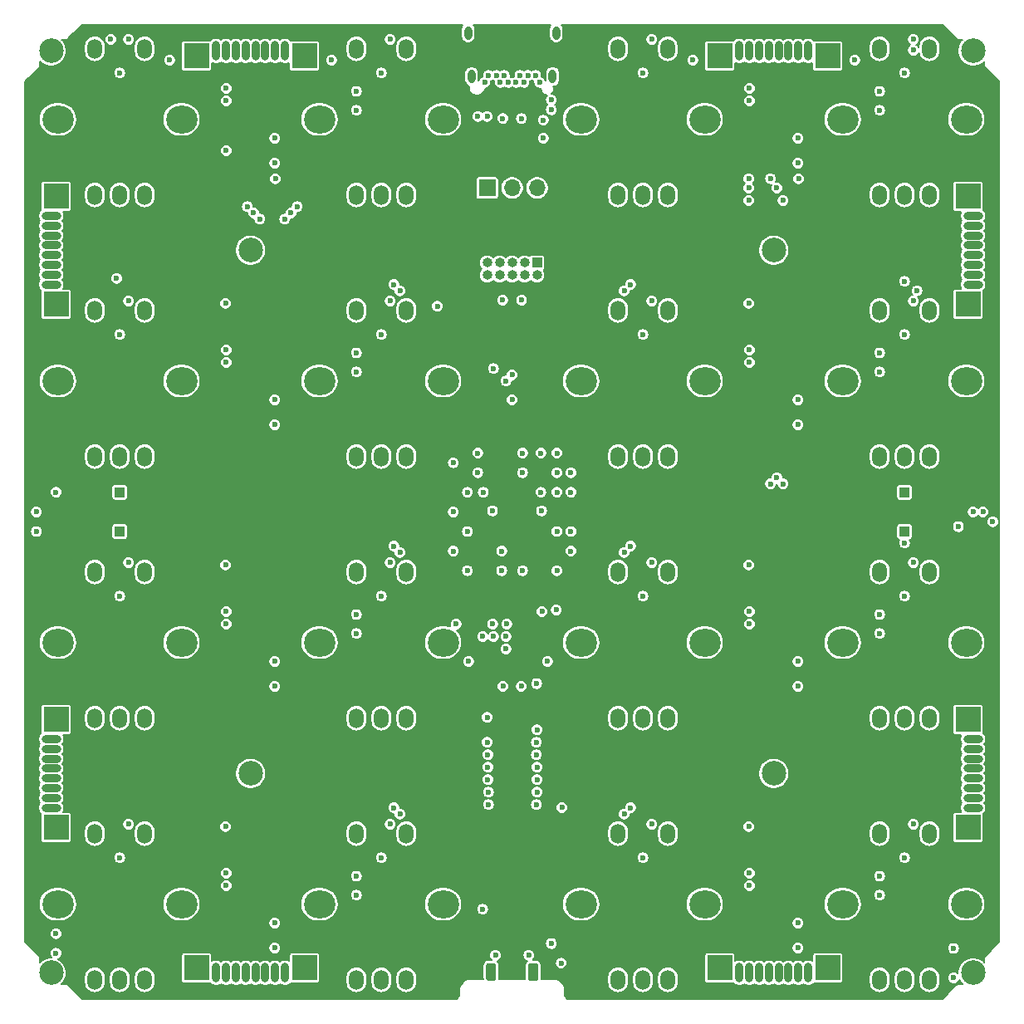
<source format=gbr>
G04 #@! TF.GenerationSoftware,KiCad,Pcbnew,(5.1.5)-3*
G04 #@! TF.CreationDate,2020-04-06T16:32:02+02:00*
G04 #@! TF.ProjectId,EN16,454e3136-2e6b-4696-9361-645f70636258,rev?*
G04 #@! TF.SameCoordinates,Original*
G04 #@! TF.FileFunction,Copper,L3,Inr*
G04 #@! TF.FilePolarity,Positive*
%FSLAX46Y46*%
G04 Gerber Fmt 4.6, Leading zero omitted, Abs format (unit mm)*
G04 Created by KiCad (PCBNEW (5.1.5)-3) date 2020-04-06 16:32:02*
%MOMM*%
%LPD*%
G04 APERTURE LIST*
%ADD10O,1.500000X2.000000*%
%ADD11O,3.200000X2.800000*%
%ADD12C,2.500000*%
%ADD13R,2.500000X2.500000*%
%ADD14O,0.800000X2.000000*%
%ADD15C,0.600000*%
%ADD16O,0.800000X1.400000*%
%ADD17C,0.100000*%
%ADD18R,1.000000X1.000000*%
%ADD19O,2.000000X0.800000*%
%ADD20O,1.000000X1.000000*%
%ADD21O,1.700000X1.700000*%
%ADD22R,1.700000X1.700000*%
%ADD23C,0.152400*%
G04 APERTURE END LIST*
D10*
X62535000Y-132805000D03*
X57455000Y-132805000D03*
D11*
X66295000Y-140005000D03*
X53695000Y-140005000D03*
D10*
X62535000Y-147705000D03*
X59995000Y-147705000D03*
X57455000Y-147705000D03*
D12*
X73330000Y-126670000D03*
X126670000Y-126670000D03*
X126670000Y-73330000D03*
X73330000Y-73330000D03*
X53000000Y-147000000D03*
X147000000Y-147000000D03*
X147000000Y-53000000D03*
X53000000Y-53000000D03*
D13*
X67830000Y-53510000D03*
X78830000Y-53510000D03*
D14*
X76830000Y-53010000D03*
X75830000Y-53010000D03*
X74830000Y-53010000D03*
X73830000Y-53010000D03*
X72830000Y-53010000D03*
X71830000Y-53010000D03*
X70830000Y-53010000D03*
X69830000Y-53010000D03*
D15*
X102400000Y-55510000D03*
X101600000Y-55510000D03*
X100800000Y-55510000D03*
X99200000Y-55510000D03*
X98400000Y-55510000D03*
X97600000Y-55510000D03*
X102800000Y-56210000D03*
X101200000Y-56210000D03*
X100400000Y-56210000D03*
X99600000Y-56210000D03*
X98800000Y-56210000D03*
X97200000Y-56210000D03*
D16*
X104490000Y-51160000D03*
X95510000Y-51160000D03*
X95870000Y-55610000D03*
X104130000Y-55610000D03*
G04 #@! TA.AperFunction,ViaPad*
D17*
G36*
X98124504Y-146001204D02*
G01*
X98148773Y-146004804D01*
X98172571Y-146010765D01*
X98195671Y-146019030D01*
X98217849Y-146029520D01*
X98238893Y-146042133D01*
X98258598Y-146056747D01*
X98276777Y-146073223D01*
X98293253Y-146091402D01*
X98307867Y-146111107D01*
X98320480Y-146132151D01*
X98330970Y-146154329D01*
X98339235Y-146177429D01*
X98345196Y-146201227D01*
X98348796Y-146225496D01*
X98350000Y-146250000D01*
X98350000Y-147550000D01*
X98348796Y-147574504D01*
X98345196Y-147598773D01*
X98339235Y-147622571D01*
X98330970Y-147645671D01*
X98320480Y-147667849D01*
X98307867Y-147688893D01*
X98293253Y-147708598D01*
X98276777Y-147726777D01*
X98258598Y-147743253D01*
X98238893Y-147757867D01*
X98217849Y-147770480D01*
X98195671Y-147780970D01*
X98172571Y-147789235D01*
X98148773Y-147795196D01*
X98124504Y-147798796D01*
X98100000Y-147800000D01*
X97600000Y-147800000D01*
X97575496Y-147798796D01*
X97551227Y-147795196D01*
X97527429Y-147789235D01*
X97504329Y-147780970D01*
X97482151Y-147770480D01*
X97461107Y-147757867D01*
X97441402Y-147743253D01*
X97423223Y-147726777D01*
X97406747Y-147708598D01*
X97392133Y-147688893D01*
X97379520Y-147667849D01*
X97369030Y-147645671D01*
X97360765Y-147622571D01*
X97354804Y-147598773D01*
X97351204Y-147574504D01*
X97350000Y-147550000D01*
X97350000Y-146250000D01*
X97351204Y-146225496D01*
X97354804Y-146201227D01*
X97360765Y-146177429D01*
X97369030Y-146154329D01*
X97379520Y-146132151D01*
X97392133Y-146111107D01*
X97406747Y-146091402D01*
X97423223Y-146073223D01*
X97441402Y-146056747D01*
X97461107Y-146042133D01*
X97482151Y-146029520D01*
X97504329Y-146019030D01*
X97527429Y-146010765D01*
X97551227Y-146004804D01*
X97575496Y-146001204D01*
X97600000Y-146000000D01*
X98100000Y-146000000D01*
X98124504Y-146001204D01*
G37*
G04 #@! TD.AperFunction*
G04 #@! TA.AperFunction,ViaPad*
G36*
X102424504Y-146001204D02*
G01*
X102448773Y-146004804D01*
X102472571Y-146010765D01*
X102495671Y-146019030D01*
X102517849Y-146029520D01*
X102538893Y-146042133D01*
X102558598Y-146056747D01*
X102576777Y-146073223D01*
X102593253Y-146091402D01*
X102607867Y-146111107D01*
X102620480Y-146132151D01*
X102630970Y-146154329D01*
X102639235Y-146177429D01*
X102645196Y-146201227D01*
X102648796Y-146225496D01*
X102650000Y-146250000D01*
X102650000Y-147550000D01*
X102648796Y-147574504D01*
X102645196Y-147598773D01*
X102639235Y-147622571D01*
X102630970Y-147645671D01*
X102620480Y-147667849D01*
X102607867Y-147688893D01*
X102593253Y-147708598D01*
X102576777Y-147726777D01*
X102558598Y-147743253D01*
X102538893Y-147757867D01*
X102517849Y-147770480D01*
X102495671Y-147780970D01*
X102472571Y-147789235D01*
X102448773Y-147795196D01*
X102424504Y-147798796D01*
X102400000Y-147800000D01*
X101900000Y-147800000D01*
X101875496Y-147798796D01*
X101851227Y-147795196D01*
X101827429Y-147789235D01*
X101804329Y-147780970D01*
X101782151Y-147770480D01*
X101761107Y-147757867D01*
X101741402Y-147743253D01*
X101723223Y-147726777D01*
X101706747Y-147708598D01*
X101692133Y-147688893D01*
X101679520Y-147667849D01*
X101669030Y-147645671D01*
X101660765Y-147622571D01*
X101654804Y-147598773D01*
X101651204Y-147574504D01*
X101650000Y-147550000D01*
X101650000Y-146250000D01*
X101651204Y-146225496D01*
X101654804Y-146201227D01*
X101660765Y-146177429D01*
X101669030Y-146154329D01*
X101679520Y-146132151D01*
X101692133Y-146111107D01*
X101706747Y-146091402D01*
X101723223Y-146073223D01*
X101741402Y-146056747D01*
X101761107Y-146042133D01*
X101782151Y-146029520D01*
X101804329Y-146019030D01*
X101827429Y-146010765D01*
X101851227Y-146004804D01*
X101875496Y-146001204D01*
X101900000Y-146000000D01*
X102400000Y-146000000D01*
X102424504Y-146001204D01*
G37*
G04 #@! TD.AperFunction*
D18*
X140000000Y-102000000D03*
X60000000Y-102000000D03*
X140000000Y-98000000D03*
X60000000Y-98000000D03*
D13*
X132170000Y-146490000D03*
X121170000Y-146490000D03*
D14*
X123170000Y-146990000D03*
X124170000Y-146990000D03*
X125170000Y-146990000D03*
X126170000Y-146990000D03*
X127170000Y-146990000D03*
X128170000Y-146990000D03*
X129170000Y-146990000D03*
X130170000Y-146990000D03*
D13*
X78830000Y-146490000D03*
X67830000Y-146490000D03*
D14*
X69830000Y-146990000D03*
X70830000Y-146990000D03*
X71830000Y-146990000D03*
X72830000Y-146990000D03*
X73830000Y-146990000D03*
X74830000Y-146990000D03*
X75830000Y-146990000D03*
X76830000Y-146990000D03*
D13*
X146490000Y-121170000D03*
X146490000Y-132170000D03*
D19*
X146990000Y-130170000D03*
X146990000Y-129170000D03*
X146990000Y-128170000D03*
X146990000Y-127170000D03*
X146990000Y-126170000D03*
X146990000Y-125170000D03*
X146990000Y-124170000D03*
X146990000Y-123170000D03*
D13*
X146490000Y-67830000D03*
X146490000Y-78830000D03*
D19*
X146990000Y-76830000D03*
X146990000Y-75830000D03*
X146990000Y-74830000D03*
X146990000Y-73830000D03*
X146990000Y-72830000D03*
X146990000Y-71830000D03*
X146990000Y-70830000D03*
X146990000Y-69830000D03*
D13*
X121170000Y-53510000D03*
X132170000Y-53510000D03*
D14*
X130170000Y-53010000D03*
X129170000Y-53010000D03*
X128170000Y-53010000D03*
X127170000Y-53010000D03*
X126170000Y-53010000D03*
X125170000Y-53010000D03*
X124170000Y-53010000D03*
X123170000Y-53010000D03*
D13*
X53510000Y-132170000D03*
X53510000Y-121170000D03*
D19*
X53010000Y-123170000D03*
X53010000Y-124170000D03*
X53010000Y-125170000D03*
X53010000Y-126170000D03*
X53010000Y-127170000D03*
X53010000Y-128170000D03*
X53010000Y-129170000D03*
X53010000Y-130170000D03*
D13*
X53510000Y-78830000D03*
X53510000Y-67830000D03*
D19*
X53010000Y-69830000D03*
X53010000Y-70830000D03*
X53010000Y-71830000D03*
X53010000Y-72830000D03*
X53010000Y-73830000D03*
X53010000Y-74830000D03*
X53010000Y-75830000D03*
X53010000Y-76830000D03*
D20*
X97460000Y-75870000D03*
X97460000Y-74600000D03*
X98730000Y-75870000D03*
X98730000Y-74600000D03*
X100000000Y-75870000D03*
X100000000Y-74600000D03*
X101270000Y-75870000D03*
X101270000Y-74600000D03*
X102540000Y-75870000D03*
D18*
X102540000Y-74600000D03*
D21*
X102540000Y-66980000D03*
X100000000Y-66980000D03*
D22*
X97460000Y-66980000D03*
D10*
X89205000Y-106135000D03*
X84125000Y-106135000D03*
D11*
X92965000Y-113335000D03*
X80365000Y-113335000D03*
D10*
X89205000Y-121035000D03*
X86665000Y-121035000D03*
X84125000Y-121035000D03*
X142545000Y-106135000D03*
X137465000Y-106135000D03*
D11*
X146305000Y-113335000D03*
X133705000Y-113335000D03*
D10*
X142545000Y-121035000D03*
X140005000Y-121035000D03*
X137465000Y-121035000D03*
X142545000Y-52795000D03*
X137465000Y-52795000D03*
D11*
X146305000Y-59995000D03*
X133705000Y-59995000D03*
D10*
X142545000Y-67695000D03*
X140005000Y-67695000D03*
X137465000Y-67695000D03*
X142545000Y-79465000D03*
X137465000Y-79465000D03*
D11*
X146305000Y-86665000D03*
X133705000Y-86665000D03*
D10*
X142545000Y-94365000D03*
X140005000Y-94365000D03*
X137465000Y-94365000D03*
X142545000Y-132805000D03*
X137465000Y-132805000D03*
D11*
X146305000Y-140005000D03*
X133705000Y-140005000D03*
D10*
X142545000Y-147705000D03*
X140005000Y-147705000D03*
X137465000Y-147705000D03*
X115875000Y-132805000D03*
X110795000Y-132805000D03*
D11*
X119635000Y-140005000D03*
X107035000Y-140005000D03*
D10*
X115875000Y-147705000D03*
X113335000Y-147705000D03*
X110795000Y-147705000D03*
X89205000Y-132805000D03*
X84125000Y-132805000D03*
D11*
X92965000Y-140005000D03*
X80365000Y-140005000D03*
D10*
X89205000Y-147705000D03*
X86665000Y-147705000D03*
X84125000Y-147705000D03*
X115875000Y-106135000D03*
X110795000Y-106135000D03*
D11*
X119635000Y-113335000D03*
X107035000Y-113335000D03*
D10*
X115875000Y-121035000D03*
X113335000Y-121035000D03*
X110795000Y-121035000D03*
X62535000Y-106135000D03*
X57455000Y-106135000D03*
D11*
X66295000Y-113335000D03*
X53695000Y-113335000D03*
D10*
X62535000Y-121035000D03*
X59995000Y-121035000D03*
X57455000Y-121035000D03*
X115875000Y-79465000D03*
X110795000Y-79465000D03*
D11*
X119635000Y-86665000D03*
X107035000Y-86665000D03*
D10*
X115875000Y-94365000D03*
X113335000Y-94365000D03*
X110795000Y-94365000D03*
X89205000Y-79465000D03*
X84125000Y-79465000D03*
D11*
X92965000Y-86665000D03*
X80365000Y-86665000D03*
D10*
X89205000Y-94365000D03*
X86665000Y-94365000D03*
X84125000Y-94365000D03*
X62535000Y-79465000D03*
X57455000Y-79465000D03*
D11*
X66295000Y-86665000D03*
X53695000Y-86665000D03*
D10*
X62535000Y-94365000D03*
X59995000Y-94365000D03*
X57455000Y-94365000D03*
X115875000Y-52795000D03*
X110795000Y-52795000D03*
D11*
X119635000Y-59995000D03*
X107035000Y-59995000D03*
D10*
X115875000Y-67695000D03*
X113335000Y-67695000D03*
X110795000Y-67695000D03*
X89205000Y-52795000D03*
X84125000Y-52795000D03*
D11*
X92965000Y-59995000D03*
X80365000Y-59995000D03*
D10*
X89205000Y-67695000D03*
X86665000Y-67695000D03*
X84125000Y-67695000D03*
X62535000Y-52795000D03*
X57455000Y-52795000D03*
D11*
X66295000Y-59995000D03*
X53695000Y-59995000D03*
D10*
X62535000Y-67695000D03*
X59995000Y-67695000D03*
X57455000Y-67695000D03*
D15*
X129145000Y-61900000D03*
X124195000Y-58090000D03*
X129145000Y-115240000D03*
X124195000Y-111430000D03*
X129145000Y-141910000D03*
X124195000Y-138100000D03*
X75805000Y-61900000D03*
X70855000Y-58090000D03*
X75805000Y-141910000D03*
X70855000Y-138100000D03*
X75805000Y-88570000D03*
X70855000Y-84760000D03*
X129145000Y-88570000D03*
X124195000Y-84760000D03*
X103600000Y-115240000D03*
X98300000Y-145200000D03*
X97460000Y-123495000D03*
X97460000Y-120955000D03*
X102540000Y-128575000D03*
X102540000Y-127305000D03*
X102540000Y-126035000D03*
X102540000Y-122225000D03*
X100937500Y-117780000D03*
X95437500Y-98000000D03*
X101062500Y-96000000D03*
X106000000Y-96000000D03*
X102937500Y-94000000D03*
X94000000Y-95000000D03*
X97062500Y-98000000D03*
X98000000Y-99900000D03*
X95437500Y-102000000D03*
X98937500Y-104000000D03*
X98937500Y-106000000D03*
X94000000Y-104000000D03*
X104562500Y-106000000D03*
X106000000Y-102000000D03*
X102937500Y-98000000D03*
X106000000Y-98000000D03*
X104000000Y-58000000D03*
X103175000Y-61900000D03*
X113335000Y-55247500D03*
X86665000Y-81917500D03*
X59995000Y-81917500D03*
X113335000Y-81917500D03*
X140005000Y-81917500D03*
X59995000Y-108587500D03*
X86665000Y-108587500D03*
X113335000Y-108587500D03*
X140005000Y-108587500D03*
X59995000Y-135257500D03*
X86665000Y-135257500D03*
X113335000Y-135257500D03*
X140005000Y-135257500D03*
X140005000Y-55247500D03*
X59995000Y-55247500D03*
X86665000Y-55247500D03*
X70790000Y-132082500D03*
X124130000Y-132082500D03*
X70790000Y-78742500D03*
X75805000Y-91110000D03*
X129145000Y-144450000D03*
X129145000Y-91110000D03*
X124130000Y-78742500D03*
X75805000Y-144450000D03*
X70855000Y-56820000D03*
X124195000Y-56820000D03*
X70855000Y-110160000D03*
X124195000Y-110160000D03*
X70855000Y-83490000D03*
X124195000Y-83490000D03*
X70855000Y-136830000D03*
X124195000Y-136830000D03*
X75805000Y-117780000D03*
X70790000Y-105412500D03*
X70855000Y-111430000D03*
X75805000Y-115240000D03*
X129145000Y-117780000D03*
X124130000Y-105412500D03*
X129210000Y-66042500D03*
X129145000Y-64440000D03*
X65075000Y-53947500D03*
X81585000Y-53947500D03*
X118415000Y-53947500D03*
X134925000Y-53947500D03*
X75870000Y-66042500D03*
X75805000Y-64440000D03*
X70855000Y-63170000D03*
X60895036Y-131835000D03*
X87565000Y-131835000D03*
X114235000Y-131835000D03*
X140905000Y-131835000D03*
X140905000Y-105165000D03*
X114235000Y-105165000D03*
X87565000Y-105165000D03*
X60895000Y-105165000D03*
X140905000Y-78495000D03*
X114235000Y-78495000D03*
X60895000Y-78495000D03*
X60895000Y-51825000D03*
X87565028Y-51825000D03*
X114234999Y-51824999D03*
X140905000Y-51825000D03*
X97525000Y-124765000D03*
X97525000Y-126035000D03*
X97525000Y-127305000D03*
X96507500Y-59677500D03*
X87565000Y-78495000D03*
X97000000Y-140500000D03*
X101062500Y-104000000D03*
X113335000Y-64742500D03*
X86665000Y-91412500D03*
X59995000Y-91412500D03*
X113335000Y-91412500D03*
X140005000Y-91412500D03*
X59995000Y-118082500D03*
X86665000Y-118082500D03*
X113335000Y-118082500D03*
X140005000Y-118082500D03*
X59995000Y-144752500D03*
X86665000Y-144752500D03*
X113335000Y-144752500D03*
X140005000Y-144752500D03*
X140005000Y-64742500D03*
X59995000Y-64742500D03*
X86665000Y-64742500D03*
X70855000Y-55550000D03*
X75870000Y-67917500D03*
X129210000Y-67917500D03*
X124195000Y-55550000D03*
X70790000Y-107287500D03*
X70855000Y-108890000D03*
X124195000Y-108890000D03*
X124130000Y-107287500D03*
X70790000Y-133957500D03*
X70855000Y-135560000D03*
X70790000Y-80617500D03*
X70855000Y-82220000D03*
X124195000Y-135560000D03*
X124130000Y-133957500D03*
X124130000Y-80617500D03*
X124195000Y-82220000D03*
X65075000Y-52072500D03*
X81585000Y-52072500D03*
X118415000Y-52072500D03*
X134925000Y-52072500D03*
X59094994Y-132935000D03*
X85765000Y-132935000D03*
X112435000Y-132935000D03*
X139105000Y-132935000D03*
X139105000Y-106265000D03*
X112435000Y-106265000D03*
X85765000Y-106265000D03*
X59095000Y-106265000D03*
X139105000Y-79595000D03*
X112435000Y-79595000D03*
X85765000Y-79595000D03*
X59095000Y-79595000D03*
X59095000Y-52925000D03*
X85765002Y-52925000D03*
X112435002Y-52925000D03*
X139105002Y-52925000D03*
X99032500Y-78410000D03*
X100967500Y-78410000D03*
X99062500Y-117780000D03*
X98005000Y-111430000D03*
X104562500Y-96000000D03*
X95437500Y-106000000D03*
X101062500Y-106000000D03*
X104562500Y-102000000D03*
X106000000Y-104000000D03*
X104562500Y-94000000D03*
X104562500Y-98000000D03*
X94285000Y-111430000D03*
X102475000Y-123495000D03*
X102475000Y-124765000D03*
X102475000Y-129845000D03*
X105080000Y-130147500D03*
X96499991Y-93999991D03*
X96499981Y-96000019D03*
X101062500Y-94000000D03*
X88570000Y-130797500D03*
X111430000Y-130797500D03*
X140905000Y-52925034D03*
X87935000Y-76822500D03*
X112065000Y-76822490D03*
X140005000Y-76505000D03*
X111430000Y-104127500D03*
X88570000Y-104127500D03*
X87935000Y-130162500D03*
X112065000Y-130162500D03*
X99050000Y-59900000D03*
X100950000Y-59900000D03*
X103174980Y-60062500D03*
X99999999Y-88569999D03*
X99365000Y-86665000D03*
X100000000Y-86030000D03*
X145000000Y-147500000D03*
X145000024Y-144500000D03*
X105000000Y-146000000D03*
X104000000Y-144000000D03*
X53500000Y-145000000D03*
X53500012Y-143000000D03*
X104000000Y-59000000D03*
X97460000Y-59677500D03*
X51500018Y-102000018D03*
X51500000Y-100000000D03*
X53500000Y-98000000D03*
X149000000Y-101000000D03*
X148000000Y-100000018D03*
X104500000Y-110000000D03*
X103049989Y-110160000D03*
X147000000Y-100000000D03*
X145500000Y-101500000D03*
X103000003Y-99900000D03*
X99455010Y-111430000D03*
X98095000Y-112700000D03*
X97000000Y-112700000D03*
X99365000Y-112700000D03*
X99365000Y-113970000D03*
X95555016Y-115240000D03*
X94000000Y-100000000D03*
X88570000Y-77457500D03*
X111430000Y-77457500D03*
X141275004Y-77457504D03*
X140005000Y-103175000D03*
X112065000Y-103492500D03*
X87935000Y-103492500D03*
X101700000Y-145200000D03*
X98095000Y-85395000D03*
X97589999Y-129845000D03*
X97589999Y-128575000D03*
X102500000Y-117500000D03*
X92380000Y-79045000D03*
X59677500Y-76187488D03*
X59095000Y-51824980D03*
X84125000Y-59057500D03*
X84125000Y-57122500D03*
X137465000Y-59057500D03*
X137465000Y-57122500D03*
X84125000Y-85727500D03*
X84125000Y-83792500D03*
X137465000Y-85727500D03*
X137465000Y-83792500D03*
X84125000Y-110462500D03*
X84125000Y-112397500D03*
X137465000Y-112397500D03*
X137465000Y-110462500D03*
X84125000Y-139067500D03*
X84125000Y-137132500D03*
X137465000Y-139067500D03*
X137465000Y-137132500D03*
X126352500Y-66027508D03*
X124130000Y-66027500D03*
X73012500Y-68885000D03*
X78092500Y-68885000D03*
X126987500Y-96507500D03*
X124130000Y-66980004D03*
X126987500Y-66980006D03*
X77457500Y-69520000D03*
X73647500Y-69520000D03*
X127622500Y-97142500D03*
X124130000Y-68250000D03*
X127622486Y-68249986D03*
X76822500Y-70154996D03*
X74282500Y-70155000D03*
X126352500Y-97142500D03*
D23*
G36*
X94899924Y-50452360D02*
G01*
X94832119Y-50579213D01*
X94790365Y-50716856D01*
X94779800Y-50824128D01*
X94779800Y-51495871D01*
X94790365Y-51603143D01*
X94832119Y-51740786D01*
X94899923Y-51867639D01*
X94991172Y-51978827D01*
X95102360Y-52070077D01*
X95229213Y-52137881D01*
X95366856Y-52179635D01*
X95510000Y-52193733D01*
X95653143Y-52179635D01*
X95790786Y-52137881D01*
X95917639Y-52070077D01*
X96028827Y-51978828D01*
X96120077Y-51867640D01*
X96187881Y-51740787D01*
X96229635Y-51603144D01*
X96240200Y-51495872D01*
X96240200Y-50824128D01*
X96229635Y-50716856D01*
X96187881Y-50579213D01*
X96120077Y-50452360D01*
X96040340Y-50355200D01*
X103959661Y-50355200D01*
X103879924Y-50452360D01*
X103812119Y-50579213D01*
X103770365Y-50716856D01*
X103759800Y-50824128D01*
X103759800Y-51495871D01*
X103770365Y-51603143D01*
X103812119Y-51740786D01*
X103879923Y-51867639D01*
X103971172Y-51978827D01*
X104082360Y-52070077D01*
X104209213Y-52137881D01*
X104346856Y-52179635D01*
X104490000Y-52193733D01*
X104633143Y-52179635D01*
X104770786Y-52137881D01*
X104897639Y-52070077D01*
X105008827Y-51978828D01*
X105100077Y-51867640D01*
X105167881Y-51740787D01*
X105209635Y-51603144D01*
X105220200Y-51495872D01*
X105220200Y-50824128D01*
X105209635Y-50716856D01*
X105167881Y-50579213D01*
X105100077Y-50452360D01*
X105020340Y-50355200D01*
X143852872Y-50355200D01*
X145236505Y-51738834D01*
X145247621Y-51752379D01*
X145261166Y-51763495D01*
X145261169Y-51763498D01*
X145301706Y-51796766D01*
X145363413Y-51829749D01*
X145430369Y-51850060D01*
X145482557Y-51855200D01*
X145482566Y-51855200D01*
X145499999Y-51856917D01*
X145517432Y-51855200D01*
X145910059Y-51855200D01*
X145772578Y-51992681D01*
X145599645Y-52251495D01*
X145480526Y-52539073D01*
X145419800Y-52844364D01*
X145419800Y-53155636D01*
X145480526Y-53460927D01*
X145599645Y-53748505D01*
X145772578Y-54007319D01*
X145992681Y-54227422D01*
X146251495Y-54400355D01*
X146539073Y-54519474D01*
X146844364Y-54580200D01*
X147155636Y-54580200D01*
X147460927Y-54519474D01*
X147748505Y-54400355D01*
X148007319Y-54227422D01*
X148144801Y-54089940D01*
X148144801Y-54482557D01*
X148143083Y-54500000D01*
X148144801Y-54517442D01*
X148144801Y-54517443D01*
X148149941Y-54569631D01*
X148151954Y-54576267D01*
X148170251Y-54636586D01*
X148203234Y-54698293D01*
X148236502Y-54738830D01*
X148236506Y-54738834D01*
X148247622Y-54752379D01*
X148261167Y-54763495D01*
X149644800Y-56147129D01*
X149644801Y-143852870D01*
X148261168Y-145236504D01*
X148247621Y-145247622D01*
X148236505Y-145261167D01*
X148236502Y-145261170D01*
X148203234Y-145301707D01*
X148170252Y-145363413D01*
X148170251Y-145363414D01*
X148149940Y-145430370D01*
X148144800Y-145482558D01*
X148144800Y-145482567D01*
X148143083Y-145500000D01*
X148144800Y-145517433D01*
X148144800Y-145910059D01*
X148007319Y-145772578D01*
X147748505Y-145599645D01*
X147460927Y-145480526D01*
X147155636Y-145419800D01*
X146844364Y-145419800D01*
X146539073Y-145480526D01*
X146251495Y-145599645D01*
X145992681Y-145772578D01*
X145772578Y-145992681D01*
X145599645Y-146251495D01*
X145480526Y-146539073D01*
X145419800Y-146844364D01*
X145419800Y-147028563D01*
X145401729Y-147010492D01*
X145298512Y-146941524D01*
X145183822Y-146894018D01*
X145062069Y-146869800D01*
X144937931Y-146869800D01*
X144816178Y-146894018D01*
X144701488Y-146941524D01*
X144598271Y-147010492D01*
X144510492Y-147098271D01*
X144441524Y-147201488D01*
X144394018Y-147316178D01*
X144369800Y-147437931D01*
X144369800Y-147562069D01*
X144394018Y-147683822D01*
X144441524Y-147798512D01*
X144510492Y-147901729D01*
X144598271Y-147989508D01*
X144701488Y-148058476D01*
X144816178Y-148105982D01*
X144937931Y-148130200D01*
X145062069Y-148130200D01*
X145183822Y-148105982D01*
X145298512Y-148058476D01*
X145401729Y-147989508D01*
X145489508Y-147901729D01*
X145558476Y-147798512D01*
X145589417Y-147723813D01*
X145599645Y-147748505D01*
X145772578Y-148007319D01*
X145910059Y-148144800D01*
X145517432Y-148144800D01*
X145499999Y-148143083D01*
X145482566Y-148144800D01*
X145482557Y-148144800D01*
X145430369Y-148149940D01*
X145363413Y-148170251D01*
X145301706Y-148203234D01*
X145261169Y-148236502D01*
X145261166Y-148236505D01*
X145247621Y-148247621D01*
X145236505Y-148261166D01*
X143852872Y-149644800D01*
X105647129Y-149644800D01*
X105355200Y-149352872D01*
X105355200Y-148517433D01*
X105356917Y-148500000D01*
X105355200Y-148482567D01*
X105355200Y-148482557D01*
X105350060Y-148430369D01*
X105329749Y-148363413D01*
X105311755Y-148329749D01*
X105296766Y-148301706D01*
X105263498Y-148261169D01*
X105263495Y-148261166D01*
X105252379Y-148247621D01*
X105238834Y-148236505D01*
X104763500Y-147761172D01*
X104752379Y-147747621D01*
X104698293Y-147703234D01*
X104636587Y-147670251D01*
X104569631Y-147649940D01*
X104517443Y-147644800D01*
X104517433Y-147644800D01*
X104500000Y-147643083D01*
X104482567Y-147644800D01*
X102972460Y-147644800D01*
X102981797Y-147550000D01*
X102981797Y-147401940D01*
X109714800Y-147401940D01*
X109714800Y-148008061D01*
X109730430Y-148166756D01*
X109792197Y-148370375D01*
X109892502Y-148558030D01*
X110027489Y-148722512D01*
X110191971Y-148857499D01*
X110379626Y-148957803D01*
X110583245Y-149019570D01*
X110795000Y-149040426D01*
X111006756Y-149019570D01*
X111210375Y-148957803D01*
X111398030Y-148857499D01*
X111562512Y-148722512D01*
X111697499Y-148558030D01*
X111797803Y-148370374D01*
X111859570Y-148166755D01*
X111875200Y-148008060D01*
X111875200Y-147401940D01*
X112254800Y-147401940D01*
X112254800Y-148008061D01*
X112270430Y-148166756D01*
X112332197Y-148370375D01*
X112432502Y-148558030D01*
X112567489Y-148722512D01*
X112731971Y-148857499D01*
X112919626Y-148957803D01*
X113123245Y-149019570D01*
X113335000Y-149040426D01*
X113546756Y-149019570D01*
X113750375Y-148957803D01*
X113938030Y-148857499D01*
X114102512Y-148722512D01*
X114237499Y-148558030D01*
X114337803Y-148370374D01*
X114399570Y-148166755D01*
X114415200Y-148008060D01*
X114415200Y-147401940D01*
X114794800Y-147401940D01*
X114794800Y-148008061D01*
X114810430Y-148166756D01*
X114872197Y-148370375D01*
X114972502Y-148558030D01*
X115107489Y-148722512D01*
X115271971Y-148857499D01*
X115459626Y-148957803D01*
X115663245Y-149019570D01*
X115875000Y-149040426D01*
X116086756Y-149019570D01*
X116290375Y-148957803D01*
X116478030Y-148857499D01*
X116642512Y-148722512D01*
X116777499Y-148558030D01*
X116877803Y-148370374D01*
X116939570Y-148166755D01*
X116955200Y-148008060D01*
X116955200Y-147401939D01*
X116939570Y-147243244D01*
X116877803Y-147039625D01*
X116777499Y-146851970D01*
X116642512Y-146687488D01*
X116478030Y-146552501D01*
X116290374Y-146452197D01*
X116086755Y-146390430D01*
X115875000Y-146369574D01*
X115663244Y-146390430D01*
X115459625Y-146452197D01*
X115271970Y-146552501D01*
X115107488Y-146687488D01*
X114972501Y-146851970D01*
X114872197Y-147039626D01*
X114810430Y-147243245D01*
X114794800Y-147401940D01*
X114415200Y-147401940D01*
X114415200Y-147401939D01*
X114399570Y-147243244D01*
X114337803Y-147039625D01*
X114237499Y-146851970D01*
X114102512Y-146687488D01*
X113938030Y-146552501D01*
X113750374Y-146452197D01*
X113546755Y-146390430D01*
X113335000Y-146369574D01*
X113123244Y-146390430D01*
X112919625Y-146452197D01*
X112731970Y-146552501D01*
X112567488Y-146687488D01*
X112432501Y-146851970D01*
X112332197Y-147039626D01*
X112270430Y-147243245D01*
X112254800Y-147401940D01*
X111875200Y-147401940D01*
X111875200Y-147401939D01*
X111859570Y-147243244D01*
X111797803Y-147039625D01*
X111697499Y-146851970D01*
X111562512Y-146687488D01*
X111398030Y-146552501D01*
X111210374Y-146452197D01*
X111006755Y-146390430D01*
X110795000Y-146369574D01*
X110583244Y-146390430D01*
X110379625Y-146452197D01*
X110191970Y-146552501D01*
X110027488Y-146687488D01*
X109892501Y-146851970D01*
X109792197Y-147039626D01*
X109730430Y-147243245D01*
X109714800Y-147401940D01*
X102981797Y-147401940D01*
X102981797Y-146250000D01*
X102970618Y-146136497D01*
X102937510Y-146027356D01*
X102889713Y-145937931D01*
X104369800Y-145937931D01*
X104369800Y-146062069D01*
X104394018Y-146183822D01*
X104441524Y-146298512D01*
X104510492Y-146401729D01*
X104598271Y-146489508D01*
X104701488Y-146558476D01*
X104816178Y-146605982D01*
X104937931Y-146630200D01*
X105062069Y-146630200D01*
X105183822Y-146605982D01*
X105298512Y-146558476D01*
X105401729Y-146489508D01*
X105489508Y-146401729D01*
X105558476Y-146298512D01*
X105605982Y-146183822D01*
X105630200Y-146062069D01*
X105630200Y-145937931D01*
X105605982Y-145816178D01*
X105558476Y-145701488D01*
X105489508Y-145598271D01*
X105401729Y-145510492D01*
X105298512Y-145441524D01*
X105183822Y-145394018D01*
X105062069Y-145369800D01*
X104937931Y-145369800D01*
X104816178Y-145394018D01*
X104701488Y-145441524D01*
X104598271Y-145510492D01*
X104510492Y-145598271D01*
X104441524Y-145701488D01*
X104394018Y-145816178D01*
X104369800Y-145937931D01*
X102889713Y-145937931D01*
X102883747Y-145926771D01*
X102811393Y-145838607D01*
X102723229Y-145766253D01*
X102622644Y-145712490D01*
X102513503Y-145679382D01*
X102400000Y-145668203D01*
X102123034Y-145668203D01*
X102189508Y-145601729D01*
X102258476Y-145498512D01*
X102305982Y-145383822D01*
X102330200Y-145262069D01*
X102330200Y-145240000D01*
X119588203Y-145240000D01*
X119588203Y-147740000D01*
X119594578Y-147804730D01*
X119613460Y-147866973D01*
X119644121Y-147924337D01*
X119685384Y-147974616D01*
X119735663Y-148015879D01*
X119793027Y-148046540D01*
X119855270Y-148065422D01*
X119920000Y-148071797D01*
X122420000Y-148071797D01*
X122484730Y-148065422D01*
X122546973Y-148046540D01*
X122583870Y-148026819D01*
X122651172Y-148108827D01*
X122762360Y-148200077D01*
X122889213Y-148267881D01*
X123026856Y-148309635D01*
X123170000Y-148323733D01*
X123313143Y-148309635D01*
X123450786Y-148267881D01*
X123577639Y-148200077D01*
X123670000Y-148124279D01*
X123762360Y-148200077D01*
X123889213Y-148267881D01*
X124026856Y-148309635D01*
X124170000Y-148323733D01*
X124313143Y-148309635D01*
X124450786Y-148267881D01*
X124577639Y-148200077D01*
X124670000Y-148124279D01*
X124762360Y-148200077D01*
X124889213Y-148267881D01*
X125026856Y-148309635D01*
X125170000Y-148323733D01*
X125313143Y-148309635D01*
X125450786Y-148267881D01*
X125577639Y-148200077D01*
X125670000Y-148124279D01*
X125762360Y-148200077D01*
X125889213Y-148267881D01*
X126026856Y-148309635D01*
X126170000Y-148323733D01*
X126313143Y-148309635D01*
X126450786Y-148267881D01*
X126577639Y-148200077D01*
X126670000Y-148124279D01*
X126762360Y-148200077D01*
X126889213Y-148267881D01*
X127026856Y-148309635D01*
X127170000Y-148323733D01*
X127313143Y-148309635D01*
X127450786Y-148267881D01*
X127577639Y-148200077D01*
X127670000Y-148124279D01*
X127762360Y-148200077D01*
X127889213Y-148267881D01*
X128026856Y-148309635D01*
X128170000Y-148323733D01*
X128313143Y-148309635D01*
X128450786Y-148267881D01*
X128577639Y-148200077D01*
X128670000Y-148124279D01*
X128762360Y-148200077D01*
X128889213Y-148267881D01*
X129026856Y-148309635D01*
X129170000Y-148323733D01*
X129313143Y-148309635D01*
X129450786Y-148267881D01*
X129577639Y-148200077D01*
X129670000Y-148124279D01*
X129762360Y-148200077D01*
X129889213Y-148267881D01*
X130026856Y-148309635D01*
X130170000Y-148323733D01*
X130313143Y-148309635D01*
X130450786Y-148267881D01*
X130577639Y-148200077D01*
X130688827Y-148108828D01*
X130756130Y-148026819D01*
X130793027Y-148046540D01*
X130855270Y-148065422D01*
X130920000Y-148071797D01*
X133420000Y-148071797D01*
X133484730Y-148065422D01*
X133546973Y-148046540D01*
X133604337Y-148015879D01*
X133654616Y-147974616D01*
X133695879Y-147924337D01*
X133726540Y-147866973D01*
X133745422Y-147804730D01*
X133751797Y-147740000D01*
X133751797Y-147401940D01*
X136384800Y-147401940D01*
X136384800Y-148008061D01*
X136400430Y-148166756D01*
X136462197Y-148370375D01*
X136562502Y-148558030D01*
X136697489Y-148722512D01*
X136861971Y-148857499D01*
X137049626Y-148957803D01*
X137253245Y-149019570D01*
X137465000Y-149040426D01*
X137676756Y-149019570D01*
X137880375Y-148957803D01*
X138068030Y-148857499D01*
X138232512Y-148722512D01*
X138367499Y-148558030D01*
X138467803Y-148370374D01*
X138529570Y-148166755D01*
X138545200Y-148008060D01*
X138545200Y-147401940D01*
X138924800Y-147401940D01*
X138924800Y-148008061D01*
X138940430Y-148166756D01*
X139002197Y-148370375D01*
X139102502Y-148558030D01*
X139237489Y-148722512D01*
X139401971Y-148857499D01*
X139589626Y-148957803D01*
X139793245Y-149019570D01*
X140005000Y-149040426D01*
X140216756Y-149019570D01*
X140420375Y-148957803D01*
X140608030Y-148857499D01*
X140772512Y-148722512D01*
X140907499Y-148558030D01*
X141007803Y-148370374D01*
X141069570Y-148166755D01*
X141085200Y-148008060D01*
X141085200Y-147401940D01*
X141464800Y-147401940D01*
X141464800Y-148008061D01*
X141480430Y-148166756D01*
X141542197Y-148370375D01*
X141642502Y-148558030D01*
X141777489Y-148722512D01*
X141941971Y-148857499D01*
X142129626Y-148957803D01*
X142333245Y-149019570D01*
X142545000Y-149040426D01*
X142756756Y-149019570D01*
X142960375Y-148957803D01*
X143148030Y-148857499D01*
X143312512Y-148722512D01*
X143447499Y-148558030D01*
X143547803Y-148370374D01*
X143609570Y-148166755D01*
X143625200Y-148008060D01*
X143625200Y-147401939D01*
X143609570Y-147243244D01*
X143547803Y-147039625D01*
X143447499Y-146851970D01*
X143312512Y-146687488D01*
X143148030Y-146552501D01*
X142960374Y-146452197D01*
X142756755Y-146390430D01*
X142545000Y-146369574D01*
X142333244Y-146390430D01*
X142129625Y-146452197D01*
X141941970Y-146552501D01*
X141777488Y-146687488D01*
X141642501Y-146851970D01*
X141542197Y-147039626D01*
X141480430Y-147243245D01*
X141464800Y-147401940D01*
X141085200Y-147401940D01*
X141085200Y-147401939D01*
X141069570Y-147243244D01*
X141007803Y-147039625D01*
X140907499Y-146851970D01*
X140772512Y-146687488D01*
X140608030Y-146552501D01*
X140420374Y-146452197D01*
X140216755Y-146390430D01*
X140005000Y-146369574D01*
X139793244Y-146390430D01*
X139589625Y-146452197D01*
X139401970Y-146552501D01*
X139237488Y-146687488D01*
X139102501Y-146851970D01*
X139002197Y-147039626D01*
X138940430Y-147243245D01*
X138924800Y-147401940D01*
X138545200Y-147401940D01*
X138545200Y-147401939D01*
X138529570Y-147243244D01*
X138467803Y-147039625D01*
X138367499Y-146851970D01*
X138232512Y-146687488D01*
X138068030Y-146552501D01*
X137880374Y-146452197D01*
X137676755Y-146390430D01*
X137465000Y-146369574D01*
X137253244Y-146390430D01*
X137049625Y-146452197D01*
X136861970Y-146552501D01*
X136697488Y-146687488D01*
X136562501Y-146851970D01*
X136462197Y-147039626D01*
X136400430Y-147243245D01*
X136384800Y-147401940D01*
X133751797Y-147401940D01*
X133751797Y-145240000D01*
X133745422Y-145175270D01*
X133726540Y-145113027D01*
X133695879Y-145055663D01*
X133654616Y-145005384D01*
X133604337Y-144964121D01*
X133546973Y-144933460D01*
X133484730Y-144914578D01*
X133420000Y-144908203D01*
X130920000Y-144908203D01*
X130855270Y-144914578D01*
X130793027Y-144933460D01*
X130735663Y-144964121D01*
X130685384Y-145005384D01*
X130644121Y-145055663D01*
X130613460Y-145113027D01*
X130594578Y-145175270D01*
X130588203Y-145240000D01*
X130588203Y-145788592D01*
X130577640Y-145779923D01*
X130450787Y-145712119D01*
X130313144Y-145670365D01*
X130170000Y-145656267D01*
X130026857Y-145670365D01*
X129889214Y-145712119D01*
X129762361Y-145779923D01*
X129670001Y-145855721D01*
X129577640Y-145779923D01*
X129450787Y-145712119D01*
X129313144Y-145670365D01*
X129170000Y-145656267D01*
X129026857Y-145670365D01*
X128889214Y-145712119D01*
X128762361Y-145779923D01*
X128670001Y-145855721D01*
X128577640Y-145779923D01*
X128450787Y-145712119D01*
X128313144Y-145670365D01*
X128170000Y-145656267D01*
X128026857Y-145670365D01*
X127889214Y-145712119D01*
X127762361Y-145779923D01*
X127670001Y-145855721D01*
X127577640Y-145779923D01*
X127450787Y-145712119D01*
X127313144Y-145670365D01*
X127170000Y-145656267D01*
X127026857Y-145670365D01*
X126889214Y-145712119D01*
X126762361Y-145779923D01*
X126670001Y-145855721D01*
X126577640Y-145779923D01*
X126450787Y-145712119D01*
X126313144Y-145670365D01*
X126170000Y-145656267D01*
X126026857Y-145670365D01*
X125889214Y-145712119D01*
X125762361Y-145779923D01*
X125670001Y-145855721D01*
X125577640Y-145779923D01*
X125450787Y-145712119D01*
X125313144Y-145670365D01*
X125170000Y-145656267D01*
X125026857Y-145670365D01*
X124889214Y-145712119D01*
X124762361Y-145779923D01*
X124670001Y-145855721D01*
X124577640Y-145779923D01*
X124450787Y-145712119D01*
X124313144Y-145670365D01*
X124170000Y-145656267D01*
X124026857Y-145670365D01*
X123889214Y-145712119D01*
X123762361Y-145779923D01*
X123670001Y-145855721D01*
X123577640Y-145779923D01*
X123450787Y-145712119D01*
X123313144Y-145670365D01*
X123170000Y-145656267D01*
X123026857Y-145670365D01*
X122889214Y-145712119D01*
X122762361Y-145779923D01*
X122751797Y-145788593D01*
X122751797Y-145240000D01*
X122745422Y-145175270D01*
X122726540Y-145113027D01*
X122695879Y-145055663D01*
X122654616Y-145005384D01*
X122604337Y-144964121D01*
X122546973Y-144933460D01*
X122484730Y-144914578D01*
X122420000Y-144908203D01*
X119920000Y-144908203D01*
X119855270Y-144914578D01*
X119793027Y-144933460D01*
X119735663Y-144964121D01*
X119685384Y-145005384D01*
X119644121Y-145055663D01*
X119613460Y-145113027D01*
X119594578Y-145175270D01*
X119588203Y-145240000D01*
X102330200Y-145240000D01*
X102330200Y-145137931D01*
X102305982Y-145016178D01*
X102258476Y-144901488D01*
X102189508Y-144798271D01*
X102101729Y-144710492D01*
X101998512Y-144641524D01*
X101883822Y-144594018D01*
X101762069Y-144569800D01*
X101637931Y-144569800D01*
X101516178Y-144594018D01*
X101401488Y-144641524D01*
X101298271Y-144710492D01*
X101210492Y-144798271D01*
X101141524Y-144901488D01*
X101094018Y-145016178D01*
X101069800Y-145137931D01*
X101069800Y-145262069D01*
X101094018Y-145383822D01*
X101141524Y-145498512D01*
X101210492Y-145601729D01*
X101298271Y-145689508D01*
X101401488Y-145758476D01*
X101516178Y-145805982D01*
X101525984Y-145807933D01*
X101488607Y-145838607D01*
X101416253Y-145926771D01*
X101362490Y-146027356D01*
X101329382Y-146136497D01*
X101318203Y-146250000D01*
X101318203Y-147550000D01*
X101327540Y-147644800D01*
X98672460Y-147644800D01*
X98681797Y-147550000D01*
X98681797Y-146250000D01*
X98670618Y-146136497D01*
X98637510Y-146027356D01*
X98583747Y-145926771D01*
X98511393Y-145838607D01*
X98474016Y-145807933D01*
X98483822Y-145805982D01*
X98598512Y-145758476D01*
X98701729Y-145689508D01*
X98789508Y-145601729D01*
X98858476Y-145498512D01*
X98905982Y-145383822D01*
X98930200Y-145262069D01*
X98930200Y-145137931D01*
X98905982Y-145016178D01*
X98858476Y-144901488D01*
X98789508Y-144798271D01*
X98701729Y-144710492D01*
X98598512Y-144641524D01*
X98483822Y-144594018D01*
X98362069Y-144569800D01*
X98237931Y-144569800D01*
X98116178Y-144594018D01*
X98001488Y-144641524D01*
X97898271Y-144710492D01*
X97810492Y-144798271D01*
X97741524Y-144901488D01*
X97694018Y-145016178D01*
X97669800Y-145137931D01*
X97669800Y-145262069D01*
X97694018Y-145383822D01*
X97741524Y-145498512D01*
X97810492Y-145601729D01*
X97876966Y-145668203D01*
X97600000Y-145668203D01*
X97486497Y-145679382D01*
X97377356Y-145712490D01*
X97276771Y-145766253D01*
X97188607Y-145838607D01*
X97116253Y-145926771D01*
X97062490Y-146027356D01*
X97029382Y-146136497D01*
X97018203Y-146250000D01*
X97018203Y-147550000D01*
X97027540Y-147644800D01*
X95517433Y-147644800D01*
X95500000Y-147643083D01*
X95482567Y-147644800D01*
X95482557Y-147644800D01*
X95430369Y-147649940D01*
X95363413Y-147670251D01*
X95301706Y-147703234D01*
X95261169Y-147736502D01*
X95261166Y-147736505D01*
X95247621Y-147747621D01*
X95236505Y-147761166D01*
X94761167Y-148236505D01*
X94747621Y-148247622D01*
X94736505Y-148261167D01*
X94736502Y-148261170D01*
X94703234Y-148301707D01*
X94670252Y-148363413D01*
X94670251Y-148363414D01*
X94649940Y-148430370D01*
X94644800Y-148482558D01*
X94644800Y-148482567D01*
X94643083Y-148500000D01*
X94644800Y-148517433D01*
X94644801Y-149352870D01*
X94352872Y-149644800D01*
X56147129Y-149644800D01*
X54763497Y-148261169D01*
X54752379Y-148247621D01*
X54698293Y-148203234D01*
X54636587Y-148170251D01*
X54569631Y-148149940D01*
X54517443Y-148144800D01*
X54517433Y-148144800D01*
X54500000Y-148143083D01*
X54482567Y-148144800D01*
X54089941Y-148144800D01*
X54227422Y-148007319D01*
X54400355Y-147748505D01*
X54519474Y-147460927D01*
X54531207Y-147401940D01*
X56374800Y-147401940D01*
X56374800Y-148008061D01*
X56390430Y-148166756D01*
X56452197Y-148370375D01*
X56552502Y-148558030D01*
X56687489Y-148722512D01*
X56851971Y-148857499D01*
X57039626Y-148957803D01*
X57243245Y-149019570D01*
X57455000Y-149040426D01*
X57666756Y-149019570D01*
X57870375Y-148957803D01*
X58058030Y-148857499D01*
X58222512Y-148722512D01*
X58357499Y-148558030D01*
X58457803Y-148370374D01*
X58519570Y-148166755D01*
X58535200Y-148008060D01*
X58535200Y-147401940D01*
X58914800Y-147401940D01*
X58914800Y-148008061D01*
X58930430Y-148166756D01*
X58992197Y-148370375D01*
X59092502Y-148558030D01*
X59227489Y-148722512D01*
X59391971Y-148857499D01*
X59579626Y-148957803D01*
X59783245Y-149019570D01*
X59995000Y-149040426D01*
X60206756Y-149019570D01*
X60410375Y-148957803D01*
X60598030Y-148857499D01*
X60762512Y-148722512D01*
X60897499Y-148558030D01*
X60997803Y-148370374D01*
X61059570Y-148166755D01*
X61075200Y-148008060D01*
X61075200Y-147401940D01*
X61454800Y-147401940D01*
X61454800Y-148008061D01*
X61470430Y-148166756D01*
X61532197Y-148370375D01*
X61632502Y-148558030D01*
X61767489Y-148722512D01*
X61931971Y-148857499D01*
X62119626Y-148957803D01*
X62323245Y-149019570D01*
X62535000Y-149040426D01*
X62746756Y-149019570D01*
X62950375Y-148957803D01*
X63138030Y-148857499D01*
X63302512Y-148722512D01*
X63437499Y-148558030D01*
X63537803Y-148370374D01*
X63599570Y-148166755D01*
X63615200Y-148008060D01*
X63615200Y-147401939D01*
X63599570Y-147243244D01*
X63537803Y-147039625D01*
X63437499Y-146851970D01*
X63302512Y-146687488D01*
X63138030Y-146552501D01*
X62950374Y-146452197D01*
X62746755Y-146390430D01*
X62535000Y-146369574D01*
X62323244Y-146390430D01*
X62119625Y-146452197D01*
X61931970Y-146552501D01*
X61767488Y-146687488D01*
X61632501Y-146851970D01*
X61532197Y-147039626D01*
X61470430Y-147243245D01*
X61454800Y-147401940D01*
X61075200Y-147401940D01*
X61075200Y-147401939D01*
X61059570Y-147243244D01*
X60997803Y-147039625D01*
X60897499Y-146851970D01*
X60762512Y-146687488D01*
X60598030Y-146552501D01*
X60410374Y-146452197D01*
X60206755Y-146390430D01*
X59995000Y-146369574D01*
X59783244Y-146390430D01*
X59579625Y-146452197D01*
X59391970Y-146552501D01*
X59227488Y-146687488D01*
X59092501Y-146851970D01*
X58992197Y-147039626D01*
X58930430Y-147243245D01*
X58914800Y-147401940D01*
X58535200Y-147401940D01*
X58535200Y-147401939D01*
X58519570Y-147243244D01*
X58457803Y-147039625D01*
X58357499Y-146851970D01*
X58222512Y-146687488D01*
X58058030Y-146552501D01*
X57870374Y-146452197D01*
X57666755Y-146390430D01*
X57455000Y-146369574D01*
X57243244Y-146390430D01*
X57039625Y-146452197D01*
X56851970Y-146552501D01*
X56687488Y-146687488D01*
X56552501Y-146851970D01*
X56452197Y-147039626D01*
X56390430Y-147243245D01*
X56374800Y-147401940D01*
X54531207Y-147401940D01*
X54580200Y-147155636D01*
X54580200Y-146844364D01*
X54519474Y-146539073D01*
X54400355Y-146251495D01*
X54227422Y-145992681D01*
X54007319Y-145772578D01*
X53748505Y-145599645D01*
X53723813Y-145589417D01*
X53798512Y-145558476D01*
X53901729Y-145489508D01*
X53989508Y-145401729D01*
X54058476Y-145298512D01*
X54082712Y-145240000D01*
X66248203Y-145240000D01*
X66248203Y-147740000D01*
X66254578Y-147804730D01*
X66273460Y-147866973D01*
X66304121Y-147924337D01*
X66345384Y-147974616D01*
X66395663Y-148015879D01*
X66453027Y-148046540D01*
X66515270Y-148065422D01*
X66580000Y-148071797D01*
X69080000Y-148071797D01*
X69144730Y-148065422D01*
X69206973Y-148046540D01*
X69243870Y-148026819D01*
X69311172Y-148108827D01*
X69422360Y-148200077D01*
X69549213Y-148267881D01*
X69686856Y-148309635D01*
X69830000Y-148323733D01*
X69973143Y-148309635D01*
X70110786Y-148267881D01*
X70237639Y-148200077D01*
X70330000Y-148124279D01*
X70422360Y-148200077D01*
X70549213Y-148267881D01*
X70686856Y-148309635D01*
X70830000Y-148323733D01*
X70973143Y-148309635D01*
X71110786Y-148267881D01*
X71237639Y-148200077D01*
X71330000Y-148124279D01*
X71422360Y-148200077D01*
X71549213Y-148267881D01*
X71686856Y-148309635D01*
X71830000Y-148323733D01*
X71973143Y-148309635D01*
X72110786Y-148267881D01*
X72237639Y-148200077D01*
X72330000Y-148124279D01*
X72422360Y-148200077D01*
X72549213Y-148267881D01*
X72686856Y-148309635D01*
X72830000Y-148323733D01*
X72973143Y-148309635D01*
X73110786Y-148267881D01*
X73237639Y-148200077D01*
X73330000Y-148124279D01*
X73422360Y-148200077D01*
X73549213Y-148267881D01*
X73686856Y-148309635D01*
X73830000Y-148323733D01*
X73973143Y-148309635D01*
X74110786Y-148267881D01*
X74237639Y-148200077D01*
X74330000Y-148124279D01*
X74422360Y-148200077D01*
X74549213Y-148267881D01*
X74686856Y-148309635D01*
X74830000Y-148323733D01*
X74973143Y-148309635D01*
X75110786Y-148267881D01*
X75237639Y-148200077D01*
X75330000Y-148124279D01*
X75422360Y-148200077D01*
X75549213Y-148267881D01*
X75686856Y-148309635D01*
X75830000Y-148323733D01*
X75973143Y-148309635D01*
X76110786Y-148267881D01*
X76237639Y-148200077D01*
X76330000Y-148124279D01*
X76422360Y-148200077D01*
X76549213Y-148267881D01*
X76686856Y-148309635D01*
X76830000Y-148323733D01*
X76973143Y-148309635D01*
X77110786Y-148267881D01*
X77237639Y-148200077D01*
X77348827Y-148108828D01*
X77416130Y-148026819D01*
X77453027Y-148046540D01*
X77515270Y-148065422D01*
X77580000Y-148071797D01*
X80080000Y-148071797D01*
X80144730Y-148065422D01*
X80206973Y-148046540D01*
X80264337Y-148015879D01*
X80314616Y-147974616D01*
X80355879Y-147924337D01*
X80386540Y-147866973D01*
X80405422Y-147804730D01*
X80411797Y-147740000D01*
X80411797Y-147401940D01*
X83044800Y-147401940D01*
X83044800Y-148008061D01*
X83060430Y-148166756D01*
X83122197Y-148370375D01*
X83222502Y-148558030D01*
X83357489Y-148722512D01*
X83521971Y-148857499D01*
X83709626Y-148957803D01*
X83913245Y-149019570D01*
X84125000Y-149040426D01*
X84336756Y-149019570D01*
X84540375Y-148957803D01*
X84728030Y-148857499D01*
X84892512Y-148722512D01*
X85027499Y-148558030D01*
X85127803Y-148370374D01*
X85189570Y-148166755D01*
X85205200Y-148008060D01*
X85205200Y-147401940D01*
X85584800Y-147401940D01*
X85584800Y-148008061D01*
X85600430Y-148166756D01*
X85662197Y-148370375D01*
X85762502Y-148558030D01*
X85897489Y-148722512D01*
X86061971Y-148857499D01*
X86249626Y-148957803D01*
X86453245Y-149019570D01*
X86665000Y-149040426D01*
X86876756Y-149019570D01*
X87080375Y-148957803D01*
X87268030Y-148857499D01*
X87432512Y-148722512D01*
X87567499Y-148558030D01*
X87667803Y-148370374D01*
X87729570Y-148166755D01*
X87745200Y-148008060D01*
X87745200Y-147401940D01*
X88124800Y-147401940D01*
X88124800Y-148008061D01*
X88140430Y-148166756D01*
X88202197Y-148370375D01*
X88302502Y-148558030D01*
X88437489Y-148722512D01*
X88601971Y-148857499D01*
X88789626Y-148957803D01*
X88993245Y-149019570D01*
X89205000Y-149040426D01*
X89416756Y-149019570D01*
X89620375Y-148957803D01*
X89808030Y-148857499D01*
X89972512Y-148722512D01*
X90107499Y-148558030D01*
X90207803Y-148370374D01*
X90269570Y-148166755D01*
X90285200Y-148008060D01*
X90285200Y-147401939D01*
X90269570Y-147243244D01*
X90207803Y-147039625D01*
X90107499Y-146851970D01*
X89972512Y-146687488D01*
X89808030Y-146552501D01*
X89620374Y-146452197D01*
X89416755Y-146390430D01*
X89205000Y-146369574D01*
X88993244Y-146390430D01*
X88789625Y-146452197D01*
X88601970Y-146552501D01*
X88437488Y-146687488D01*
X88302501Y-146851970D01*
X88202197Y-147039626D01*
X88140430Y-147243245D01*
X88124800Y-147401940D01*
X87745200Y-147401940D01*
X87745200Y-147401939D01*
X87729570Y-147243244D01*
X87667803Y-147039625D01*
X87567499Y-146851970D01*
X87432512Y-146687488D01*
X87268030Y-146552501D01*
X87080374Y-146452197D01*
X86876755Y-146390430D01*
X86665000Y-146369574D01*
X86453244Y-146390430D01*
X86249625Y-146452197D01*
X86061970Y-146552501D01*
X85897488Y-146687488D01*
X85762501Y-146851970D01*
X85662197Y-147039626D01*
X85600430Y-147243245D01*
X85584800Y-147401940D01*
X85205200Y-147401940D01*
X85205200Y-147401939D01*
X85189570Y-147243244D01*
X85127803Y-147039625D01*
X85027499Y-146851970D01*
X84892512Y-146687488D01*
X84728030Y-146552501D01*
X84540374Y-146452197D01*
X84336755Y-146390430D01*
X84125000Y-146369574D01*
X83913244Y-146390430D01*
X83709625Y-146452197D01*
X83521970Y-146552501D01*
X83357488Y-146687488D01*
X83222501Y-146851970D01*
X83122197Y-147039626D01*
X83060430Y-147243245D01*
X83044800Y-147401940D01*
X80411797Y-147401940D01*
X80411797Y-145240000D01*
X80405422Y-145175270D01*
X80386540Y-145113027D01*
X80355879Y-145055663D01*
X80314616Y-145005384D01*
X80264337Y-144964121D01*
X80206973Y-144933460D01*
X80144730Y-144914578D01*
X80080000Y-144908203D01*
X77580000Y-144908203D01*
X77515270Y-144914578D01*
X77453027Y-144933460D01*
X77395663Y-144964121D01*
X77345384Y-145005384D01*
X77304121Y-145055663D01*
X77273460Y-145113027D01*
X77254578Y-145175270D01*
X77248203Y-145240000D01*
X77248203Y-145788592D01*
X77237640Y-145779923D01*
X77110787Y-145712119D01*
X76973144Y-145670365D01*
X76830000Y-145656267D01*
X76686857Y-145670365D01*
X76549214Y-145712119D01*
X76422361Y-145779923D01*
X76330001Y-145855721D01*
X76237640Y-145779923D01*
X76110787Y-145712119D01*
X75973144Y-145670365D01*
X75830000Y-145656267D01*
X75686857Y-145670365D01*
X75549214Y-145712119D01*
X75422361Y-145779923D01*
X75330001Y-145855721D01*
X75237640Y-145779923D01*
X75110787Y-145712119D01*
X74973144Y-145670365D01*
X74830000Y-145656267D01*
X74686857Y-145670365D01*
X74549214Y-145712119D01*
X74422361Y-145779923D01*
X74330001Y-145855721D01*
X74237640Y-145779923D01*
X74110787Y-145712119D01*
X73973144Y-145670365D01*
X73830000Y-145656267D01*
X73686857Y-145670365D01*
X73549214Y-145712119D01*
X73422361Y-145779923D01*
X73330001Y-145855721D01*
X73237640Y-145779923D01*
X73110787Y-145712119D01*
X72973144Y-145670365D01*
X72830000Y-145656267D01*
X72686857Y-145670365D01*
X72549214Y-145712119D01*
X72422361Y-145779923D01*
X72330001Y-145855721D01*
X72237640Y-145779923D01*
X72110787Y-145712119D01*
X71973144Y-145670365D01*
X71830000Y-145656267D01*
X71686857Y-145670365D01*
X71549214Y-145712119D01*
X71422361Y-145779923D01*
X71330001Y-145855721D01*
X71237640Y-145779923D01*
X71110787Y-145712119D01*
X70973144Y-145670365D01*
X70830000Y-145656267D01*
X70686857Y-145670365D01*
X70549214Y-145712119D01*
X70422361Y-145779923D01*
X70330001Y-145855721D01*
X70237640Y-145779923D01*
X70110787Y-145712119D01*
X69973144Y-145670365D01*
X69830000Y-145656267D01*
X69686857Y-145670365D01*
X69549214Y-145712119D01*
X69422361Y-145779923D01*
X69411797Y-145788593D01*
X69411797Y-145240000D01*
X69405422Y-145175270D01*
X69386540Y-145113027D01*
X69355879Y-145055663D01*
X69314616Y-145005384D01*
X69264337Y-144964121D01*
X69206973Y-144933460D01*
X69144730Y-144914578D01*
X69080000Y-144908203D01*
X66580000Y-144908203D01*
X66515270Y-144914578D01*
X66453027Y-144933460D01*
X66395663Y-144964121D01*
X66345384Y-145005384D01*
X66304121Y-145055663D01*
X66273460Y-145113027D01*
X66254578Y-145175270D01*
X66248203Y-145240000D01*
X54082712Y-145240000D01*
X54105982Y-145183822D01*
X54130200Y-145062069D01*
X54130200Y-144937931D01*
X54105982Y-144816178D01*
X54058476Y-144701488D01*
X53989508Y-144598271D01*
X53901729Y-144510492D01*
X53798512Y-144441524D01*
X53683822Y-144394018D01*
X53653221Y-144387931D01*
X75174800Y-144387931D01*
X75174800Y-144512069D01*
X75199018Y-144633822D01*
X75246524Y-144748512D01*
X75315492Y-144851729D01*
X75403271Y-144939508D01*
X75506488Y-145008476D01*
X75621178Y-145055982D01*
X75742931Y-145080200D01*
X75867069Y-145080200D01*
X75988822Y-145055982D01*
X76103512Y-145008476D01*
X76206729Y-144939508D01*
X76294508Y-144851729D01*
X76363476Y-144748512D01*
X76410982Y-144633822D01*
X76435200Y-144512069D01*
X76435200Y-144387931D01*
X76410982Y-144266178D01*
X76363476Y-144151488D01*
X76294508Y-144048271D01*
X76206729Y-143960492D01*
X76172965Y-143937931D01*
X103369800Y-143937931D01*
X103369800Y-144062069D01*
X103394018Y-144183822D01*
X103441524Y-144298512D01*
X103510492Y-144401729D01*
X103598271Y-144489508D01*
X103701488Y-144558476D01*
X103816178Y-144605982D01*
X103937931Y-144630200D01*
X104062069Y-144630200D01*
X104183822Y-144605982D01*
X104298512Y-144558476D01*
X104401729Y-144489508D01*
X104489508Y-144401729D01*
X104498727Y-144387931D01*
X128514800Y-144387931D01*
X128514800Y-144512069D01*
X128539018Y-144633822D01*
X128586524Y-144748512D01*
X128655492Y-144851729D01*
X128743271Y-144939508D01*
X128846488Y-145008476D01*
X128961178Y-145055982D01*
X129082931Y-145080200D01*
X129207069Y-145080200D01*
X129328822Y-145055982D01*
X129443512Y-145008476D01*
X129546729Y-144939508D01*
X129634508Y-144851729D01*
X129703476Y-144748512D01*
X129750982Y-144633822D01*
X129775200Y-144512069D01*
X129775200Y-144437931D01*
X144369824Y-144437931D01*
X144369824Y-144562069D01*
X144394042Y-144683822D01*
X144441548Y-144798512D01*
X144510516Y-144901729D01*
X144598295Y-144989508D01*
X144701512Y-145058476D01*
X144816202Y-145105982D01*
X144937955Y-145130200D01*
X145062093Y-145130200D01*
X145183846Y-145105982D01*
X145298536Y-145058476D01*
X145401753Y-144989508D01*
X145489532Y-144901729D01*
X145558500Y-144798512D01*
X145606006Y-144683822D01*
X145630224Y-144562069D01*
X145630224Y-144437931D01*
X145606006Y-144316178D01*
X145558500Y-144201488D01*
X145489532Y-144098271D01*
X145401753Y-144010492D01*
X145298536Y-143941524D01*
X145183846Y-143894018D01*
X145062093Y-143869800D01*
X144937955Y-143869800D01*
X144816202Y-143894018D01*
X144701512Y-143941524D01*
X144598295Y-144010492D01*
X144510516Y-144098271D01*
X144441548Y-144201488D01*
X144394042Y-144316178D01*
X144369824Y-144437931D01*
X129775200Y-144437931D01*
X129775200Y-144387931D01*
X129750982Y-144266178D01*
X129703476Y-144151488D01*
X129634508Y-144048271D01*
X129546729Y-143960492D01*
X129443512Y-143891524D01*
X129328822Y-143844018D01*
X129207069Y-143819800D01*
X129082931Y-143819800D01*
X128961178Y-143844018D01*
X128846488Y-143891524D01*
X128743271Y-143960492D01*
X128655492Y-144048271D01*
X128586524Y-144151488D01*
X128539018Y-144266178D01*
X128514800Y-144387931D01*
X104498727Y-144387931D01*
X104558476Y-144298512D01*
X104605982Y-144183822D01*
X104630200Y-144062069D01*
X104630200Y-143937931D01*
X104605982Y-143816178D01*
X104558476Y-143701488D01*
X104489508Y-143598271D01*
X104401729Y-143510492D01*
X104298512Y-143441524D01*
X104183822Y-143394018D01*
X104062069Y-143369800D01*
X103937931Y-143369800D01*
X103816178Y-143394018D01*
X103701488Y-143441524D01*
X103598271Y-143510492D01*
X103510492Y-143598271D01*
X103441524Y-143701488D01*
X103394018Y-143816178D01*
X103369800Y-143937931D01*
X76172965Y-143937931D01*
X76103512Y-143891524D01*
X75988822Y-143844018D01*
X75867069Y-143819800D01*
X75742931Y-143819800D01*
X75621178Y-143844018D01*
X75506488Y-143891524D01*
X75403271Y-143960492D01*
X75315492Y-144048271D01*
X75246524Y-144151488D01*
X75199018Y-144266178D01*
X75174800Y-144387931D01*
X53653221Y-144387931D01*
X53562069Y-144369800D01*
X53437931Y-144369800D01*
X53316178Y-144394018D01*
X53201488Y-144441524D01*
X53098271Y-144510492D01*
X53010492Y-144598271D01*
X52941524Y-144701488D01*
X52894018Y-144816178D01*
X52869800Y-144937931D01*
X52869800Y-145062069D01*
X52894018Y-145183822D01*
X52941524Y-145298512D01*
X53010492Y-145401729D01*
X53028563Y-145419800D01*
X52844364Y-145419800D01*
X52539073Y-145480526D01*
X52251495Y-145599645D01*
X51992681Y-145772578D01*
X51855200Y-145910059D01*
X51855200Y-145517432D01*
X51856917Y-145499999D01*
X51855200Y-145482566D01*
X51855200Y-145482557D01*
X51850060Y-145430369D01*
X51829749Y-145363413D01*
X51796767Y-145301708D01*
X51796766Y-145301706D01*
X51763498Y-145261169D01*
X51763495Y-145261166D01*
X51752379Y-145247621D01*
X51738834Y-145236505D01*
X50355200Y-143852872D01*
X50355200Y-142937931D01*
X52869812Y-142937931D01*
X52869812Y-143062069D01*
X52894030Y-143183822D01*
X52941536Y-143298512D01*
X53010504Y-143401729D01*
X53098283Y-143489508D01*
X53201500Y-143558476D01*
X53316190Y-143605982D01*
X53437943Y-143630200D01*
X53562081Y-143630200D01*
X53683834Y-143605982D01*
X53798524Y-143558476D01*
X53901741Y-143489508D01*
X53989520Y-143401729D01*
X54058488Y-143298512D01*
X54105994Y-143183822D01*
X54130212Y-143062069D01*
X54130212Y-142937931D01*
X54105994Y-142816178D01*
X54058488Y-142701488D01*
X53989520Y-142598271D01*
X53901741Y-142510492D01*
X53798524Y-142441524D01*
X53683834Y-142394018D01*
X53562081Y-142369800D01*
X53437943Y-142369800D01*
X53316190Y-142394018D01*
X53201500Y-142441524D01*
X53098283Y-142510492D01*
X53010504Y-142598271D01*
X52941536Y-142701488D01*
X52894030Y-142816178D01*
X52869812Y-142937931D01*
X50355200Y-142937931D01*
X50355200Y-141847931D01*
X75174800Y-141847931D01*
X75174800Y-141972069D01*
X75199018Y-142093822D01*
X75246524Y-142208512D01*
X75315492Y-142311729D01*
X75403271Y-142399508D01*
X75506488Y-142468476D01*
X75621178Y-142515982D01*
X75742931Y-142540200D01*
X75867069Y-142540200D01*
X75988822Y-142515982D01*
X76103512Y-142468476D01*
X76206729Y-142399508D01*
X76294508Y-142311729D01*
X76363476Y-142208512D01*
X76410982Y-142093822D01*
X76435200Y-141972069D01*
X76435200Y-141847931D01*
X128514800Y-141847931D01*
X128514800Y-141972069D01*
X128539018Y-142093822D01*
X128586524Y-142208512D01*
X128655492Y-142311729D01*
X128743271Y-142399508D01*
X128846488Y-142468476D01*
X128961178Y-142515982D01*
X129082931Y-142540200D01*
X129207069Y-142540200D01*
X129328822Y-142515982D01*
X129443512Y-142468476D01*
X129546729Y-142399508D01*
X129634508Y-142311729D01*
X129703476Y-142208512D01*
X129750982Y-142093822D01*
X129775200Y-141972069D01*
X129775200Y-141847931D01*
X129750982Y-141726178D01*
X129703476Y-141611488D01*
X129634508Y-141508271D01*
X129546729Y-141420492D01*
X129443512Y-141351524D01*
X129328822Y-141304018D01*
X129207069Y-141279800D01*
X129082931Y-141279800D01*
X128961178Y-141304018D01*
X128846488Y-141351524D01*
X128743271Y-141420492D01*
X128655492Y-141508271D01*
X128586524Y-141611488D01*
X128539018Y-141726178D01*
X128514800Y-141847931D01*
X76435200Y-141847931D01*
X76410982Y-141726178D01*
X76363476Y-141611488D01*
X76294508Y-141508271D01*
X76206729Y-141420492D01*
X76103512Y-141351524D01*
X75988822Y-141304018D01*
X75867069Y-141279800D01*
X75742931Y-141279800D01*
X75621178Y-141304018D01*
X75506488Y-141351524D01*
X75403271Y-141420492D01*
X75315492Y-141508271D01*
X75246524Y-141611488D01*
X75199018Y-141726178D01*
X75174800Y-141847931D01*
X50355200Y-141847931D01*
X50355200Y-140005000D01*
X51756429Y-140005000D01*
X51789835Y-140344178D01*
X51888770Y-140670322D01*
X52049431Y-140970898D01*
X52265645Y-141234355D01*
X52529102Y-141450569D01*
X52829678Y-141611230D01*
X53155822Y-141710165D01*
X53410008Y-141735200D01*
X53979992Y-141735200D01*
X54234178Y-141710165D01*
X54560322Y-141611230D01*
X54860898Y-141450569D01*
X55124355Y-141234355D01*
X55340569Y-140970898D01*
X55501230Y-140670322D01*
X55600165Y-140344178D01*
X55633571Y-140005000D01*
X64356429Y-140005000D01*
X64389835Y-140344178D01*
X64488770Y-140670322D01*
X64649431Y-140970898D01*
X64865645Y-141234355D01*
X65129102Y-141450569D01*
X65429678Y-141611230D01*
X65755822Y-141710165D01*
X66010008Y-141735200D01*
X66579992Y-141735200D01*
X66834178Y-141710165D01*
X67160322Y-141611230D01*
X67460898Y-141450569D01*
X67724355Y-141234355D01*
X67940569Y-140970898D01*
X68101230Y-140670322D01*
X68200165Y-140344178D01*
X68233571Y-140005000D01*
X78426429Y-140005000D01*
X78459835Y-140344178D01*
X78558770Y-140670322D01*
X78719431Y-140970898D01*
X78935645Y-141234355D01*
X79199102Y-141450569D01*
X79499678Y-141611230D01*
X79825822Y-141710165D01*
X80080008Y-141735200D01*
X80649992Y-141735200D01*
X80904178Y-141710165D01*
X81230322Y-141611230D01*
X81530898Y-141450569D01*
X81794355Y-141234355D01*
X82010569Y-140970898D01*
X82171230Y-140670322D01*
X82270165Y-140344178D01*
X82303571Y-140005000D01*
X91026429Y-140005000D01*
X91059835Y-140344178D01*
X91158770Y-140670322D01*
X91319431Y-140970898D01*
X91535645Y-141234355D01*
X91799102Y-141450569D01*
X92099678Y-141611230D01*
X92425822Y-141710165D01*
X92680008Y-141735200D01*
X93249992Y-141735200D01*
X93504178Y-141710165D01*
X93830322Y-141611230D01*
X94130898Y-141450569D01*
X94394355Y-141234355D01*
X94610569Y-140970898D01*
X94771230Y-140670322D01*
X94841725Y-140437931D01*
X96369800Y-140437931D01*
X96369800Y-140562069D01*
X96394018Y-140683822D01*
X96441524Y-140798512D01*
X96510492Y-140901729D01*
X96598271Y-140989508D01*
X96701488Y-141058476D01*
X96816178Y-141105982D01*
X96937931Y-141130200D01*
X97062069Y-141130200D01*
X97183822Y-141105982D01*
X97298512Y-141058476D01*
X97401729Y-140989508D01*
X97489508Y-140901729D01*
X97558476Y-140798512D01*
X97605982Y-140683822D01*
X97630200Y-140562069D01*
X97630200Y-140437931D01*
X97605982Y-140316178D01*
X97558476Y-140201488D01*
X97489508Y-140098271D01*
X97401729Y-140010492D01*
X97393510Y-140005000D01*
X105096429Y-140005000D01*
X105129835Y-140344178D01*
X105228770Y-140670322D01*
X105389431Y-140970898D01*
X105605645Y-141234355D01*
X105869102Y-141450569D01*
X106169678Y-141611230D01*
X106495822Y-141710165D01*
X106750008Y-141735200D01*
X107319992Y-141735200D01*
X107574178Y-141710165D01*
X107900322Y-141611230D01*
X108200898Y-141450569D01*
X108464355Y-141234355D01*
X108680569Y-140970898D01*
X108841230Y-140670322D01*
X108940165Y-140344178D01*
X108973571Y-140005000D01*
X117696429Y-140005000D01*
X117729835Y-140344178D01*
X117828770Y-140670322D01*
X117989431Y-140970898D01*
X118205645Y-141234355D01*
X118469102Y-141450569D01*
X118769678Y-141611230D01*
X119095822Y-141710165D01*
X119350008Y-141735200D01*
X119919992Y-141735200D01*
X120174178Y-141710165D01*
X120500322Y-141611230D01*
X120800898Y-141450569D01*
X121064355Y-141234355D01*
X121280569Y-140970898D01*
X121441230Y-140670322D01*
X121540165Y-140344178D01*
X121573571Y-140005000D01*
X131766429Y-140005000D01*
X131799835Y-140344178D01*
X131898770Y-140670322D01*
X132059431Y-140970898D01*
X132275645Y-141234355D01*
X132539102Y-141450569D01*
X132839678Y-141611230D01*
X133165822Y-141710165D01*
X133420008Y-141735200D01*
X133989992Y-141735200D01*
X134244178Y-141710165D01*
X134570322Y-141611230D01*
X134870898Y-141450569D01*
X135134355Y-141234355D01*
X135350569Y-140970898D01*
X135511230Y-140670322D01*
X135610165Y-140344178D01*
X135643571Y-140005000D01*
X144366429Y-140005000D01*
X144399835Y-140344178D01*
X144498770Y-140670322D01*
X144659431Y-140970898D01*
X144875645Y-141234355D01*
X145139102Y-141450569D01*
X145439678Y-141611230D01*
X145765822Y-141710165D01*
X146020008Y-141735200D01*
X146589992Y-141735200D01*
X146844178Y-141710165D01*
X147170322Y-141611230D01*
X147470898Y-141450569D01*
X147734355Y-141234355D01*
X147950569Y-140970898D01*
X148111230Y-140670322D01*
X148210165Y-140344178D01*
X148243571Y-140005000D01*
X148210165Y-139665822D01*
X148111230Y-139339678D01*
X147950569Y-139039102D01*
X147734355Y-138775645D01*
X147470898Y-138559431D01*
X147170322Y-138398770D01*
X146844178Y-138299835D01*
X146589992Y-138274800D01*
X146020008Y-138274800D01*
X145765822Y-138299835D01*
X145439678Y-138398770D01*
X145139102Y-138559431D01*
X144875645Y-138775645D01*
X144659431Y-139039102D01*
X144498770Y-139339678D01*
X144399835Y-139665822D01*
X144366429Y-140005000D01*
X135643571Y-140005000D01*
X135610165Y-139665822D01*
X135511230Y-139339678D01*
X135350569Y-139039102D01*
X135322936Y-139005431D01*
X136834800Y-139005431D01*
X136834800Y-139129569D01*
X136859018Y-139251322D01*
X136906524Y-139366012D01*
X136975492Y-139469229D01*
X137063271Y-139557008D01*
X137166488Y-139625976D01*
X137281178Y-139673482D01*
X137402931Y-139697700D01*
X137527069Y-139697700D01*
X137648822Y-139673482D01*
X137763512Y-139625976D01*
X137866729Y-139557008D01*
X137954508Y-139469229D01*
X138023476Y-139366012D01*
X138070982Y-139251322D01*
X138095200Y-139129569D01*
X138095200Y-139005431D01*
X138070982Y-138883678D01*
X138023476Y-138768988D01*
X137954508Y-138665771D01*
X137866729Y-138577992D01*
X137763512Y-138509024D01*
X137648822Y-138461518D01*
X137527069Y-138437300D01*
X137402931Y-138437300D01*
X137281178Y-138461518D01*
X137166488Y-138509024D01*
X137063271Y-138577992D01*
X136975492Y-138665771D01*
X136906524Y-138768988D01*
X136859018Y-138883678D01*
X136834800Y-139005431D01*
X135322936Y-139005431D01*
X135134355Y-138775645D01*
X134870898Y-138559431D01*
X134570322Y-138398770D01*
X134244178Y-138299835D01*
X133989992Y-138274800D01*
X133420008Y-138274800D01*
X133165822Y-138299835D01*
X132839678Y-138398770D01*
X132539102Y-138559431D01*
X132275645Y-138775645D01*
X132059431Y-139039102D01*
X131898770Y-139339678D01*
X131799835Y-139665822D01*
X131766429Y-140005000D01*
X121573571Y-140005000D01*
X121540165Y-139665822D01*
X121441230Y-139339678D01*
X121280569Y-139039102D01*
X121064355Y-138775645D01*
X120800898Y-138559431D01*
X120500322Y-138398770D01*
X120174178Y-138299835D01*
X119919992Y-138274800D01*
X119350008Y-138274800D01*
X119095822Y-138299835D01*
X118769678Y-138398770D01*
X118469102Y-138559431D01*
X118205645Y-138775645D01*
X117989431Y-139039102D01*
X117828770Y-139339678D01*
X117729835Y-139665822D01*
X117696429Y-140005000D01*
X108973571Y-140005000D01*
X108940165Y-139665822D01*
X108841230Y-139339678D01*
X108680569Y-139039102D01*
X108464355Y-138775645D01*
X108200898Y-138559431D01*
X107900322Y-138398770D01*
X107574178Y-138299835D01*
X107319992Y-138274800D01*
X106750008Y-138274800D01*
X106495822Y-138299835D01*
X106169678Y-138398770D01*
X105869102Y-138559431D01*
X105605645Y-138775645D01*
X105389431Y-139039102D01*
X105228770Y-139339678D01*
X105129835Y-139665822D01*
X105096429Y-140005000D01*
X97393510Y-140005000D01*
X97298512Y-139941524D01*
X97183822Y-139894018D01*
X97062069Y-139869800D01*
X96937931Y-139869800D01*
X96816178Y-139894018D01*
X96701488Y-139941524D01*
X96598271Y-140010492D01*
X96510492Y-140098271D01*
X96441524Y-140201488D01*
X96394018Y-140316178D01*
X96369800Y-140437931D01*
X94841725Y-140437931D01*
X94870165Y-140344178D01*
X94903571Y-140005000D01*
X94870165Y-139665822D01*
X94771230Y-139339678D01*
X94610569Y-139039102D01*
X94394355Y-138775645D01*
X94130898Y-138559431D01*
X93830322Y-138398770D01*
X93504178Y-138299835D01*
X93249992Y-138274800D01*
X92680008Y-138274800D01*
X92425822Y-138299835D01*
X92099678Y-138398770D01*
X91799102Y-138559431D01*
X91535645Y-138775645D01*
X91319431Y-139039102D01*
X91158770Y-139339678D01*
X91059835Y-139665822D01*
X91026429Y-140005000D01*
X82303571Y-140005000D01*
X82270165Y-139665822D01*
X82171230Y-139339678D01*
X82010569Y-139039102D01*
X81982936Y-139005431D01*
X83494800Y-139005431D01*
X83494800Y-139129569D01*
X83519018Y-139251322D01*
X83566524Y-139366012D01*
X83635492Y-139469229D01*
X83723271Y-139557008D01*
X83826488Y-139625976D01*
X83941178Y-139673482D01*
X84062931Y-139697700D01*
X84187069Y-139697700D01*
X84308822Y-139673482D01*
X84423512Y-139625976D01*
X84526729Y-139557008D01*
X84614508Y-139469229D01*
X84683476Y-139366012D01*
X84730982Y-139251322D01*
X84755200Y-139129569D01*
X84755200Y-139005431D01*
X84730982Y-138883678D01*
X84683476Y-138768988D01*
X84614508Y-138665771D01*
X84526729Y-138577992D01*
X84423512Y-138509024D01*
X84308822Y-138461518D01*
X84187069Y-138437300D01*
X84062931Y-138437300D01*
X83941178Y-138461518D01*
X83826488Y-138509024D01*
X83723271Y-138577992D01*
X83635492Y-138665771D01*
X83566524Y-138768988D01*
X83519018Y-138883678D01*
X83494800Y-139005431D01*
X81982936Y-139005431D01*
X81794355Y-138775645D01*
X81530898Y-138559431D01*
X81230322Y-138398770D01*
X80904178Y-138299835D01*
X80649992Y-138274800D01*
X80080008Y-138274800D01*
X79825822Y-138299835D01*
X79499678Y-138398770D01*
X79199102Y-138559431D01*
X78935645Y-138775645D01*
X78719431Y-139039102D01*
X78558770Y-139339678D01*
X78459835Y-139665822D01*
X78426429Y-140005000D01*
X68233571Y-140005000D01*
X68200165Y-139665822D01*
X68101230Y-139339678D01*
X67940569Y-139039102D01*
X67724355Y-138775645D01*
X67460898Y-138559431D01*
X67160322Y-138398770D01*
X66834178Y-138299835D01*
X66579992Y-138274800D01*
X66010008Y-138274800D01*
X65755822Y-138299835D01*
X65429678Y-138398770D01*
X65129102Y-138559431D01*
X64865645Y-138775645D01*
X64649431Y-139039102D01*
X64488770Y-139339678D01*
X64389835Y-139665822D01*
X64356429Y-140005000D01*
X55633571Y-140005000D01*
X55600165Y-139665822D01*
X55501230Y-139339678D01*
X55340569Y-139039102D01*
X55124355Y-138775645D01*
X54860898Y-138559431D01*
X54560322Y-138398770D01*
X54234178Y-138299835D01*
X53979992Y-138274800D01*
X53410008Y-138274800D01*
X53155822Y-138299835D01*
X52829678Y-138398770D01*
X52529102Y-138559431D01*
X52265645Y-138775645D01*
X52049431Y-139039102D01*
X51888770Y-139339678D01*
X51789835Y-139665822D01*
X51756429Y-140005000D01*
X50355200Y-140005000D01*
X50355200Y-138037931D01*
X70224800Y-138037931D01*
X70224800Y-138162069D01*
X70249018Y-138283822D01*
X70296524Y-138398512D01*
X70365492Y-138501729D01*
X70453271Y-138589508D01*
X70556488Y-138658476D01*
X70671178Y-138705982D01*
X70792931Y-138730200D01*
X70917069Y-138730200D01*
X71038822Y-138705982D01*
X71153512Y-138658476D01*
X71256729Y-138589508D01*
X71344508Y-138501729D01*
X71413476Y-138398512D01*
X71460982Y-138283822D01*
X71485200Y-138162069D01*
X71485200Y-138037931D01*
X123564800Y-138037931D01*
X123564800Y-138162069D01*
X123589018Y-138283822D01*
X123636524Y-138398512D01*
X123705492Y-138501729D01*
X123793271Y-138589508D01*
X123896488Y-138658476D01*
X124011178Y-138705982D01*
X124132931Y-138730200D01*
X124257069Y-138730200D01*
X124378822Y-138705982D01*
X124493512Y-138658476D01*
X124596729Y-138589508D01*
X124684508Y-138501729D01*
X124753476Y-138398512D01*
X124800982Y-138283822D01*
X124825200Y-138162069D01*
X124825200Y-138037931D01*
X124800982Y-137916178D01*
X124753476Y-137801488D01*
X124684508Y-137698271D01*
X124596729Y-137610492D01*
X124493512Y-137541524D01*
X124378822Y-137494018D01*
X124257069Y-137469800D01*
X124132931Y-137469800D01*
X124011178Y-137494018D01*
X123896488Y-137541524D01*
X123793271Y-137610492D01*
X123705492Y-137698271D01*
X123636524Y-137801488D01*
X123589018Y-137916178D01*
X123564800Y-138037931D01*
X71485200Y-138037931D01*
X71460982Y-137916178D01*
X71413476Y-137801488D01*
X71344508Y-137698271D01*
X71256729Y-137610492D01*
X71153512Y-137541524D01*
X71038822Y-137494018D01*
X70917069Y-137469800D01*
X70792931Y-137469800D01*
X70671178Y-137494018D01*
X70556488Y-137541524D01*
X70453271Y-137610492D01*
X70365492Y-137698271D01*
X70296524Y-137801488D01*
X70249018Y-137916178D01*
X70224800Y-138037931D01*
X50355200Y-138037931D01*
X50355200Y-136767931D01*
X70224800Y-136767931D01*
X70224800Y-136892069D01*
X70249018Y-137013822D01*
X70296524Y-137128512D01*
X70365492Y-137231729D01*
X70453271Y-137319508D01*
X70556488Y-137388476D01*
X70671178Y-137435982D01*
X70792931Y-137460200D01*
X70917069Y-137460200D01*
X71038822Y-137435982D01*
X71153512Y-137388476D01*
X71256729Y-137319508D01*
X71344508Y-137231729D01*
X71413476Y-137128512D01*
X71437533Y-137070431D01*
X83494800Y-137070431D01*
X83494800Y-137194569D01*
X83519018Y-137316322D01*
X83566524Y-137431012D01*
X83635492Y-137534229D01*
X83723271Y-137622008D01*
X83826488Y-137690976D01*
X83941178Y-137738482D01*
X84062931Y-137762700D01*
X84187069Y-137762700D01*
X84308822Y-137738482D01*
X84423512Y-137690976D01*
X84526729Y-137622008D01*
X84614508Y-137534229D01*
X84683476Y-137431012D01*
X84730982Y-137316322D01*
X84755200Y-137194569D01*
X84755200Y-137070431D01*
X84730982Y-136948678D01*
X84683476Y-136833988D01*
X84639338Y-136767931D01*
X123564800Y-136767931D01*
X123564800Y-136892069D01*
X123589018Y-137013822D01*
X123636524Y-137128512D01*
X123705492Y-137231729D01*
X123793271Y-137319508D01*
X123896488Y-137388476D01*
X124011178Y-137435982D01*
X124132931Y-137460200D01*
X124257069Y-137460200D01*
X124378822Y-137435982D01*
X124493512Y-137388476D01*
X124596729Y-137319508D01*
X124684508Y-137231729D01*
X124753476Y-137128512D01*
X124777533Y-137070431D01*
X136834800Y-137070431D01*
X136834800Y-137194569D01*
X136859018Y-137316322D01*
X136906524Y-137431012D01*
X136975492Y-137534229D01*
X137063271Y-137622008D01*
X137166488Y-137690976D01*
X137281178Y-137738482D01*
X137402931Y-137762700D01*
X137527069Y-137762700D01*
X137648822Y-137738482D01*
X137763512Y-137690976D01*
X137866729Y-137622008D01*
X137954508Y-137534229D01*
X138023476Y-137431012D01*
X138070982Y-137316322D01*
X138095200Y-137194569D01*
X138095200Y-137070431D01*
X138070982Y-136948678D01*
X138023476Y-136833988D01*
X137954508Y-136730771D01*
X137866729Y-136642992D01*
X137763512Y-136574024D01*
X137648822Y-136526518D01*
X137527069Y-136502300D01*
X137402931Y-136502300D01*
X137281178Y-136526518D01*
X137166488Y-136574024D01*
X137063271Y-136642992D01*
X136975492Y-136730771D01*
X136906524Y-136833988D01*
X136859018Y-136948678D01*
X136834800Y-137070431D01*
X124777533Y-137070431D01*
X124800982Y-137013822D01*
X124825200Y-136892069D01*
X124825200Y-136767931D01*
X124800982Y-136646178D01*
X124753476Y-136531488D01*
X124684508Y-136428271D01*
X124596729Y-136340492D01*
X124493512Y-136271524D01*
X124378822Y-136224018D01*
X124257069Y-136199800D01*
X124132931Y-136199800D01*
X124011178Y-136224018D01*
X123896488Y-136271524D01*
X123793271Y-136340492D01*
X123705492Y-136428271D01*
X123636524Y-136531488D01*
X123589018Y-136646178D01*
X123564800Y-136767931D01*
X84639338Y-136767931D01*
X84614508Y-136730771D01*
X84526729Y-136642992D01*
X84423512Y-136574024D01*
X84308822Y-136526518D01*
X84187069Y-136502300D01*
X84062931Y-136502300D01*
X83941178Y-136526518D01*
X83826488Y-136574024D01*
X83723271Y-136642992D01*
X83635492Y-136730771D01*
X83566524Y-136833988D01*
X83519018Y-136948678D01*
X83494800Y-137070431D01*
X71437533Y-137070431D01*
X71460982Y-137013822D01*
X71485200Y-136892069D01*
X71485200Y-136767931D01*
X71460982Y-136646178D01*
X71413476Y-136531488D01*
X71344508Y-136428271D01*
X71256729Y-136340492D01*
X71153512Y-136271524D01*
X71038822Y-136224018D01*
X70917069Y-136199800D01*
X70792931Y-136199800D01*
X70671178Y-136224018D01*
X70556488Y-136271524D01*
X70453271Y-136340492D01*
X70365492Y-136428271D01*
X70296524Y-136531488D01*
X70249018Y-136646178D01*
X70224800Y-136767931D01*
X50355200Y-136767931D01*
X50355200Y-135195431D01*
X59364800Y-135195431D01*
X59364800Y-135319569D01*
X59389018Y-135441322D01*
X59436524Y-135556012D01*
X59505492Y-135659229D01*
X59593271Y-135747008D01*
X59696488Y-135815976D01*
X59811178Y-135863482D01*
X59932931Y-135887700D01*
X60057069Y-135887700D01*
X60178822Y-135863482D01*
X60293512Y-135815976D01*
X60396729Y-135747008D01*
X60484508Y-135659229D01*
X60553476Y-135556012D01*
X60600982Y-135441322D01*
X60625200Y-135319569D01*
X60625200Y-135195431D01*
X86034800Y-135195431D01*
X86034800Y-135319569D01*
X86059018Y-135441322D01*
X86106524Y-135556012D01*
X86175492Y-135659229D01*
X86263271Y-135747008D01*
X86366488Y-135815976D01*
X86481178Y-135863482D01*
X86602931Y-135887700D01*
X86727069Y-135887700D01*
X86848822Y-135863482D01*
X86963512Y-135815976D01*
X87066729Y-135747008D01*
X87154508Y-135659229D01*
X87223476Y-135556012D01*
X87270982Y-135441322D01*
X87295200Y-135319569D01*
X87295200Y-135195431D01*
X112704800Y-135195431D01*
X112704800Y-135319569D01*
X112729018Y-135441322D01*
X112776524Y-135556012D01*
X112845492Y-135659229D01*
X112933271Y-135747008D01*
X113036488Y-135815976D01*
X113151178Y-135863482D01*
X113272931Y-135887700D01*
X113397069Y-135887700D01*
X113518822Y-135863482D01*
X113633512Y-135815976D01*
X113736729Y-135747008D01*
X113824508Y-135659229D01*
X113893476Y-135556012D01*
X113940982Y-135441322D01*
X113965200Y-135319569D01*
X113965200Y-135195431D01*
X139374800Y-135195431D01*
X139374800Y-135319569D01*
X139399018Y-135441322D01*
X139446524Y-135556012D01*
X139515492Y-135659229D01*
X139603271Y-135747008D01*
X139706488Y-135815976D01*
X139821178Y-135863482D01*
X139942931Y-135887700D01*
X140067069Y-135887700D01*
X140188822Y-135863482D01*
X140303512Y-135815976D01*
X140406729Y-135747008D01*
X140494508Y-135659229D01*
X140563476Y-135556012D01*
X140610982Y-135441322D01*
X140635200Y-135319569D01*
X140635200Y-135195431D01*
X140610982Y-135073678D01*
X140563476Y-134958988D01*
X140494508Y-134855771D01*
X140406729Y-134767992D01*
X140303512Y-134699024D01*
X140188822Y-134651518D01*
X140067069Y-134627300D01*
X139942931Y-134627300D01*
X139821178Y-134651518D01*
X139706488Y-134699024D01*
X139603271Y-134767992D01*
X139515492Y-134855771D01*
X139446524Y-134958988D01*
X139399018Y-135073678D01*
X139374800Y-135195431D01*
X113965200Y-135195431D01*
X113940982Y-135073678D01*
X113893476Y-134958988D01*
X113824508Y-134855771D01*
X113736729Y-134767992D01*
X113633512Y-134699024D01*
X113518822Y-134651518D01*
X113397069Y-134627300D01*
X113272931Y-134627300D01*
X113151178Y-134651518D01*
X113036488Y-134699024D01*
X112933271Y-134767992D01*
X112845492Y-134855771D01*
X112776524Y-134958988D01*
X112729018Y-135073678D01*
X112704800Y-135195431D01*
X87295200Y-135195431D01*
X87270982Y-135073678D01*
X87223476Y-134958988D01*
X87154508Y-134855771D01*
X87066729Y-134767992D01*
X86963512Y-134699024D01*
X86848822Y-134651518D01*
X86727069Y-134627300D01*
X86602931Y-134627300D01*
X86481178Y-134651518D01*
X86366488Y-134699024D01*
X86263271Y-134767992D01*
X86175492Y-134855771D01*
X86106524Y-134958988D01*
X86059018Y-135073678D01*
X86034800Y-135195431D01*
X60625200Y-135195431D01*
X60600982Y-135073678D01*
X60553476Y-134958988D01*
X60484508Y-134855771D01*
X60396729Y-134767992D01*
X60293512Y-134699024D01*
X60178822Y-134651518D01*
X60057069Y-134627300D01*
X59932931Y-134627300D01*
X59811178Y-134651518D01*
X59696488Y-134699024D01*
X59593271Y-134767992D01*
X59505492Y-134855771D01*
X59436524Y-134958988D01*
X59389018Y-135073678D01*
X59364800Y-135195431D01*
X50355200Y-135195431D01*
X50355200Y-123170000D01*
X51676267Y-123170000D01*
X51690365Y-123313144D01*
X51732119Y-123450787D01*
X51799923Y-123577640D01*
X51875720Y-123670000D01*
X51799923Y-123762360D01*
X51732119Y-123889213D01*
X51690365Y-124026856D01*
X51676267Y-124170000D01*
X51690365Y-124313144D01*
X51732119Y-124450787D01*
X51799923Y-124577640D01*
X51875720Y-124670000D01*
X51799923Y-124762360D01*
X51732119Y-124889213D01*
X51690365Y-125026856D01*
X51676267Y-125170000D01*
X51690365Y-125313144D01*
X51732119Y-125450787D01*
X51799923Y-125577640D01*
X51875720Y-125670000D01*
X51799923Y-125762360D01*
X51732119Y-125889213D01*
X51690365Y-126026856D01*
X51676267Y-126170000D01*
X51690365Y-126313144D01*
X51732119Y-126450787D01*
X51799923Y-126577640D01*
X51875720Y-126670000D01*
X51799923Y-126762360D01*
X51732119Y-126889213D01*
X51690365Y-127026856D01*
X51676267Y-127170000D01*
X51690365Y-127313144D01*
X51732119Y-127450787D01*
X51799923Y-127577640D01*
X51875720Y-127670000D01*
X51799923Y-127762360D01*
X51732119Y-127889213D01*
X51690365Y-128026856D01*
X51676267Y-128170000D01*
X51690365Y-128313144D01*
X51732119Y-128450787D01*
X51799923Y-128577640D01*
X51875720Y-128670000D01*
X51799923Y-128762360D01*
X51732119Y-128889213D01*
X51690365Y-129026856D01*
X51676267Y-129170000D01*
X51690365Y-129313144D01*
X51732119Y-129450787D01*
X51799923Y-129577640D01*
X51875720Y-129670000D01*
X51799923Y-129762360D01*
X51732119Y-129889213D01*
X51690365Y-130026856D01*
X51676267Y-130170000D01*
X51690365Y-130313144D01*
X51732119Y-130450787D01*
X51799923Y-130577640D01*
X51891172Y-130688828D01*
X51973181Y-130756131D01*
X51953460Y-130793027D01*
X51934578Y-130855270D01*
X51928203Y-130920000D01*
X51928203Y-133420000D01*
X51934578Y-133484730D01*
X51953460Y-133546973D01*
X51984121Y-133604337D01*
X52025384Y-133654616D01*
X52075663Y-133695879D01*
X52133027Y-133726540D01*
X52195270Y-133745422D01*
X52260000Y-133751797D01*
X54760000Y-133751797D01*
X54824730Y-133745422D01*
X54886973Y-133726540D01*
X54944337Y-133695879D01*
X54994616Y-133654616D01*
X55035879Y-133604337D01*
X55066540Y-133546973D01*
X55085422Y-133484730D01*
X55091797Y-133420000D01*
X55091797Y-132501939D01*
X56374800Y-132501939D01*
X56374800Y-133108060D01*
X56390430Y-133266755D01*
X56452197Y-133470374D01*
X56552501Y-133658030D01*
X56687488Y-133822512D01*
X56851970Y-133957499D01*
X57039625Y-134057803D01*
X57243244Y-134119570D01*
X57455000Y-134140426D01*
X57666755Y-134119570D01*
X57870374Y-134057803D01*
X58058030Y-133957499D01*
X58222512Y-133822512D01*
X58357499Y-133658030D01*
X58457803Y-133470375D01*
X58519570Y-133266756D01*
X58535200Y-133108061D01*
X58535200Y-132501940D01*
X58535200Y-132501939D01*
X61454800Y-132501939D01*
X61454800Y-133108060D01*
X61470430Y-133266755D01*
X61532197Y-133470374D01*
X61632501Y-133658030D01*
X61767488Y-133822512D01*
X61931970Y-133957499D01*
X62119625Y-134057803D01*
X62323244Y-134119570D01*
X62535000Y-134140426D01*
X62746755Y-134119570D01*
X62950374Y-134057803D01*
X63138030Y-133957499D01*
X63302512Y-133822512D01*
X63437499Y-133658030D01*
X63537803Y-133470375D01*
X63599570Y-133266756D01*
X63615200Y-133108061D01*
X63615200Y-132501940D01*
X63599570Y-132343245D01*
X63537803Y-132139626D01*
X63474093Y-132020431D01*
X70159800Y-132020431D01*
X70159800Y-132144569D01*
X70184018Y-132266322D01*
X70231524Y-132381012D01*
X70300492Y-132484229D01*
X70388271Y-132572008D01*
X70491488Y-132640976D01*
X70606178Y-132688482D01*
X70727931Y-132712700D01*
X70852069Y-132712700D01*
X70973822Y-132688482D01*
X71088512Y-132640976D01*
X71191729Y-132572008D01*
X71261798Y-132501939D01*
X83044800Y-132501939D01*
X83044800Y-133108060D01*
X83060430Y-133266755D01*
X83122197Y-133470374D01*
X83222501Y-133658030D01*
X83357488Y-133822512D01*
X83521970Y-133957499D01*
X83709625Y-134057803D01*
X83913244Y-134119570D01*
X84125000Y-134140426D01*
X84336755Y-134119570D01*
X84540374Y-134057803D01*
X84728030Y-133957499D01*
X84892512Y-133822512D01*
X85027499Y-133658030D01*
X85127803Y-133470375D01*
X85189570Y-133266756D01*
X85205200Y-133108061D01*
X85205200Y-132501940D01*
X85205200Y-132501939D01*
X88124800Y-132501939D01*
X88124800Y-133108060D01*
X88140430Y-133266755D01*
X88202197Y-133470374D01*
X88302501Y-133658030D01*
X88437488Y-133822512D01*
X88601970Y-133957499D01*
X88789625Y-134057803D01*
X88993244Y-134119570D01*
X89205000Y-134140426D01*
X89416755Y-134119570D01*
X89620374Y-134057803D01*
X89808030Y-133957499D01*
X89972512Y-133822512D01*
X90107499Y-133658030D01*
X90207803Y-133470375D01*
X90269570Y-133266756D01*
X90285200Y-133108061D01*
X90285200Y-132501940D01*
X90285200Y-132501939D01*
X109714800Y-132501939D01*
X109714800Y-133108060D01*
X109730430Y-133266755D01*
X109792197Y-133470374D01*
X109892501Y-133658030D01*
X110027488Y-133822512D01*
X110191970Y-133957499D01*
X110379625Y-134057803D01*
X110583244Y-134119570D01*
X110795000Y-134140426D01*
X111006755Y-134119570D01*
X111210374Y-134057803D01*
X111398030Y-133957499D01*
X111562512Y-133822512D01*
X111697499Y-133658030D01*
X111797803Y-133470375D01*
X111859570Y-133266756D01*
X111875200Y-133108061D01*
X111875200Y-132501940D01*
X111875200Y-132501939D01*
X114794800Y-132501939D01*
X114794800Y-133108060D01*
X114810430Y-133266755D01*
X114872197Y-133470374D01*
X114972501Y-133658030D01*
X115107488Y-133822512D01*
X115271970Y-133957499D01*
X115459625Y-134057803D01*
X115663244Y-134119570D01*
X115875000Y-134140426D01*
X116086755Y-134119570D01*
X116290374Y-134057803D01*
X116478030Y-133957499D01*
X116642512Y-133822512D01*
X116777499Y-133658030D01*
X116877803Y-133470375D01*
X116939570Y-133266756D01*
X116955200Y-133108061D01*
X116955200Y-132501940D01*
X116939570Y-132343245D01*
X116877803Y-132139626D01*
X116814093Y-132020431D01*
X123499800Y-132020431D01*
X123499800Y-132144569D01*
X123524018Y-132266322D01*
X123571524Y-132381012D01*
X123640492Y-132484229D01*
X123728271Y-132572008D01*
X123831488Y-132640976D01*
X123946178Y-132688482D01*
X124067931Y-132712700D01*
X124192069Y-132712700D01*
X124313822Y-132688482D01*
X124428512Y-132640976D01*
X124531729Y-132572008D01*
X124601798Y-132501939D01*
X136384800Y-132501939D01*
X136384800Y-133108060D01*
X136400430Y-133266755D01*
X136462197Y-133470374D01*
X136562501Y-133658030D01*
X136697488Y-133822512D01*
X136861970Y-133957499D01*
X137049625Y-134057803D01*
X137253244Y-134119570D01*
X137465000Y-134140426D01*
X137676755Y-134119570D01*
X137880374Y-134057803D01*
X138068030Y-133957499D01*
X138232512Y-133822512D01*
X138367499Y-133658030D01*
X138467803Y-133470375D01*
X138529570Y-133266756D01*
X138545200Y-133108061D01*
X138545200Y-132501940D01*
X138545200Y-132501939D01*
X141464800Y-132501939D01*
X141464800Y-133108060D01*
X141480430Y-133266755D01*
X141542197Y-133470374D01*
X141642501Y-133658030D01*
X141777488Y-133822512D01*
X141941970Y-133957499D01*
X142129625Y-134057803D01*
X142333244Y-134119570D01*
X142545000Y-134140426D01*
X142756755Y-134119570D01*
X142960374Y-134057803D01*
X143148030Y-133957499D01*
X143312512Y-133822512D01*
X143447499Y-133658030D01*
X143547803Y-133470375D01*
X143609570Y-133266756D01*
X143625200Y-133108061D01*
X143625200Y-132501940D01*
X143609570Y-132343245D01*
X143547803Y-132139626D01*
X143447499Y-131951970D01*
X143312512Y-131787488D01*
X143148030Y-131652501D01*
X142960375Y-131552197D01*
X142756756Y-131490430D01*
X142545000Y-131469574D01*
X142333245Y-131490430D01*
X142129626Y-131552197D01*
X141941971Y-131652501D01*
X141777489Y-131787488D01*
X141642502Y-131951970D01*
X141542197Y-132139625D01*
X141480430Y-132343244D01*
X141464800Y-132501939D01*
X138545200Y-132501939D01*
X138529570Y-132343245D01*
X138467803Y-132139626D01*
X138367499Y-131951970D01*
X138232512Y-131787488D01*
X138214775Y-131772931D01*
X140274800Y-131772931D01*
X140274800Y-131897069D01*
X140299018Y-132018822D01*
X140346524Y-132133512D01*
X140415492Y-132236729D01*
X140503271Y-132324508D01*
X140606488Y-132393476D01*
X140721178Y-132440982D01*
X140842931Y-132465200D01*
X140967069Y-132465200D01*
X141088822Y-132440982D01*
X141203512Y-132393476D01*
X141306729Y-132324508D01*
X141394508Y-132236729D01*
X141463476Y-132133512D01*
X141510982Y-132018822D01*
X141535200Y-131897069D01*
X141535200Y-131772931D01*
X141510982Y-131651178D01*
X141463476Y-131536488D01*
X141394508Y-131433271D01*
X141306729Y-131345492D01*
X141203512Y-131276524D01*
X141088822Y-131229018D01*
X140967069Y-131204800D01*
X140842931Y-131204800D01*
X140721178Y-131229018D01*
X140606488Y-131276524D01*
X140503271Y-131345492D01*
X140415492Y-131433271D01*
X140346524Y-131536488D01*
X140299018Y-131651178D01*
X140274800Y-131772931D01*
X138214775Y-131772931D01*
X138068030Y-131652501D01*
X137880375Y-131552197D01*
X137676756Y-131490430D01*
X137465000Y-131469574D01*
X137253245Y-131490430D01*
X137049626Y-131552197D01*
X136861971Y-131652501D01*
X136697489Y-131787488D01*
X136562502Y-131951970D01*
X136462197Y-132139625D01*
X136400430Y-132343244D01*
X136384800Y-132501939D01*
X124601798Y-132501939D01*
X124619508Y-132484229D01*
X124688476Y-132381012D01*
X124735982Y-132266322D01*
X124760200Y-132144569D01*
X124760200Y-132020431D01*
X124735982Y-131898678D01*
X124688476Y-131783988D01*
X124619508Y-131680771D01*
X124531729Y-131592992D01*
X124428512Y-131524024D01*
X124313822Y-131476518D01*
X124192069Y-131452300D01*
X124067931Y-131452300D01*
X123946178Y-131476518D01*
X123831488Y-131524024D01*
X123728271Y-131592992D01*
X123640492Y-131680771D01*
X123571524Y-131783988D01*
X123524018Y-131898678D01*
X123499800Y-132020431D01*
X116814093Y-132020431D01*
X116777499Y-131951970D01*
X116642512Y-131787488D01*
X116478030Y-131652501D01*
X116290375Y-131552197D01*
X116086756Y-131490430D01*
X115875000Y-131469574D01*
X115663245Y-131490430D01*
X115459626Y-131552197D01*
X115271971Y-131652501D01*
X115107489Y-131787488D01*
X114972502Y-131951970D01*
X114872197Y-132139625D01*
X114810430Y-132343244D01*
X114794800Y-132501939D01*
X111875200Y-132501939D01*
X111859570Y-132343245D01*
X111797803Y-132139626D01*
X111697499Y-131951970D01*
X111562512Y-131787488D01*
X111544775Y-131772931D01*
X113604800Y-131772931D01*
X113604800Y-131897069D01*
X113629018Y-132018822D01*
X113676524Y-132133512D01*
X113745492Y-132236729D01*
X113833271Y-132324508D01*
X113936488Y-132393476D01*
X114051178Y-132440982D01*
X114172931Y-132465200D01*
X114297069Y-132465200D01*
X114418822Y-132440982D01*
X114533512Y-132393476D01*
X114636729Y-132324508D01*
X114724508Y-132236729D01*
X114793476Y-132133512D01*
X114840982Y-132018822D01*
X114865200Y-131897069D01*
X114865200Y-131772931D01*
X114840982Y-131651178D01*
X114793476Y-131536488D01*
X114724508Y-131433271D01*
X114636729Y-131345492D01*
X114533512Y-131276524D01*
X114418822Y-131229018D01*
X114297069Y-131204800D01*
X114172931Y-131204800D01*
X114051178Y-131229018D01*
X113936488Y-131276524D01*
X113833271Y-131345492D01*
X113745492Y-131433271D01*
X113676524Y-131536488D01*
X113629018Y-131651178D01*
X113604800Y-131772931D01*
X111544775Y-131772931D01*
X111398030Y-131652501D01*
X111210375Y-131552197D01*
X111006756Y-131490430D01*
X110795000Y-131469574D01*
X110583245Y-131490430D01*
X110379626Y-131552197D01*
X110191971Y-131652501D01*
X110027489Y-131787488D01*
X109892502Y-131951970D01*
X109792197Y-132139625D01*
X109730430Y-132343244D01*
X109714800Y-132501939D01*
X90285200Y-132501939D01*
X90269570Y-132343245D01*
X90207803Y-132139626D01*
X90107499Y-131951970D01*
X89972512Y-131787488D01*
X89808030Y-131652501D01*
X89620375Y-131552197D01*
X89416756Y-131490430D01*
X89205000Y-131469574D01*
X88993245Y-131490430D01*
X88789626Y-131552197D01*
X88601971Y-131652501D01*
X88437489Y-131787488D01*
X88302502Y-131951970D01*
X88202197Y-132139625D01*
X88140430Y-132343244D01*
X88124800Y-132501939D01*
X85205200Y-132501939D01*
X85189570Y-132343245D01*
X85127803Y-132139626D01*
X85027499Y-131951970D01*
X84892512Y-131787488D01*
X84874775Y-131772931D01*
X86934800Y-131772931D01*
X86934800Y-131897069D01*
X86959018Y-132018822D01*
X87006524Y-132133512D01*
X87075492Y-132236729D01*
X87163271Y-132324508D01*
X87266488Y-132393476D01*
X87381178Y-132440982D01*
X87502931Y-132465200D01*
X87627069Y-132465200D01*
X87748822Y-132440982D01*
X87863512Y-132393476D01*
X87966729Y-132324508D01*
X88054508Y-132236729D01*
X88123476Y-132133512D01*
X88170982Y-132018822D01*
X88195200Y-131897069D01*
X88195200Y-131772931D01*
X88170982Y-131651178D01*
X88123476Y-131536488D01*
X88054508Y-131433271D01*
X87966729Y-131345492D01*
X87863512Y-131276524D01*
X87748822Y-131229018D01*
X87627069Y-131204800D01*
X87502931Y-131204800D01*
X87381178Y-131229018D01*
X87266488Y-131276524D01*
X87163271Y-131345492D01*
X87075492Y-131433271D01*
X87006524Y-131536488D01*
X86959018Y-131651178D01*
X86934800Y-131772931D01*
X84874775Y-131772931D01*
X84728030Y-131652501D01*
X84540375Y-131552197D01*
X84336756Y-131490430D01*
X84125000Y-131469574D01*
X83913245Y-131490430D01*
X83709626Y-131552197D01*
X83521971Y-131652501D01*
X83357489Y-131787488D01*
X83222502Y-131951970D01*
X83122197Y-132139625D01*
X83060430Y-132343244D01*
X83044800Y-132501939D01*
X71261798Y-132501939D01*
X71279508Y-132484229D01*
X71348476Y-132381012D01*
X71395982Y-132266322D01*
X71420200Y-132144569D01*
X71420200Y-132020431D01*
X71395982Y-131898678D01*
X71348476Y-131783988D01*
X71279508Y-131680771D01*
X71191729Y-131592992D01*
X71088512Y-131524024D01*
X70973822Y-131476518D01*
X70852069Y-131452300D01*
X70727931Y-131452300D01*
X70606178Y-131476518D01*
X70491488Y-131524024D01*
X70388271Y-131592992D01*
X70300492Y-131680771D01*
X70231524Y-131783988D01*
X70184018Y-131898678D01*
X70159800Y-132020431D01*
X63474093Y-132020431D01*
X63437499Y-131951970D01*
X63302512Y-131787488D01*
X63138030Y-131652501D01*
X62950375Y-131552197D01*
X62746756Y-131490430D01*
X62535000Y-131469574D01*
X62323245Y-131490430D01*
X62119626Y-131552197D01*
X61931971Y-131652501D01*
X61767489Y-131787488D01*
X61632502Y-131951970D01*
X61532197Y-132139625D01*
X61470430Y-132343244D01*
X61454800Y-132501939D01*
X58535200Y-132501939D01*
X58519570Y-132343245D01*
X58457803Y-132139626D01*
X58357499Y-131951970D01*
X58222512Y-131787488D01*
X58204775Y-131772931D01*
X60264836Y-131772931D01*
X60264836Y-131897069D01*
X60289054Y-132018822D01*
X60336560Y-132133512D01*
X60405528Y-132236729D01*
X60493307Y-132324508D01*
X60596524Y-132393476D01*
X60711214Y-132440982D01*
X60832967Y-132465200D01*
X60957105Y-132465200D01*
X61078858Y-132440982D01*
X61193548Y-132393476D01*
X61296765Y-132324508D01*
X61384544Y-132236729D01*
X61453512Y-132133512D01*
X61501018Y-132018822D01*
X61525236Y-131897069D01*
X61525236Y-131772931D01*
X61501018Y-131651178D01*
X61453512Y-131536488D01*
X61384544Y-131433271D01*
X61296765Y-131345492D01*
X61193548Y-131276524D01*
X61078858Y-131229018D01*
X60957105Y-131204800D01*
X60832967Y-131204800D01*
X60711214Y-131229018D01*
X60596524Y-131276524D01*
X60493307Y-131345492D01*
X60405528Y-131433271D01*
X60336560Y-131536488D01*
X60289054Y-131651178D01*
X60264836Y-131772931D01*
X58204775Y-131772931D01*
X58058030Y-131652501D01*
X57870375Y-131552197D01*
X57666756Y-131490430D01*
X57455000Y-131469574D01*
X57243245Y-131490430D01*
X57039626Y-131552197D01*
X56851971Y-131652501D01*
X56687489Y-131787488D01*
X56552502Y-131951970D01*
X56452197Y-132139625D01*
X56390430Y-132343244D01*
X56374800Y-132501939D01*
X55091797Y-132501939D01*
X55091797Y-130920000D01*
X55085422Y-130855270D01*
X55066540Y-130793027D01*
X55035879Y-130735663D01*
X54994616Y-130685384D01*
X54944337Y-130644121D01*
X54886973Y-130613460D01*
X54824730Y-130594578D01*
X54760000Y-130588203D01*
X54211408Y-130588203D01*
X54220077Y-130577640D01*
X54287881Y-130450787D01*
X54329635Y-130313144D01*
X54343733Y-130170000D01*
X54336882Y-130100431D01*
X87304800Y-130100431D01*
X87304800Y-130224569D01*
X87329018Y-130346322D01*
X87376524Y-130461012D01*
X87445492Y-130564229D01*
X87533271Y-130652008D01*
X87636488Y-130720976D01*
X87751178Y-130768482D01*
X87872931Y-130792700D01*
X87939800Y-130792700D01*
X87939800Y-130859569D01*
X87964018Y-130981322D01*
X88011524Y-131096012D01*
X88080492Y-131199229D01*
X88168271Y-131287008D01*
X88271488Y-131355976D01*
X88386178Y-131403482D01*
X88507931Y-131427700D01*
X88632069Y-131427700D01*
X88753822Y-131403482D01*
X88868512Y-131355976D01*
X88971729Y-131287008D01*
X89059508Y-131199229D01*
X89128476Y-131096012D01*
X89175982Y-130981322D01*
X89200200Y-130859569D01*
X89200200Y-130735431D01*
X89175982Y-130613678D01*
X89128476Y-130498988D01*
X89059508Y-130395771D01*
X88971729Y-130307992D01*
X88868512Y-130239024D01*
X88753822Y-130191518D01*
X88632069Y-130167300D01*
X88565200Y-130167300D01*
X88565200Y-130100431D01*
X88540982Y-129978678D01*
X88493476Y-129863988D01*
X88439315Y-129782931D01*
X96959799Y-129782931D01*
X96959799Y-129907069D01*
X96984017Y-130028822D01*
X97031523Y-130143512D01*
X97100491Y-130246729D01*
X97188270Y-130334508D01*
X97291487Y-130403476D01*
X97406177Y-130450982D01*
X97527930Y-130475200D01*
X97652068Y-130475200D01*
X97773821Y-130450982D01*
X97888511Y-130403476D01*
X97991728Y-130334508D01*
X98079507Y-130246729D01*
X98148475Y-130143512D01*
X98195981Y-130028822D01*
X98220199Y-129907069D01*
X98220199Y-129782931D01*
X101844800Y-129782931D01*
X101844800Y-129907069D01*
X101869018Y-130028822D01*
X101916524Y-130143512D01*
X101985492Y-130246729D01*
X102073271Y-130334508D01*
X102176488Y-130403476D01*
X102291178Y-130450982D01*
X102412931Y-130475200D01*
X102537069Y-130475200D01*
X102658822Y-130450982D01*
X102773512Y-130403476D01*
X102876729Y-130334508D01*
X102964508Y-130246729D01*
X103033476Y-130143512D01*
X103057533Y-130085431D01*
X104449800Y-130085431D01*
X104449800Y-130209569D01*
X104474018Y-130331322D01*
X104521524Y-130446012D01*
X104590492Y-130549229D01*
X104678271Y-130637008D01*
X104781488Y-130705976D01*
X104896178Y-130753482D01*
X105017931Y-130777700D01*
X105142069Y-130777700D01*
X105263822Y-130753482D01*
X105307401Y-130735431D01*
X110799800Y-130735431D01*
X110799800Y-130859569D01*
X110824018Y-130981322D01*
X110871524Y-131096012D01*
X110940492Y-131199229D01*
X111028271Y-131287008D01*
X111131488Y-131355976D01*
X111246178Y-131403482D01*
X111367931Y-131427700D01*
X111492069Y-131427700D01*
X111613822Y-131403482D01*
X111728512Y-131355976D01*
X111831729Y-131287008D01*
X111919508Y-131199229D01*
X111988476Y-131096012D01*
X112035982Y-130981322D01*
X112060200Y-130859569D01*
X112060200Y-130792700D01*
X112127069Y-130792700D01*
X112248822Y-130768482D01*
X112363512Y-130720976D01*
X112466729Y-130652008D01*
X112554508Y-130564229D01*
X112623476Y-130461012D01*
X112670982Y-130346322D01*
X112695200Y-130224569D01*
X112695200Y-130100431D01*
X112670982Y-129978678D01*
X112623476Y-129863988D01*
X112554508Y-129760771D01*
X112466729Y-129672992D01*
X112363512Y-129604024D01*
X112248822Y-129556518D01*
X112127069Y-129532300D01*
X112002931Y-129532300D01*
X111881178Y-129556518D01*
X111766488Y-129604024D01*
X111663271Y-129672992D01*
X111575492Y-129760771D01*
X111506524Y-129863988D01*
X111459018Y-129978678D01*
X111434800Y-130100431D01*
X111434800Y-130167300D01*
X111367931Y-130167300D01*
X111246178Y-130191518D01*
X111131488Y-130239024D01*
X111028271Y-130307992D01*
X110940492Y-130395771D01*
X110871524Y-130498988D01*
X110824018Y-130613678D01*
X110799800Y-130735431D01*
X105307401Y-130735431D01*
X105378512Y-130705976D01*
X105481729Y-130637008D01*
X105569508Y-130549229D01*
X105638476Y-130446012D01*
X105685982Y-130331322D01*
X105710200Y-130209569D01*
X105710200Y-130085431D01*
X105685982Y-129963678D01*
X105638476Y-129848988D01*
X105569508Y-129745771D01*
X105481729Y-129657992D01*
X105378512Y-129589024D01*
X105263822Y-129541518D01*
X105142069Y-129517300D01*
X105017931Y-129517300D01*
X104896178Y-129541518D01*
X104781488Y-129589024D01*
X104678271Y-129657992D01*
X104590492Y-129745771D01*
X104521524Y-129848988D01*
X104474018Y-129963678D01*
X104449800Y-130085431D01*
X103057533Y-130085431D01*
X103080982Y-130028822D01*
X103105200Y-129907069D01*
X103105200Y-129782931D01*
X103080982Y-129661178D01*
X103033476Y-129546488D01*
X102964508Y-129443271D01*
X102876729Y-129355492D01*
X102773512Y-129286524D01*
X102658822Y-129239018D01*
X102537069Y-129214800D01*
X102412931Y-129214800D01*
X102291178Y-129239018D01*
X102176488Y-129286524D01*
X102073271Y-129355492D01*
X101985492Y-129443271D01*
X101916524Y-129546488D01*
X101869018Y-129661178D01*
X101844800Y-129782931D01*
X98220199Y-129782931D01*
X98195981Y-129661178D01*
X98148475Y-129546488D01*
X98079507Y-129443271D01*
X97991728Y-129355492D01*
X97888511Y-129286524D01*
X97773821Y-129239018D01*
X97652068Y-129214800D01*
X97527930Y-129214800D01*
X97406177Y-129239018D01*
X97291487Y-129286524D01*
X97188270Y-129355492D01*
X97100491Y-129443271D01*
X97031523Y-129546488D01*
X96984017Y-129661178D01*
X96959799Y-129782931D01*
X88439315Y-129782931D01*
X88424508Y-129760771D01*
X88336729Y-129672992D01*
X88233512Y-129604024D01*
X88118822Y-129556518D01*
X87997069Y-129532300D01*
X87872931Y-129532300D01*
X87751178Y-129556518D01*
X87636488Y-129604024D01*
X87533271Y-129672992D01*
X87445492Y-129760771D01*
X87376524Y-129863988D01*
X87329018Y-129978678D01*
X87304800Y-130100431D01*
X54336882Y-130100431D01*
X54329635Y-130026856D01*
X54287881Y-129889213D01*
X54220077Y-129762360D01*
X54144280Y-129670000D01*
X54220077Y-129577640D01*
X54287881Y-129450787D01*
X54329635Y-129313144D01*
X54343733Y-129170000D01*
X54329635Y-129026856D01*
X54287881Y-128889213D01*
X54220077Y-128762360D01*
X54144280Y-128670000D01*
X54220077Y-128577640D01*
X54254664Y-128512931D01*
X96959799Y-128512931D01*
X96959799Y-128637069D01*
X96984017Y-128758822D01*
X97031523Y-128873512D01*
X97100491Y-128976729D01*
X97188270Y-129064508D01*
X97291487Y-129133476D01*
X97406177Y-129180982D01*
X97527930Y-129205200D01*
X97652068Y-129205200D01*
X97773821Y-129180982D01*
X97888511Y-129133476D01*
X97991728Y-129064508D01*
X98079507Y-128976729D01*
X98148475Y-128873512D01*
X98195981Y-128758822D01*
X98220199Y-128637069D01*
X98220199Y-128512931D01*
X101909800Y-128512931D01*
X101909800Y-128637069D01*
X101934018Y-128758822D01*
X101981524Y-128873512D01*
X102050492Y-128976729D01*
X102138271Y-129064508D01*
X102241488Y-129133476D01*
X102356178Y-129180982D01*
X102477931Y-129205200D01*
X102602069Y-129205200D01*
X102723822Y-129180982D01*
X102838512Y-129133476D01*
X102941729Y-129064508D01*
X103029508Y-128976729D01*
X103098476Y-128873512D01*
X103145982Y-128758822D01*
X103170200Y-128637069D01*
X103170200Y-128512931D01*
X103145982Y-128391178D01*
X103098476Y-128276488D01*
X103029508Y-128173271D01*
X102941729Y-128085492D01*
X102838512Y-128016524D01*
X102723822Y-127969018D01*
X102602069Y-127944800D01*
X102477931Y-127944800D01*
X102356178Y-127969018D01*
X102241488Y-128016524D01*
X102138271Y-128085492D01*
X102050492Y-128173271D01*
X101981524Y-128276488D01*
X101934018Y-128391178D01*
X101909800Y-128512931D01*
X98220199Y-128512931D01*
X98195981Y-128391178D01*
X98148475Y-128276488D01*
X98079507Y-128173271D01*
X97991728Y-128085492D01*
X97888511Y-128016524D01*
X97773821Y-127969018D01*
X97652068Y-127944800D01*
X97527930Y-127944800D01*
X97406177Y-127969018D01*
X97291487Y-128016524D01*
X97188270Y-128085492D01*
X97100491Y-128173271D01*
X97031523Y-128276488D01*
X96984017Y-128391178D01*
X96959799Y-128512931D01*
X54254664Y-128512931D01*
X54287881Y-128450787D01*
X54329635Y-128313144D01*
X54343733Y-128170000D01*
X54329635Y-128026856D01*
X54287881Y-127889213D01*
X54220077Y-127762360D01*
X54144280Y-127670000D01*
X54220077Y-127577640D01*
X54287881Y-127450787D01*
X54329635Y-127313144D01*
X54343733Y-127170000D01*
X54329635Y-127026856D01*
X54287881Y-126889213D01*
X54220077Y-126762360D01*
X54144280Y-126670000D01*
X54220077Y-126577640D01*
X54253898Y-126514364D01*
X71749800Y-126514364D01*
X71749800Y-126825636D01*
X71810526Y-127130927D01*
X71929645Y-127418505D01*
X72102578Y-127677319D01*
X72322681Y-127897422D01*
X72581495Y-128070355D01*
X72869073Y-128189474D01*
X73174364Y-128250200D01*
X73485636Y-128250200D01*
X73790927Y-128189474D01*
X74078505Y-128070355D01*
X74337319Y-127897422D01*
X74557422Y-127677319D01*
X74730355Y-127418505D01*
X74803080Y-127242931D01*
X96894800Y-127242931D01*
X96894800Y-127367069D01*
X96919018Y-127488822D01*
X96966524Y-127603512D01*
X97035492Y-127706729D01*
X97123271Y-127794508D01*
X97226488Y-127863476D01*
X97341178Y-127910982D01*
X97462931Y-127935200D01*
X97587069Y-127935200D01*
X97708822Y-127910982D01*
X97823512Y-127863476D01*
X97926729Y-127794508D01*
X98014508Y-127706729D01*
X98083476Y-127603512D01*
X98130982Y-127488822D01*
X98155200Y-127367069D01*
X98155200Y-127242931D01*
X101909800Y-127242931D01*
X101909800Y-127367069D01*
X101934018Y-127488822D01*
X101981524Y-127603512D01*
X102050492Y-127706729D01*
X102138271Y-127794508D01*
X102241488Y-127863476D01*
X102356178Y-127910982D01*
X102477931Y-127935200D01*
X102602069Y-127935200D01*
X102723822Y-127910982D01*
X102838512Y-127863476D01*
X102941729Y-127794508D01*
X103029508Y-127706729D01*
X103098476Y-127603512D01*
X103145982Y-127488822D01*
X103170200Y-127367069D01*
X103170200Y-127242931D01*
X103145982Y-127121178D01*
X103098476Y-127006488D01*
X103029508Y-126903271D01*
X102941729Y-126815492D01*
X102838512Y-126746524D01*
X102723822Y-126699018D01*
X102602069Y-126674800D01*
X102477931Y-126674800D01*
X102356178Y-126699018D01*
X102241488Y-126746524D01*
X102138271Y-126815492D01*
X102050492Y-126903271D01*
X101981524Y-127006488D01*
X101934018Y-127121178D01*
X101909800Y-127242931D01*
X98155200Y-127242931D01*
X98130982Y-127121178D01*
X98083476Y-127006488D01*
X98014508Y-126903271D01*
X97926729Y-126815492D01*
X97823512Y-126746524D01*
X97708822Y-126699018D01*
X97587069Y-126674800D01*
X97462931Y-126674800D01*
X97341178Y-126699018D01*
X97226488Y-126746524D01*
X97123271Y-126815492D01*
X97035492Y-126903271D01*
X96966524Y-127006488D01*
X96919018Y-127121178D01*
X96894800Y-127242931D01*
X74803080Y-127242931D01*
X74849474Y-127130927D01*
X74910200Y-126825636D01*
X74910200Y-126514364D01*
X74849474Y-126209073D01*
X74751661Y-125972931D01*
X96894800Y-125972931D01*
X96894800Y-126097069D01*
X96919018Y-126218822D01*
X96966524Y-126333512D01*
X97035492Y-126436729D01*
X97123271Y-126524508D01*
X97226488Y-126593476D01*
X97341178Y-126640982D01*
X97462931Y-126665200D01*
X97587069Y-126665200D01*
X97708822Y-126640982D01*
X97823512Y-126593476D01*
X97926729Y-126524508D01*
X98014508Y-126436729D01*
X98083476Y-126333512D01*
X98130982Y-126218822D01*
X98155200Y-126097069D01*
X98155200Y-125972931D01*
X101909800Y-125972931D01*
X101909800Y-126097069D01*
X101934018Y-126218822D01*
X101981524Y-126333512D01*
X102050492Y-126436729D01*
X102138271Y-126524508D01*
X102241488Y-126593476D01*
X102356178Y-126640982D01*
X102477931Y-126665200D01*
X102602069Y-126665200D01*
X102723822Y-126640982D01*
X102838512Y-126593476D01*
X102941729Y-126524508D01*
X102951873Y-126514364D01*
X125089800Y-126514364D01*
X125089800Y-126825636D01*
X125150526Y-127130927D01*
X125269645Y-127418505D01*
X125442578Y-127677319D01*
X125662681Y-127897422D01*
X125921495Y-128070355D01*
X126209073Y-128189474D01*
X126514364Y-128250200D01*
X126825636Y-128250200D01*
X127130927Y-128189474D01*
X127418505Y-128070355D01*
X127677319Y-127897422D01*
X127897422Y-127677319D01*
X128070355Y-127418505D01*
X128189474Y-127130927D01*
X128250200Y-126825636D01*
X128250200Y-126514364D01*
X128189474Y-126209073D01*
X128070355Y-125921495D01*
X127897422Y-125662681D01*
X127677319Y-125442578D01*
X127418505Y-125269645D01*
X127130927Y-125150526D01*
X126825636Y-125089800D01*
X126514364Y-125089800D01*
X126209073Y-125150526D01*
X125921495Y-125269645D01*
X125662681Y-125442578D01*
X125442578Y-125662681D01*
X125269645Y-125921495D01*
X125150526Y-126209073D01*
X125089800Y-126514364D01*
X102951873Y-126514364D01*
X103029508Y-126436729D01*
X103098476Y-126333512D01*
X103145982Y-126218822D01*
X103170200Y-126097069D01*
X103170200Y-125972931D01*
X103145982Y-125851178D01*
X103098476Y-125736488D01*
X103029508Y-125633271D01*
X102941729Y-125545492D01*
X102838512Y-125476524D01*
X102723822Y-125429018D01*
X102602069Y-125404800D01*
X102477931Y-125404800D01*
X102356178Y-125429018D01*
X102241488Y-125476524D01*
X102138271Y-125545492D01*
X102050492Y-125633271D01*
X101981524Y-125736488D01*
X101934018Y-125851178D01*
X101909800Y-125972931D01*
X98155200Y-125972931D01*
X98130982Y-125851178D01*
X98083476Y-125736488D01*
X98014508Y-125633271D01*
X97926729Y-125545492D01*
X97823512Y-125476524D01*
X97708822Y-125429018D01*
X97587069Y-125404800D01*
X97462931Y-125404800D01*
X97341178Y-125429018D01*
X97226488Y-125476524D01*
X97123271Y-125545492D01*
X97035492Y-125633271D01*
X96966524Y-125736488D01*
X96919018Y-125851178D01*
X96894800Y-125972931D01*
X74751661Y-125972931D01*
X74730355Y-125921495D01*
X74557422Y-125662681D01*
X74337319Y-125442578D01*
X74078505Y-125269645D01*
X73790927Y-125150526D01*
X73485636Y-125089800D01*
X73174364Y-125089800D01*
X72869073Y-125150526D01*
X72581495Y-125269645D01*
X72322681Y-125442578D01*
X72102578Y-125662681D01*
X71929645Y-125921495D01*
X71810526Y-126209073D01*
X71749800Y-126514364D01*
X54253898Y-126514364D01*
X54287881Y-126450787D01*
X54329635Y-126313144D01*
X54343733Y-126170000D01*
X54329635Y-126026856D01*
X54287881Y-125889213D01*
X54220077Y-125762360D01*
X54144280Y-125670000D01*
X54220077Y-125577640D01*
X54287881Y-125450787D01*
X54329635Y-125313144D01*
X54343733Y-125170000D01*
X54329635Y-125026856D01*
X54287881Y-124889213D01*
X54220077Y-124762360D01*
X54171306Y-124702931D01*
X96894800Y-124702931D01*
X96894800Y-124827069D01*
X96919018Y-124948822D01*
X96966524Y-125063512D01*
X97035492Y-125166729D01*
X97123271Y-125254508D01*
X97226488Y-125323476D01*
X97341178Y-125370982D01*
X97462931Y-125395200D01*
X97587069Y-125395200D01*
X97708822Y-125370982D01*
X97823512Y-125323476D01*
X97926729Y-125254508D01*
X98014508Y-125166729D01*
X98083476Y-125063512D01*
X98130982Y-124948822D01*
X98155200Y-124827069D01*
X98155200Y-124702931D01*
X101844800Y-124702931D01*
X101844800Y-124827069D01*
X101869018Y-124948822D01*
X101916524Y-125063512D01*
X101985492Y-125166729D01*
X102073271Y-125254508D01*
X102176488Y-125323476D01*
X102291178Y-125370982D01*
X102412931Y-125395200D01*
X102537069Y-125395200D01*
X102658822Y-125370982D01*
X102773512Y-125323476D01*
X102876729Y-125254508D01*
X102964508Y-125166729D01*
X103033476Y-125063512D01*
X103080982Y-124948822D01*
X103105200Y-124827069D01*
X103105200Y-124702931D01*
X103080982Y-124581178D01*
X103033476Y-124466488D01*
X102964508Y-124363271D01*
X102876729Y-124275492D01*
X102773512Y-124206524D01*
X102658822Y-124159018D01*
X102537069Y-124134800D01*
X102412931Y-124134800D01*
X102291178Y-124159018D01*
X102176488Y-124206524D01*
X102073271Y-124275492D01*
X101985492Y-124363271D01*
X101916524Y-124466488D01*
X101869018Y-124581178D01*
X101844800Y-124702931D01*
X98155200Y-124702931D01*
X98130982Y-124581178D01*
X98083476Y-124466488D01*
X98014508Y-124363271D01*
X97926729Y-124275492D01*
X97823512Y-124206524D01*
X97708822Y-124159018D01*
X97587069Y-124134800D01*
X97462931Y-124134800D01*
X97341178Y-124159018D01*
X97226488Y-124206524D01*
X97123271Y-124275492D01*
X97035492Y-124363271D01*
X96966524Y-124466488D01*
X96919018Y-124581178D01*
X96894800Y-124702931D01*
X54171306Y-124702931D01*
X54144280Y-124670000D01*
X54220077Y-124577640D01*
X54287881Y-124450787D01*
X54329635Y-124313144D01*
X54343733Y-124170000D01*
X54329635Y-124026856D01*
X54287881Y-123889213D01*
X54220077Y-123762360D01*
X54144280Y-123670000D01*
X54220077Y-123577640D01*
X54287881Y-123450787D01*
X54293297Y-123432931D01*
X96829800Y-123432931D01*
X96829800Y-123557069D01*
X96854018Y-123678822D01*
X96901524Y-123793512D01*
X96970492Y-123896729D01*
X97058271Y-123984508D01*
X97161488Y-124053476D01*
X97276178Y-124100982D01*
X97397931Y-124125200D01*
X97522069Y-124125200D01*
X97643822Y-124100982D01*
X97758512Y-124053476D01*
X97861729Y-123984508D01*
X97949508Y-123896729D01*
X98018476Y-123793512D01*
X98065982Y-123678822D01*
X98090200Y-123557069D01*
X98090200Y-123432931D01*
X101844800Y-123432931D01*
X101844800Y-123557069D01*
X101869018Y-123678822D01*
X101916524Y-123793512D01*
X101985492Y-123896729D01*
X102073271Y-123984508D01*
X102176488Y-124053476D01*
X102291178Y-124100982D01*
X102412931Y-124125200D01*
X102537069Y-124125200D01*
X102658822Y-124100982D01*
X102773512Y-124053476D01*
X102876729Y-123984508D01*
X102964508Y-123896729D01*
X103033476Y-123793512D01*
X103080982Y-123678822D01*
X103105200Y-123557069D01*
X103105200Y-123432931D01*
X103080982Y-123311178D01*
X103033476Y-123196488D01*
X102964508Y-123093271D01*
X102876729Y-123005492D01*
X102773512Y-122936524D01*
X102658822Y-122889018D01*
X102537069Y-122864800D01*
X102412931Y-122864800D01*
X102291178Y-122889018D01*
X102176488Y-122936524D01*
X102073271Y-123005492D01*
X101985492Y-123093271D01*
X101916524Y-123196488D01*
X101869018Y-123311178D01*
X101844800Y-123432931D01*
X98090200Y-123432931D01*
X98065982Y-123311178D01*
X98018476Y-123196488D01*
X97949508Y-123093271D01*
X97861729Y-123005492D01*
X97758512Y-122936524D01*
X97643822Y-122889018D01*
X97522069Y-122864800D01*
X97397931Y-122864800D01*
X97276178Y-122889018D01*
X97161488Y-122936524D01*
X97058271Y-123005492D01*
X96970492Y-123093271D01*
X96901524Y-123196488D01*
X96854018Y-123311178D01*
X96829800Y-123432931D01*
X54293297Y-123432931D01*
X54329635Y-123313144D01*
X54343733Y-123170000D01*
X54329635Y-123026856D01*
X54287881Y-122889213D01*
X54220077Y-122762360D01*
X54211408Y-122751797D01*
X54760000Y-122751797D01*
X54824730Y-122745422D01*
X54886973Y-122726540D01*
X54944337Y-122695879D01*
X54994616Y-122654616D01*
X55035879Y-122604337D01*
X55066540Y-122546973D01*
X55085422Y-122484730D01*
X55091797Y-122420000D01*
X55091797Y-120731940D01*
X56374800Y-120731940D01*
X56374800Y-121338061D01*
X56390430Y-121496756D01*
X56452197Y-121700375D01*
X56552502Y-121888030D01*
X56687489Y-122052512D01*
X56851971Y-122187499D01*
X57039626Y-122287803D01*
X57243245Y-122349570D01*
X57455000Y-122370426D01*
X57666756Y-122349570D01*
X57870375Y-122287803D01*
X58058030Y-122187499D01*
X58222512Y-122052512D01*
X58357499Y-121888030D01*
X58457803Y-121700374D01*
X58519570Y-121496755D01*
X58535200Y-121338060D01*
X58535200Y-120731940D01*
X58914800Y-120731940D01*
X58914800Y-121338061D01*
X58930430Y-121496756D01*
X58992197Y-121700375D01*
X59092502Y-121888030D01*
X59227489Y-122052512D01*
X59391971Y-122187499D01*
X59579626Y-122287803D01*
X59783245Y-122349570D01*
X59995000Y-122370426D01*
X60206756Y-122349570D01*
X60410375Y-122287803D01*
X60598030Y-122187499D01*
X60762512Y-122052512D01*
X60897499Y-121888030D01*
X60997803Y-121700374D01*
X61059570Y-121496755D01*
X61075200Y-121338060D01*
X61075200Y-120731940D01*
X61454800Y-120731940D01*
X61454800Y-121338061D01*
X61470430Y-121496756D01*
X61532197Y-121700375D01*
X61632502Y-121888030D01*
X61767489Y-122052512D01*
X61931971Y-122187499D01*
X62119626Y-122287803D01*
X62323245Y-122349570D01*
X62535000Y-122370426D01*
X62746756Y-122349570D01*
X62950375Y-122287803D01*
X63138030Y-122187499D01*
X63302512Y-122052512D01*
X63437499Y-121888030D01*
X63537803Y-121700374D01*
X63599570Y-121496755D01*
X63615200Y-121338060D01*
X63615200Y-120731940D01*
X83044800Y-120731940D01*
X83044800Y-121338061D01*
X83060430Y-121496756D01*
X83122197Y-121700375D01*
X83222502Y-121888030D01*
X83357489Y-122052512D01*
X83521971Y-122187499D01*
X83709626Y-122287803D01*
X83913245Y-122349570D01*
X84125000Y-122370426D01*
X84336756Y-122349570D01*
X84540375Y-122287803D01*
X84728030Y-122187499D01*
X84892512Y-122052512D01*
X85027499Y-121888030D01*
X85127803Y-121700374D01*
X85189570Y-121496755D01*
X85205200Y-121338060D01*
X85205200Y-120731940D01*
X85584800Y-120731940D01*
X85584800Y-121338061D01*
X85600430Y-121496756D01*
X85662197Y-121700375D01*
X85762502Y-121888030D01*
X85897489Y-122052512D01*
X86061971Y-122187499D01*
X86249626Y-122287803D01*
X86453245Y-122349570D01*
X86665000Y-122370426D01*
X86876756Y-122349570D01*
X87080375Y-122287803D01*
X87268030Y-122187499D01*
X87432512Y-122052512D01*
X87567499Y-121888030D01*
X87667803Y-121700374D01*
X87729570Y-121496755D01*
X87745200Y-121338060D01*
X87745200Y-120731940D01*
X88124800Y-120731940D01*
X88124800Y-121338061D01*
X88140430Y-121496756D01*
X88202197Y-121700375D01*
X88302502Y-121888030D01*
X88437489Y-122052512D01*
X88601971Y-122187499D01*
X88789626Y-122287803D01*
X88993245Y-122349570D01*
X89205000Y-122370426D01*
X89416756Y-122349570D01*
X89620375Y-122287803D01*
X89808030Y-122187499D01*
X89837966Y-122162931D01*
X101909800Y-122162931D01*
X101909800Y-122287069D01*
X101934018Y-122408822D01*
X101981524Y-122523512D01*
X102050492Y-122626729D01*
X102138271Y-122714508D01*
X102241488Y-122783476D01*
X102356178Y-122830982D01*
X102477931Y-122855200D01*
X102602069Y-122855200D01*
X102723822Y-122830982D01*
X102838512Y-122783476D01*
X102941729Y-122714508D01*
X103029508Y-122626729D01*
X103098476Y-122523512D01*
X103145982Y-122408822D01*
X103170200Y-122287069D01*
X103170200Y-122162931D01*
X103145982Y-122041178D01*
X103098476Y-121926488D01*
X103029508Y-121823271D01*
X102941729Y-121735492D01*
X102838512Y-121666524D01*
X102723822Y-121619018D01*
X102602069Y-121594800D01*
X102477931Y-121594800D01*
X102356178Y-121619018D01*
X102241488Y-121666524D01*
X102138271Y-121735492D01*
X102050492Y-121823271D01*
X101981524Y-121926488D01*
X101934018Y-122041178D01*
X101909800Y-122162931D01*
X89837966Y-122162931D01*
X89972512Y-122052512D01*
X90107499Y-121888030D01*
X90207803Y-121700374D01*
X90269570Y-121496755D01*
X90285200Y-121338060D01*
X90285200Y-120892931D01*
X96829800Y-120892931D01*
X96829800Y-121017069D01*
X96854018Y-121138822D01*
X96901524Y-121253512D01*
X96970492Y-121356729D01*
X97058271Y-121444508D01*
X97161488Y-121513476D01*
X97276178Y-121560982D01*
X97397931Y-121585200D01*
X97522069Y-121585200D01*
X97643822Y-121560982D01*
X97758512Y-121513476D01*
X97861729Y-121444508D01*
X97949508Y-121356729D01*
X98018476Y-121253512D01*
X98065982Y-121138822D01*
X98090200Y-121017069D01*
X98090200Y-120892931D01*
X98065982Y-120771178D01*
X98049730Y-120731940D01*
X109714800Y-120731940D01*
X109714800Y-121338061D01*
X109730430Y-121496756D01*
X109792197Y-121700375D01*
X109892502Y-121888030D01*
X110027489Y-122052512D01*
X110191971Y-122187499D01*
X110379626Y-122287803D01*
X110583245Y-122349570D01*
X110795000Y-122370426D01*
X111006756Y-122349570D01*
X111210375Y-122287803D01*
X111398030Y-122187499D01*
X111562512Y-122052512D01*
X111697499Y-121888030D01*
X111797803Y-121700374D01*
X111859570Y-121496755D01*
X111875200Y-121338060D01*
X111875200Y-120731940D01*
X112254800Y-120731940D01*
X112254800Y-121338061D01*
X112270430Y-121496756D01*
X112332197Y-121700375D01*
X112432502Y-121888030D01*
X112567489Y-122052512D01*
X112731971Y-122187499D01*
X112919626Y-122287803D01*
X113123245Y-122349570D01*
X113335000Y-122370426D01*
X113546756Y-122349570D01*
X113750375Y-122287803D01*
X113938030Y-122187499D01*
X114102512Y-122052512D01*
X114237499Y-121888030D01*
X114337803Y-121700374D01*
X114399570Y-121496755D01*
X114415200Y-121338060D01*
X114415200Y-120731940D01*
X114794800Y-120731940D01*
X114794800Y-121338061D01*
X114810430Y-121496756D01*
X114872197Y-121700375D01*
X114972502Y-121888030D01*
X115107489Y-122052512D01*
X115271971Y-122187499D01*
X115459626Y-122287803D01*
X115663245Y-122349570D01*
X115875000Y-122370426D01*
X116086756Y-122349570D01*
X116290375Y-122287803D01*
X116478030Y-122187499D01*
X116642512Y-122052512D01*
X116777499Y-121888030D01*
X116877803Y-121700374D01*
X116939570Y-121496755D01*
X116955200Y-121338060D01*
X116955200Y-120731940D01*
X136384800Y-120731940D01*
X136384800Y-121338061D01*
X136400430Y-121496756D01*
X136462197Y-121700375D01*
X136562502Y-121888030D01*
X136697489Y-122052512D01*
X136861971Y-122187499D01*
X137049626Y-122287803D01*
X137253245Y-122349570D01*
X137465000Y-122370426D01*
X137676756Y-122349570D01*
X137880375Y-122287803D01*
X138068030Y-122187499D01*
X138232512Y-122052512D01*
X138367499Y-121888030D01*
X138467803Y-121700374D01*
X138529570Y-121496755D01*
X138545200Y-121338060D01*
X138545200Y-120731940D01*
X138924800Y-120731940D01*
X138924800Y-121338061D01*
X138940430Y-121496756D01*
X139002197Y-121700375D01*
X139102502Y-121888030D01*
X139237489Y-122052512D01*
X139401971Y-122187499D01*
X139589626Y-122287803D01*
X139793245Y-122349570D01*
X140005000Y-122370426D01*
X140216756Y-122349570D01*
X140420375Y-122287803D01*
X140608030Y-122187499D01*
X140772512Y-122052512D01*
X140907499Y-121888030D01*
X141007803Y-121700374D01*
X141069570Y-121496755D01*
X141085200Y-121338060D01*
X141085200Y-120731940D01*
X141464800Y-120731940D01*
X141464800Y-121338061D01*
X141480430Y-121496756D01*
X141542197Y-121700375D01*
X141642502Y-121888030D01*
X141777489Y-122052512D01*
X141941971Y-122187499D01*
X142129626Y-122287803D01*
X142333245Y-122349570D01*
X142545000Y-122370426D01*
X142756756Y-122349570D01*
X142960375Y-122287803D01*
X143148030Y-122187499D01*
X143312512Y-122052512D01*
X143447499Y-121888030D01*
X143547803Y-121700374D01*
X143609570Y-121496755D01*
X143625200Y-121338060D01*
X143625200Y-120731939D01*
X143609570Y-120573244D01*
X143547803Y-120369625D01*
X143447499Y-120181970D01*
X143312512Y-120017488D01*
X143193723Y-119920000D01*
X144908203Y-119920000D01*
X144908203Y-122420000D01*
X144914578Y-122484730D01*
X144933460Y-122546973D01*
X144964121Y-122604337D01*
X145005384Y-122654616D01*
X145055663Y-122695879D01*
X145113027Y-122726540D01*
X145175270Y-122745422D01*
X145240000Y-122751797D01*
X145788592Y-122751797D01*
X145779923Y-122762360D01*
X145712119Y-122889213D01*
X145670365Y-123026856D01*
X145656267Y-123170000D01*
X145670365Y-123313144D01*
X145712119Y-123450787D01*
X145779923Y-123577640D01*
X145855720Y-123670000D01*
X145779923Y-123762360D01*
X145712119Y-123889213D01*
X145670365Y-124026856D01*
X145656267Y-124170000D01*
X145670365Y-124313144D01*
X145712119Y-124450787D01*
X145779923Y-124577640D01*
X145855720Y-124670000D01*
X145779923Y-124762360D01*
X145712119Y-124889213D01*
X145670365Y-125026856D01*
X145656267Y-125170000D01*
X145670365Y-125313144D01*
X145712119Y-125450787D01*
X145779923Y-125577640D01*
X145855720Y-125670000D01*
X145779923Y-125762360D01*
X145712119Y-125889213D01*
X145670365Y-126026856D01*
X145656267Y-126170000D01*
X145670365Y-126313144D01*
X145712119Y-126450787D01*
X145779923Y-126577640D01*
X145855720Y-126670000D01*
X145779923Y-126762360D01*
X145712119Y-126889213D01*
X145670365Y-127026856D01*
X145656267Y-127170000D01*
X145670365Y-127313144D01*
X145712119Y-127450787D01*
X145779923Y-127577640D01*
X145855720Y-127670000D01*
X145779923Y-127762360D01*
X145712119Y-127889213D01*
X145670365Y-128026856D01*
X145656267Y-128170000D01*
X145670365Y-128313144D01*
X145712119Y-128450787D01*
X145779923Y-128577640D01*
X145855720Y-128670000D01*
X145779923Y-128762360D01*
X145712119Y-128889213D01*
X145670365Y-129026856D01*
X145656267Y-129170000D01*
X145670365Y-129313144D01*
X145712119Y-129450787D01*
X145779923Y-129577640D01*
X145855720Y-129670000D01*
X145779923Y-129762360D01*
X145712119Y-129889213D01*
X145670365Y-130026856D01*
X145656267Y-130170000D01*
X145670365Y-130313144D01*
X145712119Y-130450787D01*
X145779923Y-130577640D01*
X145788592Y-130588203D01*
X145240000Y-130588203D01*
X145175270Y-130594578D01*
X145113027Y-130613460D01*
X145055663Y-130644121D01*
X145005384Y-130685384D01*
X144964121Y-130735663D01*
X144933460Y-130793027D01*
X144914578Y-130855270D01*
X144908203Y-130920000D01*
X144908203Y-133420000D01*
X144914578Y-133484730D01*
X144933460Y-133546973D01*
X144964121Y-133604337D01*
X145005384Y-133654616D01*
X145055663Y-133695879D01*
X145113027Y-133726540D01*
X145175270Y-133745422D01*
X145240000Y-133751797D01*
X147740000Y-133751797D01*
X147804730Y-133745422D01*
X147866973Y-133726540D01*
X147924337Y-133695879D01*
X147974616Y-133654616D01*
X148015879Y-133604337D01*
X148046540Y-133546973D01*
X148065422Y-133484730D01*
X148071797Y-133420000D01*
X148071797Y-130920000D01*
X148065422Y-130855270D01*
X148046540Y-130793027D01*
X148026819Y-130756131D01*
X148108828Y-130688828D01*
X148200077Y-130577640D01*
X148267881Y-130450787D01*
X148309635Y-130313144D01*
X148323733Y-130170000D01*
X148309635Y-130026856D01*
X148267881Y-129889213D01*
X148200077Y-129762360D01*
X148124280Y-129670000D01*
X148200077Y-129577640D01*
X148267881Y-129450787D01*
X148309635Y-129313144D01*
X148323733Y-129170000D01*
X148309635Y-129026856D01*
X148267881Y-128889213D01*
X148200077Y-128762360D01*
X148124280Y-128670000D01*
X148200077Y-128577640D01*
X148267881Y-128450787D01*
X148309635Y-128313144D01*
X148323733Y-128170000D01*
X148309635Y-128026856D01*
X148267881Y-127889213D01*
X148200077Y-127762360D01*
X148124280Y-127670000D01*
X148200077Y-127577640D01*
X148267881Y-127450787D01*
X148309635Y-127313144D01*
X148323733Y-127170000D01*
X148309635Y-127026856D01*
X148267881Y-126889213D01*
X148200077Y-126762360D01*
X148124280Y-126670000D01*
X148200077Y-126577640D01*
X148267881Y-126450787D01*
X148309635Y-126313144D01*
X148323733Y-126170000D01*
X148309635Y-126026856D01*
X148267881Y-125889213D01*
X148200077Y-125762360D01*
X148124280Y-125670000D01*
X148200077Y-125577640D01*
X148267881Y-125450787D01*
X148309635Y-125313144D01*
X148323733Y-125170000D01*
X148309635Y-125026856D01*
X148267881Y-124889213D01*
X148200077Y-124762360D01*
X148124280Y-124670000D01*
X148200077Y-124577640D01*
X148267881Y-124450787D01*
X148309635Y-124313144D01*
X148323733Y-124170000D01*
X148309635Y-124026856D01*
X148267881Y-123889213D01*
X148200077Y-123762360D01*
X148124280Y-123670000D01*
X148200077Y-123577640D01*
X148267881Y-123450787D01*
X148309635Y-123313144D01*
X148323733Y-123170000D01*
X148309635Y-123026856D01*
X148267881Y-122889213D01*
X148200077Y-122762360D01*
X148108828Y-122651172D01*
X148026819Y-122583869D01*
X148046540Y-122546973D01*
X148065422Y-122484730D01*
X148071797Y-122420000D01*
X148071797Y-119920000D01*
X148065422Y-119855270D01*
X148046540Y-119793027D01*
X148015879Y-119735663D01*
X147974616Y-119685384D01*
X147924337Y-119644121D01*
X147866973Y-119613460D01*
X147804730Y-119594578D01*
X147740000Y-119588203D01*
X145240000Y-119588203D01*
X145175270Y-119594578D01*
X145113027Y-119613460D01*
X145055663Y-119644121D01*
X145005384Y-119685384D01*
X144964121Y-119735663D01*
X144933460Y-119793027D01*
X144914578Y-119855270D01*
X144908203Y-119920000D01*
X143193723Y-119920000D01*
X143148030Y-119882501D01*
X142960374Y-119782197D01*
X142756755Y-119720430D01*
X142545000Y-119699574D01*
X142333244Y-119720430D01*
X142129625Y-119782197D01*
X141941970Y-119882501D01*
X141777488Y-120017488D01*
X141642501Y-120181970D01*
X141542197Y-120369626D01*
X141480430Y-120573245D01*
X141464800Y-120731940D01*
X141085200Y-120731940D01*
X141085200Y-120731939D01*
X141069570Y-120573244D01*
X141007803Y-120369625D01*
X140907499Y-120181970D01*
X140772512Y-120017488D01*
X140608030Y-119882501D01*
X140420374Y-119782197D01*
X140216755Y-119720430D01*
X140005000Y-119699574D01*
X139793244Y-119720430D01*
X139589625Y-119782197D01*
X139401970Y-119882501D01*
X139237488Y-120017488D01*
X139102501Y-120181970D01*
X139002197Y-120369626D01*
X138940430Y-120573245D01*
X138924800Y-120731940D01*
X138545200Y-120731940D01*
X138545200Y-120731939D01*
X138529570Y-120573244D01*
X138467803Y-120369625D01*
X138367499Y-120181970D01*
X138232512Y-120017488D01*
X138068030Y-119882501D01*
X137880374Y-119782197D01*
X137676755Y-119720430D01*
X137465000Y-119699574D01*
X137253244Y-119720430D01*
X137049625Y-119782197D01*
X136861970Y-119882501D01*
X136697488Y-120017488D01*
X136562501Y-120181970D01*
X136462197Y-120369626D01*
X136400430Y-120573245D01*
X136384800Y-120731940D01*
X116955200Y-120731940D01*
X116955200Y-120731939D01*
X116939570Y-120573244D01*
X116877803Y-120369625D01*
X116777499Y-120181970D01*
X116642512Y-120017488D01*
X116478030Y-119882501D01*
X116290374Y-119782197D01*
X116086755Y-119720430D01*
X115875000Y-119699574D01*
X115663244Y-119720430D01*
X115459625Y-119782197D01*
X115271970Y-119882501D01*
X115107488Y-120017488D01*
X114972501Y-120181970D01*
X114872197Y-120369626D01*
X114810430Y-120573245D01*
X114794800Y-120731940D01*
X114415200Y-120731940D01*
X114415200Y-120731939D01*
X114399570Y-120573244D01*
X114337803Y-120369625D01*
X114237499Y-120181970D01*
X114102512Y-120017488D01*
X113938030Y-119882501D01*
X113750374Y-119782197D01*
X113546755Y-119720430D01*
X113335000Y-119699574D01*
X113123244Y-119720430D01*
X112919625Y-119782197D01*
X112731970Y-119882501D01*
X112567488Y-120017488D01*
X112432501Y-120181970D01*
X112332197Y-120369626D01*
X112270430Y-120573245D01*
X112254800Y-120731940D01*
X111875200Y-120731940D01*
X111875200Y-120731939D01*
X111859570Y-120573244D01*
X111797803Y-120369625D01*
X111697499Y-120181970D01*
X111562512Y-120017488D01*
X111398030Y-119882501D01*
X111210374Y-119782197D01*
X111006755Y-119720430D01*
X110795000Y-119699574D01*
X110583244Y-119720430D01*
X110379625Y-119782197D01*
X110191970Y-119882501D01*
X110027488Y-120017488D01*
X109892501Y-120181970D01*
X109792197Y-120369626D01*
X109730430Y-120573245D01*
X109714800Y-120731940D01*
X98049730Y-120731940D01*
X98018476Y-120656488D01*
X97949508Y-120553271D01*
X97861729Y-120465492D01*
X97758512Y-120396524D01*
X97643822Y-120349018D01*
X97522069Y-120324800D01*
X97397931Y-120324800D01*
X97276178Y-120349018D01*
X97161488Y-120396524D01*
X97058271Y-120465492D01*
X96970492Y-120553271D01*
X96901524Y-120656488D01*
X96854018Y-120771178D01*
X96829800Y-120892931D01*
X90285200Y-120892931D01*
X90285200Y-120731939D01*
X90269570Y-120573244D01*
X90207803Y-120369625D01*
X90107499Y-120181970D01*
X89972512Y-120017488D01*
X89808030Y-119882501D01*
X89620374Y-119782197D01*
X89416755Y-119720430D01*
X89205000Y-119699574D01*
X88993244Y-119720430D01*
X88789625Y-119782197D01*
X88601970Y-119882501D01*
X88437488Y-120017488D01*
X88302501Y-120181970D01*
X88202197Y-120369626D01*
X88140430Y-120573245D01*
X88124800Y-120731940D01*
X87745200Y-120731940D01*
X87745200Y-120731939D01*
X87729570Y-120573244D01*
X87667803Y-120369625D01*
X87567499Y-120181970D01*
X87432512Y-120017488D01*
X87268030Y-119882501D01*
X87080374Y-119782197D01*
X86876755Y-119720430D01*
X86665000Y-119699574D01*
X86453244Y-119720430D01*
X86249625Y-119782197D01*
X86061970Y-119882501D01*
X85897488Y-120017488D01*
X85762501Y-120181970D01*
X85662197Y-120369626D01*
X85600430Y-120573245D01*
X85584800Y-120731940D01*
X85205200Y-120731940D01*
X85205200Y-120731939D01*
X85189570Y-120573244D01*
X85127803Y-120369625D01*
X85027499Y-120181970D01*
X84892512Y-120017488D01*
X84728030Y-119882501D01*
X84540374Y-119782197D01*
X84336755Y-119720430D01*
X84125000Y-119699574D01*
X83913244Y-119720430D01*
X83709625Y-119782197D01*
X83521970Y-119882501D01*
X83357488Y-120017488D01*
X83222501Y-120181970D01*
X83122197Y-120369626D01*
X83060430Y-120573245D01*
X83044800Y-120731940D01*
X63615200Y-120731940D01*
X63615200Y-120731939D01*
X63599570Y-120573244D01*
X63537803Y-120369625D01*
X63437499Y-120181970D01*
X63302512Y-120017488D01*
X63138030Y-119882501D01*
X62950374Y-119782197D01*
X62746755Y-119720430D01*
X62535000Y-119699574D01*
X62323244Y-119720430D01*
X62119625Y-119782197D01*
X61931970Y-119882501D01*
X61767488Y-120017488D01*
X61632501Y-120181970D01*
X61532197Y-120369626D01*
X61470430Y-120573245D01*
X61454800Y-120731940D01*
X61075200Y-120731940D01*
X61075200Y-120731939D01*
X61059570Y-120573244D01*
X60997803Y-120369625D01*
X60897499Y-120181970D01*
X60762512Y-120017488D01*
X60598030Y-119882501D01*
X60410374Y-119782197D01*
X60206755Y-119720430D01*
X59995000Y-119699574D01*
X59783244Y-119720430D01*
X59579625Y-119782197D01*
X59391970Y-119882501D01*
X59227488Y-120017488D01*
X59092501Y-120181970D01*
X58992197Y-120369626D01*
X58930430Y-120573245D01*
X58914800Y-120731940D01*
X58535200Y-120731940D01*
X58535200Y-120731939D01*
X58519570Y-120573244D01*
X58457803Y-120369625D01*
X58357499Y-120181970D01*
X58222512Y-120017488D01*
X58058030Y-119882501D01*
X57870374Y-119782197D01*
X57666755Y-119720430D01*
X57455000Y-119699574D01*
X57243244Y-119720430D01*
X57039625Y-119782197D01*
X56851970Y-119882501D01*
X56687488Y-120017488D01*
X56552501Y-120181970D01*
X56452197Y-120369626D01*
X56390430Y-120573245D01*
X56374800Y-120731940D01*
X55091797Y-120731940D01*
X55091797Y-119920000D01*
X55085422Y-119855270D01*
X55066540Y-119793027D01*
X55035879Y-119735663D01*
X54994616Y-119685384D01*
X54944337Y-119644121D01*
X54886973Y-119613460D01*
X54824730Y-119594578D01*
X54760000Y-119588203D01*
X52260000Y-119588203D01*
X52195270Y-119594578D01*
X52133027Y-119613460D01*
X52075663Y-119644121D01*
X52025384Y-119685384D01*
X51984121Y-119735663D01*
X51953460Y-119793027D01*
X51934578Y-119855270D01*
X51928203Y-119920000D01*
X51928203Y-122420000D01*
X51934578Y-122484730D01*
X51953460Y-122546973D01*
X51973181Y-122583869D01*
X51891172Y-122651172D01*
X51799923Y-122762360D01*
X51732119Y-122889213D01*
X51690365Y-123026856D01*
X51676267Y-123170000D01*
X50355200Y-123170000D01*
X50355200Y-117717931D01*
X75174800Y-117717931D01*
X75174800Y-117842069D01*
X75199018Y-117963822D01*
X75246524Y-118078512D01*
X75315492Y-118181729D01*
X75403271Y-118269508D01*
X75506488Y-118338476D01*
X75621178Y-118385982D01*
X75742931Y-118410200D01*
X75867069Y-118410200D01*
X75988822Y-118385982D01*
X76103512Y-118338476D01*
X76206729Y-118269508D01*
X76294508Y-118181729D01*
X76363476Y-118078512D01*
X76410982Y-117963822D01*
X76435200Y-117842069D01*
X76435200Y-117717931D01*
X98432300Y-117717931D01*
X98432300Y-117842069D01*
X98456518Y-117963822D01*
X98504024Y-118078512D01*
X98572992Y-118181729D01*
X98660771Y-118269508D01*
X98763988Y-118338476D01*
X98878678Y-118385982D01*
X99000431Y-118410200D01*
X99124569Y-118410200D01*
X99246322Y-118385982D01*
X99361012Y-118338476D01*
X99464229Y-118269508D01*
X99552008Y-118181729D01*
X99620976Y-118078512D01*
X99668482Y-117963822D01*
X99692700Y-117842069D01*
X99692700Y-117717931D01*
X100307300Y-117717931D01*
X100307300Y-117842069D01*
X100331518Y-117963822D01*
X100379024Y-118078512D01*
X100447992Y-118181729D01*
X100535771Y-118269508D01*
X100638988Y-118338476D01*
X100753678Y-118385982D01*
X100875431Y-118410200D01*
X100999569Y-118410200D01*
X101121322Y-118385982D01*
X101236012Y-118338476D01*
X101339229Y-118269508D01*
X101427008Y-118181729D01*
X101495976Y-118078512D01*
X101543482Y-117963822D01*
X101567700Y-117842069D01*
X101567700Y-117717931D01*
X101543482Y-117596178D01*
X101495976Y-117481488D01*
X101466872Y-117437931D01*
X101869800Y-117437931D01*
X101869800Y-117562069D01*
X101894018Y-117683822D01*
X101941524Y-117798512D01*
X102010492Y-117901729D01*
X102098271Y-117989508D01*
X102201488Y-118058476D01*
X102316178Y-118105982D01*
X102437931Y-118130200D01*
X102562069Y-118130200D01*
X102683822Y-118105982D01*
X102798512Y-118058476D01*
X102901729Y-117989508D01*
X102989508Y-117901729D01*
X103058476Y-117798512D01*
X103091853Y-117717931D01*
X128514800Y-117717931D01*
X128514800Y-117842069D01*
X128539018Y-117963822D01*
X128586524Y-118078512D01*
X128655492Y-118181729D01*
X128743271Y-118269508D01*
X128846488Y-118338476D01*
X128961178Y-118385982D01*
X129082931Y-118410200D01*
X129207069Y-118410200D01*
X129328822Y-118385982D01*
X129443512Y-118338476D01*
X129546729Y-118269508D01*
X129634508Y-118181729D01*
X129703476Y-118078512D01*
X129750982Y-117963822D01*
X129775200Y-117842069D01*
X129775200Y-117717931D01*
X129750982Y-117596178D01*
X129703476Y-117481488D01*
X129634508Y-117378271D01*
X129546729Y-117290492D01*
X129443512Y-117221524D01*
X129328822Y-117174018D01*
X129207069Y-117149800D01*
X129082931Y-117149800D01*
X128961178Y-117174018D01*
X128846488Y-117221524D01*
X128743271Y-117290492D01*
X128655492Y-117378271D01*
X128586524Y-117481488D01*
X128539018Y-117596178D01*
X128514800Y-117717931D01*
X103091853Y-117717931D01*
X103105982Y-117683822D01*
X103130200Y-117562069D01*
X103130200Y-117437931D01*
X103105982Y-117316178D01*
X103058476Y-117201488D01*
X102989508Y-117098271D01*
X102901729Y-117010492D01*
X102798512Y-116941524D01*
X102683822Y-116894018D01*
X102562069Y-116869800D01*
X102437931Y-116869800D01*
X102316178Y-116894018D01*
X102201488Y-116941524D01*
X102098271Y-117010492D01*
X102010492Y-117098271D01*
X101941524Y-117201488D01*
X101894018Y-117316178D01*
X101869800Y-117437931D01*
X101466872Y-117437931D01*
X101427008Y-117378271D01*
X101339229Y-117290492D01*
X101236012Y-117221524D01*
X101121322Y-117174018D01*
X100999569Y-117149800D01*
X100875431Y-117149800D01*
X100753678Y-117174018D01*
X100638988Y-117221524D01*
X100535771Y-117290492D01*
X100447992Y-117378271D01*
X100379024Y-117481488D01*
X100331518Y-117596178D01*
X100307300Y-117717931D01*
X99692700Y-117717931D01*
X99668482Y-117596178D01*
X99620976Y-117481488D01*
X99552008Y-117378271D01*
X99464229Y-117290492D01*
X99361012Y-117221524D01*
X99246322Y-117174018D01*
X99124569Y-117149800D01*
X99000431Y-117149800D01*
X98878678Y-117174018D01*
X98763988Y-117221524D01*
X98660771Y-117290492D01*
X98572992Y-117378271D01*
X98504024Y-117481488D01*
X98456518Y-117596178D01*
X98432300Y-117717931D01*
X76435200Y-117717931D01*
X76410982Y-117596178D01*
X76363476Y-117481488D01*
X76294508Y-117378271D01*
X76206729Y-117290492D01*
X76103512Y-117221524D01*
X75988822Y-117174018D01*
X75867069Y-117149800D01*
X75742931Y-117149800D01*
X75621178Y-117174018D01*
X75506488Y-117221524D01*
X75403271Y-117290492D01*
X75315492Y-117378271D01*
X75246524Y-117481488D01*
X75199018Y-117596178D01*
X75174800Y-117717931D01*
X50355200Y-117717931D01*
X50355200Y-115177931D01*
X75174800Y-115177931D01*
X75174800Y-115302069D01*
X75199018Y-115423822D01*
X75246524Y-115538512D01*
X75315492Y-115641729D01*
X75403271Y-115729508D01*
X75506488Y-115798476D01*
X75621178Y-115845982D01*
X75742931Y-115870200D01*
X75867069Y-115870200D01*
X75988822Y-115845982D01*
X76103512Y-115798476D01*
X76206729Y-115729508D01*
X76294508Y-115641729D01*
X76363476Y-115538512D01*
X76410982Y-115423822D01*
X76435200Y-115302069D01*
X76435200Y-115177931D01*
X94924816Y-115177931D01*
X94924816Y-115302069D01*
X94949034Y-115423822D01*
X94996540Y-115538512D01*
X95065508Y-115641729D01*
X95153287Y-115729508D01*
X95256504Y-115798476D01*
X95371194Y-115845982D01*
X95492947Y-115870200D01*
X95617085Y-115870200D01*
X95738838Y-115845982D01*
X95853528Y-115798476D01*
X95956745Y-115729508D01*
X96044524Y-115641729D01*
X96113492Y-115538512D01*
X96160998Y-115423822D01*
X96185216Y-115302069D01*
X96185216Y-115177931D01*
X102969800Y-115177931D01*
X102969800Y-115302069D01*
X102994018Y-115423822D01*
X103041524Y-115538512D01*
X103110492Y-115641729D01*
X103198271Y-115729508D01*
X103301488Y-115798476D01*
X103416178Y-115845982D01*
X103537931Y-115870200D01*
X103662069Y-115870200D01*
X103783822Y-115845982D01*
X103898512Y-115798476D01*
X104001729Y-115729508D01*
X104089508Y-115641729D01*
X104158476Y-115538512D01*
X104205982Y-115423822D01*
X104230200Y-115302069D01*
X104230200Y-115177931D01*
X128514800Y-115177931D01*
X128514800Y-115302069D01*
X128539018Y-115423822D01*
X128586524Y-115538512D01*
X128655492Y-115641729D01*
X128743271Y-115729508D01*
X128846488Y-115798476D01*
X128961178Y-115845982D01*
X129082931Y-115870200D01*
X129207069Y-115870200D01*
X129328822Y-115845982D01*
X129443512Y-115798476D01*
X129546729Y-115729508D01*
X129634508Y-115641729D01*
X129703476Y-115538512D01*
X129750982Y-115423822D01*
X129775200Y-115302069D01*
X129775200Y-115177931D01*
X129750982Y-115056178D01*
X129703476Y-114941488D01*
X129634508Y-114838271D01*
X129546729Y-114750492D01*
X129443512Y-114681524D01*
X129328822Y-114634018D01*
X129207069Y-114609800D01*
X129082931Y-114609800D01*
X128961178Y-114634018D01*
X128846488Y-114681524D01*
X128743271Y-114750492D01*
X128655492Y-114838271D01*
X128586524Y-114941488D01*
X128539018Y-115056178D01*
X128514800Y-115177931D01*
X104230200Y-115177931D01*
X104205982Y-115056178D01*
X104158476Y-114941488D01*
X104089508Y-114838271D01*
X104001729Y-114750492D01*
X103898512Y-114681524D01*
X103783822Y-114634018D01*
X103662069Y-114609800D01*
X103537931Y-114609800D01*
X103416178Y-114634018D01*
X103301488Y-114681524D01*
X103198271Y-114750492D01*
X103110492Y-114838271D01*
X103041524Y-114941488D01*
X102994018Y-115056178D01*
X102969800Y-115177931D01*
X96185216Y-115177931D01*
X96160998Y-115056178D01*
X96113492Y-114941488D01*
X96044524Y-114838271D01*
X95956745Y-114750492D01*
X95853528Y-114681524D01*
X95738838Y-114634018D01*
X95617085Y-114609800D01*
X95492947Y-114609800D01*
X95371194Y-114634018D01*
X95256504Y-114681524D01*
X95153287Y-114750492D01*
X95065508Y-114838271D01*
X94996540Y-114941488D01*
X94949034Y-115056178D01*
X94924816Y-115177931D01*
X76435200Y-115177931D01*
X76410982Y-115056178D01*
X76363476Y-114941488D01*
X76294508Y-114838271D01*
X76206729Y-114750492D01*
X76103512Y-114681524D01*
X75988822Y-114634018D01*
X75867069Y-114609800D01*
X75742931Y-114609800D01*
X75621178Y-114634018D01*
X75506488Y-114681524D01*
X75403271Y-114750492D01*
X75315492Y-114838271D01*
X75246524Y-114941488D01*
X75199018Y-115056178D01*
X75174800Y-115177931D01*
X50355200Y-115177931D01*
X50355200Y-113335000D01*
X51756429Y-113335000D01*
X51789835Y-113674178D01*
X51888770Y-114000322D01*
X52049431Y-114300898D01*
X52265645Y-114564355D01*
X52529102Y-114780569D01*
X52829678Y-114941230D01*
X53155822Y-115040165D01*
X53410008Y-115065200D01*
X53979992Y-115065200D01*
X54234178Y-115040165D01*
X54560322Y-114941230D01*
X54860898Y-114780569D01*
X55124355Y-114564355D01*
X55340569Y-114300898D01*
X55501230Y-114000322D01*
X55600165Y-113674178D01*
X55633571Y-113335000D01*
X64356429Y-113335000D01*
X64389835Y-113674178D01*
X64488770Y-114000322D01*
X64649431Y-114300898D01*
X64865645Y-114564355D01*
X65129102Y-114780569D01*
X65429678Y-114941230D01*
X65755822Y-115040165D01*
X66010008Y-115065200D01*
X66579992Y-115065200D01*
X66834178Y-115040165D01*
X67160322Y-114941230D01*
X67460898Y-114780569D01*
X67724355Y-114564355D01*
X67940569Y-114300898D01*
X68101230Y-114000322D01*
X68200165Y-113674178D01*
X68233571Y-113335000D01*
X78426429Y-113335000D01*
X78459835Y-113674178D01*
X78558770Y-114000322D01*
X78719431Y-114300898D01*
X78935645Y-114564355D01*
X79199102Y-114780569D01*
X79499678Y-114941230D01*
X79825822Y-115040165D01*
X80080008Y-115065200D01*
X80649992Y-115065200D01*
X80904178Y-115040165D01*
X81230322Y-114941230D01*
X81530898Y-114780569D01*
X81794355Y-114564355D01*
X82010569Y-114300898D01*
X82171230Y-114000322D01*
X82270165Y-113674178D01*
X82303571Y-113335000D01*
X91026429Y-113335000D01*
X91059835Y-113674178D01*
X91158770Y-114000322D01*
X91319431Y-114300898D01*
X91535645Y-114564355D01*
X91799102Y-114780569D01*
X92099678Y-114941230D01*
X92425822Y-115040165D01*
X92680008Y-115065200D01*
X93249992Y-115065200D01*
X93504178Y-115040165D01*
X93830322Y-114941230D01*
X94130898Y-114780569D01*
X94394355Y-114564355D01*
X94610569Y-114300898D01*
X94771230Y-114000322D01*
X94799256Y-113907931D01*
X98734800Y-113907931D01*
X98734800Y-114032069D01*
X98759018Y-114153822D01*
X98806524Y-114268512D01*
X98875492Y-114371729D01*
X98963271Y-114459508D01*
X99066488Y-114528476D01*
X99181178Y-114575982D01*
X99302931Y-114600200D01*
X99427069Y-114600200D01*
X99548822Y-114575982D01*
X99663512Y-114528476D01*
X99766729Y-114459508D01*
X99854508Y-114371729D01*
X99923476Y-114268512D01*
X99970982Y-114153822D01*
X99995200Y-114032069D01*
X99995200Y-113907931D01*
X99970982Y-113786178D01*
X99923476Y-113671488D01*
X99854508Y-113568271D01*
X99766729Y-113480492D01*
X99663512Y-113411524D01*
X99548822Y-113364018D01*
X99427069Y-113339800D01*
X99302931Y-113339800D01*
X99181178Y-113364018D01*
X99066488Y-113411524D01*
X98963271Y-113480492D01*
X98875492Y-113568271D01*
X98806524Y-113671488D01*
X98759018Y-113786178D01*
X98734800Y-113907931D01*
X94799256Y-113907931D01*
X94870165Y-113674178D01*
X94903571Y-113335000D01*
X105096429Y-113335000D01*
X105129835Y-113674178D01*
X105228770Y-114000322D01*
X105389431Y-114300898D01*
X105605645Y-114564355D01*
X105869102Y-114780569D01*
X106169678Y-114941230D01*
X106495822Y-115040165D01*
X106750008Y-115065200D01*
X107319992Y-115065200D01*
X107574178Y-115040165D01*
X107900322Y-114941230D01*
X108200898Y-114780569D01*
X108464355Y-114564355D01*
X108680569Y-114300898D01*
X108841230Y-114000322D01*
X108940165Y-113674178D01*
X108973571Y-113335000D01*
X117696429Y-113335000D01*
X117729835Y-113674178D01*
X117828770Y-114000322D01*
X117989431Y-114300898D01*
X118205645Y-114564355D01*
X118469102Y-114780569D01*
X118769678Y-114941230D01*
X119095822Y-115040165D01*
X119350008Y-115065200D01*
X119919992Y-115065200D01*
X120174178Y-115040165D01*
X120500322Y-114941230D01*
X120800898Y-114780569D01*
X121064355Y-114564355D01*
X121280569Y-114300898D01*
X121441230Y-114000322D01*
X121540165Y-113674178D01*
X121573571Y-113335000D01*
X131766429Y-113335000D01*
X131799835Y-113674178D01*
X131898770Y-114000322D01*
X132059431Y-114300898D01*
X132275645Y-114564355D01*
X132539102Y-114780569D01*
X132839678Y-114941230D01*
X133165822Y-115040165D01*
X133420008Y-115065200D01*
X133989992Y-115065200D01*
X134244178Y-115040165D01*
X134570322Y-114941230D01*
X134870898Y-114780569D01*
X135134355Y-114564355D01*
X135350569Y-114300898D01*
X135511230Y-114000322D01*
X135610165Y-113674178D01*
X135643571Y-113335000D01*
X144366429Y-113335000D01*
X144399835Y-113674178D01*
X144498770Y-114000322D01*
X144659431Y-114300898D01*
X144875645Y-114564355D01*
X145139102Y-114780569D01*
X145439678Y-114941230D01*
X145765822Y-115040165D01*
X146020008Y-115065200D01*
X146589992Y-115065200D01*
X146844178Y-115040165D01*
X147170322Y-114941230D01*
X147470898Y-114780569D01*
X147734355Y-114564355D01*
X147950569Y-114300898D01*
X148111230Y-114000322D01*
X148210165Y-113674178D01*
X148243571Y-113335000D01*
X148210165Y-112995822D01*
X148111230Y-112669678D01*
X147950569Y-112369102D01*
X147734355Y-112105645D01*
X147470898Y-111889431D01*
X147170322Y-111728770D01*
X146844178Y-111629835D01*
X146589992Y-111604800D01*
X146020008Y-111604800D01*
X145765822Y-111629835D01*
X145439678Y-111728770D01*
X145139102Y-111889431D01*
X144875645Y-112105645D01*
X144659431Y-112369102D01*
X144498770Y-112669678D01*
X144399835Y-112995822D01*
X144366429Y-113335000D01*
X135643571Y-113335000D01*
X135610165Y-112995822D01*
X135511230Y-112669678D01*
X135350569Y-112369102D01*
X135322936Y-112335431D01*
X136834800Y-112335431D01*
X136834800Y-112459569D01*
X136859018Y-112581322D01*
X136906524Y-112696012D01*
X136975492Y-112799229D01*
X137063271Y-112887008D01*
X137166488Y-112955976D01*
X137281178Y-113003482D01*
X137402931Y-113027700D01*
X137527069Y-113027700D01*
X137648822Y-113003482D01*
X137763512Y-112955976D01*
X137866729Y-112887008D01*
X137954508Y-112799229D01*
X138023476Y-112696012D01*
X138070982Y-112581322D01*
X138095200Y-112459569D01*
X138095200Y-112335431D01*
X138070982Y-112213678D01*
X138023476Y-112098988D01*
X137954508Y-111995771D01*
X137866729Y-111907992D01*
X137763512Y-111839024D01*
X137648822Y-111791518D01*
X137527069Y-111767300D01*
X137402931Y-111767300D01*
X137281178Y-111791518D01*
X137166488Y-111839024D01*
X137063271Y-111907992D01*
X136975492Y-111995771D01*
X136906524Y-112098988D01*
X136859018Y-112213678D01*
X136834800Y-112335431D01*
X135322936Y-112335431D01*
X135134355Y-112105645D01*
X134870898Y-111889431D01*
X134570322Y-111728770D01*
X134244178Y-111629835D01*
X133989992Y-111604800D01*
X133420008Y-111604800D01*
X133165822Y-111629835D01*
X132839678Y-111728770D01*
X132539102Y-111889431D01*
X132275645Y-112105645D01*
X132059431Y-112369102D01*
X131898770Y-112669678D01*
X131799835Y-112995822D01*
X131766429Y-113335000D01*
X121573571Y-113335000D01*
X121540165Y-112995822D01*
X121441230Y-112669678D01*
X121280569Y-112369102D01*
X121064355Y-112105645D01*
X120800898Y-111889431D01*
X120500322Y-111728770D01*
X120174178Y-111629835D01*
X119919992Y-111604800D01*
X119350008Y-111604800D01*
X119095822Y-111629835D01*
X118769678Y-111728770D01*
X118469102Y-111889431D01*
X118205645Y-112105645D01*
X117989431Y-112369102D01*
X117828770Y-112669678D01*
X117729835Y-112995822D01*
X117696429Y-113335000D01*
X108973571Y-113335000D01*
X108940165Y-112995822D01*
X108841230Y-112669678D01*
X108680569Y-112369102D01*
X108464355Y-112105645D01*
X108200898Y-111889431D01*
X107900322Y-111728770D01*
X107574178Y-111629835D01*
X107319992Y-111604800D01*
X106750008Y-111604800D01*
X106495822Y-111629835D01*
X106169678Y-111728770D01*
X105869102Y-111889431D01*
X105605645Y-112105645D01*
X105389431Y-112369102D01*
X105228770Y-112669678D01*
X105129835Y-112995822D01*
X105096429Y-113335000D01*
X94903571Y-113335000D01*
X94870165Y-112995822D01*
X94771230Y-112669678D01*
X94754261Y-112637931D01*
X96369800Y-112637931D01*
X96369800Y-112762069D01*
X96394018Y-112883822D01*
X96441524Y-112998512D01*
X96510492Y-113101729D01*
X96598271Y-113189508D01*
X96701488Y-113258476D01*
X96816178Y-113305982D01*
X96937931Y-113330200D01*
X97062069Y-113330200D01*
X97183822Y-113305982D01*
X97298512Y-113258476D01*
X97401729Y-113189508D01*
X97489508Y-113101729D01*
X97547500Y-113014939D01*
X97605492Y-113101729D01*
X97693271Y-113189508D01*
X97796488Y-113258476D01*
X97911178Y-113305982D01*
X98032931Y-113330200D01*
X98157069Y-113330200D01*
X98278822Y-113305982D01*
X98393512Y-113258476D01*
X98496729Y-113189508D01*
X98584508Y-113101729D01*
X98653476Y-112998512D01*
X98700982Y-112883822D01*
X98725200Y-112762069D01*
X98725200Y-112637931D01*
X98734800Y-112637931D01*
X98734800Y-112762069D01*
X98759018Y-112883822D01*
X98806524Y-112998512D01*
X98875492Y-113101729D01*
X98963271Y-113189508D01*
X99066488Y-113258476D01*
X99181178Y-113305982D01*
X99302931Y-113330200D01*
X99427069Y-113330200D01*
X99548822Y-113305982D01*
X99663512Y-113258476D01*
X99766729Y-113189508D01*
X99854508Y-113101729D01*
X99923476Y-112998512D01*
X99970982Y-112883822D01*
X99995200Y-112762069D01*
X99995200Y-112637931D01*
X99970982Y-112516178D01*
X99923476Y-112401488D01*
X99854508Y-112298271D01*
X99766729Y-112210492D01*
X99663512Y-112141524D01*
X99548822Y-112094018D01*
X99427069Y-112069800D01*
X99302931Y-112069800D01*
X99181178Y-112094018D01*
X99066488Y-112141524D01*
X98963271Y-112210492D01*
X98875492Y-112298271D01*
X98806524Y-112401488D01*
X98759018Y-112516178D01*
X98734800Y-112637931D01*
X98725200Y-112637931D01*
X98700982Y-112516178D01*
X98653476Y-112401488D01*
X98584508Y-112298271D01*
X98496729Y-112210492D01*
X98393512Y-112141524D01*
X98278822Y-112094018D01*
X98157069Y-112069800D01*
X98032931Y-112069800D01*
X97911178Y-112094018D01*
X97796488Y-112141524D01*
X97693271Y-112210492D01*
X97605492Y-112298271D01*
X97547500Y-112385061D01*
X97489508Y-112298271D01*
X97401729Y-112210492D01*
X97298512Y-112141524D01*
X97183822Y-112094018D01*
X97062069Y-112069800D01*
X96937931Y-112069800D01*
X96816178Y-112094018D01*
X96701488Y-112141524D01*
X96598271Y-112210492D01*
X96510492Y-112298271D01*
X96441524Y-112401488D01*
X96394018Y-112516178D01*
X96369800Y-112637931D01*
X94754261Y-112637931D01*
X94610569Y-112369102D01*
X94394355Y-112105645D01*
X94338980Y-112060200D01*
X94347069Y-112060200D01*
X94468822Y-112035982D01*
X94583512Y-111988476D01*
X94686729Y-111919508D01*
X94774508Y-111831729D01*
X94843476Y-111728512D01*
X94890982Y-111613822D01*
X94915200Y-111492069D01*
X94915200Y-111367931D01*
X97374800Y-111367931D01*
X97374800Y-111492069D01*
X97399018Y-111613822D01*
X97446524Y-111728512D01*
X97515492Y-111831729D01*
X97603271Y-111919508D01*
X97706488Y-111988476D01*
X97821178Y-112035982D01*
X97942931Y-112060200D01*
X98067069Y-112060200D01*
X98188822Y-112035982D01*
X98303512Y-111988476D01*
X98406729Y-111919508D01*
X98494508Y-111831729D01*
X98563476Y-111728512D01*
X98610982Y-111613822D01*
X98635200Y-111492069D01*
X98635200Y-111367931D01*
X98824810Y-111367931D01*
X98824810Y-111492069D01*
X98849028Y-111613822D01*
X98896534Y-111728512D01*
X98965502Y-111831729D01*
X99053281Y-111919508D01*
X99156498Y-111988476D01*
X99271188Y-112035982D01*
X99392941Y-112060200D01*
X99517079Y-112060200D01*
X99638832Y-112035982D01*
X99753522Y-111988476D01*
X99856739Y-111919508D01*
X99944518Y-111831729D01*
X100013486Y-111728512D01*
X100060992Y-111613822D01*
X100085210Y-111492069D01*
X100085210Y-111367931D01*
X123564800Y-111367931D01*
X123564800Y-111492069D01*
X123589018Y-111613822D01*
X123636524Y-111728512D01*
X123705492Y-111831729D01*
X123793271Y-111919508D01*
X123896488Y-111988476D01*
X124011178Y-112035982D01*
X124132931Y-112060200D01*
X124257069Y-112060200D01*
X124378822Y-112035982D01*
X124493512Y-111988476D01*
X124596729Y-111919508D01*
X124684508Y-111831729D01*
X124753476Y-111728512D01*
X124800982Y-111613822D01*
X124825200Y-111492069D01*
X124825200Y-111367931D01*
X124800982Y-111246178D01*
X124753476Y-111131488D01*
X124684508Y-111028271D01*
X124596729Y-110940492D01*
X124493512Y-110871524D01*
X124378822Y-110824018D01*
X124257069Y-110799800D01*
X124132931Y-110799800D01*
X124011178Y-110824018D01*
X123896488Y-110871524D01*
X123793271Y-110940492D01*
X123705492Y-111028271D01*
X123636524Y-111131488D01*
X123589018Y-111246178D01*
X123564800Y-111367931D01*
X100085210Y-111367931D01*
X100060992Y-111246178D01*
X100013486Y-111131488D01*
X99944518Y-111028271D01*
X99856739Y-110940492D01*
X99753522Y-110871524D01*
X99638832Y-110824018D01*
X99517079Y-110799800D01*
X99392941Y-110799800D01*
X99271188Y-110824018D01*
X99156498Y-110871524D01*
X99053281Y-110940492D01*
X98965502Y-111028271D01*
X98896534Y-111131488D01*
X98849028Y-111246178D01*
X98824810Y-111367931D01*
X98635200Y-111367931D01*
X98610982Y-111246178D01*
X98563476Y-111131488D01*
X98494508Y-111028271D01*
X98406729Y-110940492D01*
X98303512Y-110871524D01*
X98188822Y-110824018D01*
X98067069Y-110799800D01*
X97942931Y-110799800D01*
X97821178Y-110824018D01*
X97706488Y-110871524D01*
X97603271Y-110940492D01*
X97515492Y-111028271D01*
X97446524Y-111131488D01*
X97399018Y-111246178D01*
X97374800Y-111367931D01*
X94915200Y-111367931D01*
X94890982Y-111246178D01*
X94843476Y-111131488D01*
X94774508Y-111028271D01*
X94686729Y-110940492D01*
X94583512Y-110871524D01*
X94468822Y-110824018D01*
X94347069Y-110799800D01*
X94222931Y-110799800D01*
X94101178Y-110824018D01*
X93986488Y-110871524D01*
X93883271Y-110940492D01*
X93795492Y-111028271D01*
X93726524Y-111131488D01*
X93679018Y-111246178D01*
X93654800Y-111367931D01*
X93654800Y-111492069D01*
X93679018Y-111613822D01*
X93711730Y-111692795D01*
X93504178Y-111629835D01*
X93249992Y-111604800D01*
X92680008Y-111604800D01*
X92425822Y-111629835D01*
X92099678Y-111728770D01*
X91799102Y-111889431D01*
X91535645Y-112105645D01*
X91319431Y-112369102D01*
X91158770Y-112669678D01*
X91059835Y-112995822D01*
X91026429Y-113335000D01*
X82303571Y-113335000D01*
X82270165Y-112995822D01*
X82171230Y-112669678D01*
X82010569Y-112369102D01*
X81982936Y-112335431D01*
X83494800Y-112335431D01*
X83494800Y-112459569D01*
X83519018Y-112581322D01*
X83566524Y-112696012D01*
X83635492Y-112799229D01*
X83723271Y-112887008D01*
X83826488Y-112955976D01*
X83941178Y-113003482D01*
X84062931Y-113027700D01*
X84187069Y-113027700D01*
X84308822Y-113003482D01*
X84423512Y-112955976D01*
X84526729Y-112887008D01*
X84614508Y-112799229D01*
X84683476Y-112696012D01*
X84730982Y-112581322D01*
X84755200Y-112459569D01*
X84755200Y-112335431D01*
X84730982Y-112213678D01*
X84683476Y-112098988D01*
X84614508Y-111995771D01*
X84526729Y-111907992D01*
X84423512Y-111839024D01*
X84308822Y-111791518D01*
X84187069Y-111767300D01*
X84062931Y-111767300D01*
X83941178Y-111791518D01*
X83826488Y-111839024D01*
X83723271Y-111907992D01*
X83635492Y-111995771D01*
X83566524Y-112098988D01*
X83519018Y-112213678D01*
X83494800Y-112335431D01*
X81982936Y-112335431D01*
X81794355Y-112105645D01*
X81530898Y-111889431D01*
X81230322Y-111728770D01*
X80904178Y-111629835D01*
X80649992Y-111604800D01*
X80080008Y-111604800D01*
X79825822Y-111629835D01*
X79499678Y-111728770D01*
X79199102Y-111889431D01*
X78935645Y-112105645D01*
X78719431Y-112369102D01*
X78558770Y-112669678D01*
X78459835Y-112995822D01*
X78426429Y-113335000D01*
X68233571Y-113335000D01*
X68200165Y-112995822D01*
X68101230Y-112669678D01*
X67940569Y-112369102D01*
X67724355Y-112105645D01*
X67460898Y-111889431D01*
X67160322Y-111728770D01*
X66834178Y-111629835D01*
X66579992Y-111604800D01*
X66010008Y-111604800D01*
X65755822Y-111629835D01*
X65429678Y-111728770D01*
X65129102Y-111889431D01*
X64865645Y-112105645D01*
X64649431Y-112369102D01*
X64488770Y-112669678D01*
X64389835Y-112995822D01*
X64356429Y-113335000D01*
X55633571Y-113335000D01*
X55600165Y-112995822D01*
X55501230Y-112669678D01*
X55340569Y-112369102D01*
X55124355Y-112105645D01*
X54860898Y-111889431D01*
X54560322Y-111728770D01*
X54234178Y-111629835D01*
X53979992Y-111604800D01*
X53410008Y-111604800D01*
X53155822Y-111629835D01*
X52829678Y-111728770D01*
X52529102Y-111889431D01*
X52265645Y-112105645D01*
X52049431Y-112369102D01*
X51888770Y-112669678D01*
X51789835Y-112995822D01*
X51756429Y-113335000D01*
X50355200Y-113335000D01*
X50355200Y-111367931D01*
X70224800Y-111367931D01*
X70224800Y-111492069D01*
X70249018Y-111613822D01*
X70296524Y-111728512D01*
X70365492Y-111831729D01*
X70453271Y-111919508D01*
X70556488Y-111988476D01*
X70671178Y-112035982D01*
X70792931Y-112060200D01*
X70917069Y-112060200D01*
X71038822Y-112035982D01*
X71153512Y-111988476D01*
X71256729Y-111919508D01*
X71344508Y-111831729D01*
X71413476Y-111728512D01*
X71460982Y-111613822D01*
X71485200Y-111492069D01*
X71485200Y-111367931D01*
X71460982Y-111246178D01*
X71413476Y-111131488D01*
X71344508Y-111028271D01*
X71256729Y-110940492D01*
X71153512Y-110871524D01*
X71038822Y-110824018D01*
X70917069Y-110799800D01*
X70792931Y-110799800D01*
X70671178Y-110824018D01*
X70556488Y-110871524D01*
X70453271Y-110940492D01*
X70365492Y-111028271D01*
X70296524Y-111131488D01*
X70249018Y-111246178D01*
X70224800Y-111367931D01*
X50355200Y-111367931D01*
X50355200Y-110097931D01*
X70224800Y-110097931D01*
X70224800Y-110222069D01*
X70249018Y-110343822D01*
X70296524Y-110458512D01*
X70365492Y-110561729D01*
X70453271Y-110649508D01*
X70556488Y-110718476D01*
X70671178Y-110765982D01*
X70792931Y-110790200D01*
X70917069Y-110790200D01*
X71038822Y-110765982D01*
X71153512Y-110718476D01*
X71256729Y-110649508D01*
X71344508Y-110561729D01*
X71413476Y-110458512D01*
X71437533Y-110400431D01*
X83494800Y-110400431D01*
X83494800Y-110524569D01*
X83519018Y-110646322D01*
X83566524Y-110761012D01*
X83635492Y-110864229D01*
X83723271Y-110952008D01*
X83826488Y-111020976D01*
X83941178Y-111068482D01*
X84062931Y-111092700D01*
X84187069Y-111092700D01*
X84308822Y-111068482D01*
X84423512Y-111020976D01*
X84526729Y-110952008D01*
X84614508Y-110864229D01*
X84683476Y-110761012D01*
X84730982Y-110646322D01*
X84755200Y-110524569D01*
X84755200Y-110400431D01*
X84730982Y-110278678D01*
X84683476Y-110163988D01*
X84639338Y-110097931D01*
X102419789Y-110097931D01*
X102419789Y-110222069D01*
X102444007Y-110343822D01*
X102491513Y-110458512D01*
X102560481Y-110561729D01*
X102648260Y-110649508D01*
X102751477Y-110718476D01*
X102866167Y-110765982D01*
X102987920Y-110790200D01*
X103112058Y-110790200D01*
X103233811Y-110765982D01*
X103348501Y-110718476D01*
X103451718Y-110649508D01*
X103539497Y-110561729D01*
X103608465Y-110458512D01*
X103655971Y-110343822D01*
X103680189Y-110222069D01*
X103680189Y-110097931D01*
X103655971Y-109976178D01*
X103640129Y-109937931D01*
X103869800Y-109937931D01*
X103869800Y-110062069D01*
X103894018Y-110183822D01*
X103941524Y-110298512D01*
X104010492Y-110401729D01*
X104098271Y-110489508D01*
X104201488Y-110558476D01*
X104316178Y-110605982D01*
X104437931Y-110630200D01*
X104562069Y-110630200D01*
X104683822Y-110605982D01*
X104798512Y-110558476D01*
X104901729Y-110489508D01*
X104989508Y-110401729D01*
X105058476Y-110298512D01*
X105105982Y-110183822D01*
X105123066Y-110097931D01*
X123564800Y-110097931D01*
X123564800Y-110222069D01*
X123589018Y-110343822D01*
X123636524Y-110458512D01*
X123705492Y-110561729D01*
X123793271Y-110649508D01*
X123896488Y-110718476D01*
X124011178Y-110765982D01*
X124132931Y-110790200D01*
X124257069Y-110790200D01*
X124378822Y-110765982D01*
X124493512Y-110718476D01*
X124596729Y-110649508D01*
X124684508Y-110561729D01*
X124753476Y-110458512D01*
X124777533Y-110400431D01*
X136834800Y-110400431D01*
X136834800Y-110524569D01*
X136859018Y-110646322D01*
X136906524Y-110761012D01*
X136975492Y-110864229D01*
X137063271Y-110952008D01*
X137166488Y-111020976D01*
X137281178Y-111068482D01*
X137402931Y-111092700D01*
X137527069Y-111092700D01*
X137648822Y-111068482D01*
X137763512Y-111020976D01*
X137866729Y-110952008D01*
X137954508Y-110864229D01*
X138023476Y-110761012D01*
X138070982Y-110646322D01*
X138095200Y-110524569D01*
X138095200Y-110400431D01*
X138070982Y-110278678D01*
X138023476Y-110163988D01*
X137954508Y-110060771D01*
X137866729Y-109972992D01*
X137763512Y-109904024D01*
X137648822Y-109856518D01*
X137527069Y-109832300D01*
X137402931Y-109832300D01*
X137281178Y-109856518D01*
X137166488Y-109904024D01*
X137063271Y-109972992D01*
X136975492Y-110060771D01*
X136906524Y-110163988D01*
X136859018Y-110278678D01*
X136834800Y-110400431D01*
X124777533Y-110400431D01*
X124800982Y-110343822D01*
X124825200Y-110222069D01*
X124825200Y-110097931D01*
X124800982Y-109976178D01*
X124753476Y-109861488D01*
X124684508Y-109758271D01*
X124596729Y-109670492D01*
X124493512Y-109601524D01*
X124378822Y-109554018D01*
X124257069Y-109529800D01*
X124132931Y-109529800D01*
X124011178Y-109554018D01*
X123896488Y-109601524D01*
X123793271Y-109670492D01*
X123705492Y-109758271D01*
X123636524Y-109861488D01*
X123589018Y-109976178D01*
X123564800Y-110097931D01*
X105123066Y-110097931D01*
X105130200Y-110062069D01*
X105130200Y-109937931D01*
X105105982Y-109816178D01*
X105058476Y-109701488D01*
X104989508Y-109598271D01*
X104901729Y-109510492D01*
X104798512Y-109441524D01*
X104683822Y-109394018D01*
X104562069Y-109369800D01*
X104437931Y-109369800D01*
X104316178Y-109394018D01*
X104201488Y-109441524D01*
X104098271Y-109510492D01*
X104010492Y-109598271D01*
X103941524Y-109701488D01*
X103894018Y-109816178D01*
X103869800Y-109937931D01*
X103640129Y-109937931D01*
X103608465Y-109861488D01*
X103539497Y-109758271D01*
X103451718Y-109670492D01*
X103348501Y-109601524D01*
X103233811Y-109554018D01*
X103112058Y-109529800D01*
X102987920Y-109529800D01*
X102866167Y-109554018D01*
X102751477Y-109601524D01*
X102648260Y-109670492D01*
X102560481Y-109758271D01*
X102491513Y-109861488D01*
X102444007Y-109976178D01*
X102419789Y-110097931D01*
X84639338Y-110097931D01*
X84614508Y-110060771D01*
X84526729Y-109972992D01*
X84423512Y-109904024D01*
X84308822Y-109856518D01*
X84187069Y-109832300D01*
X84062931Y-109832300D01*
X83941178Y-109856518D01*
X83826488Y-109904024D01*
X83723271Y-109972992D01*
X83635492Y-110060771D01*
X83566524Y-110163988D01*
X83519018Y-110278678D01*
X83494800Y-110400431D01*
X71437533Y-110400431D01*
X71460982Y-110343822D01*
X71485200Y-110222069D01*
X71485200Y-110097931D01*
X71460982Y-109976178D01*
X71413476Y-109861488D01*
X71344508Y-109758271D01*
X71256729Y-109670492D01*
X71153512Y-109601524D01*
X71038822Y-109554018D01*
X70917069Y-109529800D01*
X70792931Y-109529800D01*
X70671178Y-109554018D01*
X70556488Y-109601524D01*
X70453271Y-109670492D01*
X70365492Y-109758271D01*
X70296524Y-109861488D01*
X70249018Y-109976178D01*
X70224800Y-110097931D01*
X50355200Y-110097931D01*
X50355200Y-108525431D01*
X59364800Y-108525431D01*
X59364800Y-108649569D01*
X59389018Y-108771322D01*
X59436524Y-108886012D01*
X59505492Y-108989229D01*
X59593271Y-109077008D01*
X59696488Y-109145976D01*
X59811178Y-109193482D01*
X59932931Y-109217700D01*
X60057069Y-109217700D01*
X60178822Y-109193482D01*
X60293512Y-109145976D01*
X60396729Y-109077008D01*
X60484508Y-108989229D01*
X60553476Y-108886012D01*
X60600982Y-108771322D01*
X60625200Y-108649569D01*
X60625200Y-108525431D01*
X86034800Y-108525431D01*
X86034800Y-108649569D01*
X86059018Y-108771322D01*
X86106524Y-108886012D01*
X86175492Y-108989229D01*
X86263271Y-109077008D01*
X86366488Y-109145976D01*
X86481178Y-109193482D01*
X86602931Y-109217700D01*
X86727069Y-109217700D01*
X86848822Y-109193482D01*
X86963512Y-109145976D01*
X87066729Y-109077008D01*
X87154508Y-108989229D01*
X87223476Y-108886012D01*
X87270982Y-108771322D01*
X87295200Y-108649569D01*
X87295200Y-108525431D01*
X112704800Y-108525431D01*
X112704800Y-108649569D01*
X112729018Y-108771322D01*
X112776524Y-108886012D01*
X112845492Y-108989229D01*
X112933271Y-109077008D01*
X113036488Y-109145976D01*
X113151178Y-109193482D01*
X113272931Y-109217700D01*
X113397069Y-109217700D01*
X113518822Y-109193482D01*
X113633512Y-109145976D01*
X113736729Y-109077008D01*
X113824508Y-108989229D01*
X113893476Y-108886012D01*
X113940982Y-108771322D01*
X113965200Y-108649569D01*
X113965200Y-108525431D01*
X139374800Y-108525431D01*
X139374800Y-108649569D01*
X139399018Y-108771322D01*
X139446524Y-108886012D01*
X139515492Y-108989229D01*
X139603271Y-109077008D01*
X139706488Y-109145976D01*
X139821178Y-109193482D01*
X139942931Y-109217700D01*
X140067069Y-109217700D01*
X140188822Y-109193482D01*
X140303512Y-109145976D01*
X140406729Y-109077008D01*
X140494508Y-108989229D01*
X140563476Y-108886012D01*
X140610982Y-108771322D01*
X140635200Y-108649569D01*
X140635200Y-108525431D01*
X140610982Y-108403678D01*
X140563476Y-108288988D01*
X140494508Y-108185771D01*
X140406729Y-108097992D01*
X140303512Y-108029024D01*
X140188822Y-107981518D01*
X140067069Y-107957300D01*
X139942931Y-107957300D01*
X139821178Y-107981518D01*
X139706488Y-108029024D01*
X139603271Y-108097992D01*
X139515492Y-108185771D01*
X139446524Y-108288988D01*
X139399018Y-108403678D01*
X139374800Y-108525431D01*
X113965200Y-108525431D01*
X113940982Y-108403678D01*
X113893476Y-108288988D01*
X113824508Y-108185771D01*
X113736729Y-108097992D01*
X113633512Y-108029024D01*
X113518822Y-107981518D01*
X113397069Y-107957300D01*
X113272931Y-107957300D01*
X113151178Y-107981518D01*
X113036488Y-108029024D01*
X112933271Y-108097992D01*
X112845492Y-108185771D01*
X112776524Y-108288988D01*
X112729018Y-108403678D01*
X112704800Y-108525431D01*
X87295200Y-108525431D01*
X87270982Y-108403678D01*
X87223476Y-108288988D01*
X87154508Y-108185771D01*
X87066729Y-108097992D01*
X86963512Y-108029024D01*
X86848822Y-107981518D01*
X86727069Y-107957300D01*
X86602931Y-107957300D01*
X86481178Y-107981518D01*
X86366488Y-108029024D01*
X86263271Y-108097992D01*
X86175492Y-108185771D01*
X86106524Y-108288988D01*
X86059018Y-108403678D01*
X86034800Y-108525431D01*
X60625200Y-108525431D01*
X60600982Y-108403678D01*
X60553476Y-108288988D01*
X60484508Y-108185771D01*
X60396729Y-108097992D01*
X60293512Y-108029024D01*
X60178822Y-107981518D01*
X60057069Y-107957300D01*
X59932931Y-107957300D01*
X59811178Y-107981518D01*
X59696488Y-108029024D01*
X59593271Y-108097992D01*
X59505492Y-108185771D01*
X59436524Y-108288988D01*
X59389018Y-108403678D01*
X59364800Y-108525431D01*
X50355200Y-108525431D01*
X50355200Y-105831939D01*
X56374800Y-105831939D01*
X56374800Y-106438060D01*
X56390430Y-106596755D01*
X56452197Y-106800374D01*
X56552501Y-106988030D01*
X56687488Y-107152512D01*
X56851970Y-107287499D01*
X57039625Y-107387803D01*
X57243244Y-107449570D01*
X57455000Y-107470426D01*
X57666755Y-107449570D01*
X57870374Y-107387803D01*
X58058030Y-107287499D01*
X58222512Y-107152512D01*
X58357499Y-106988030D01*
X58457803Y-106800375D01*
X58519570Y-106596756D01*
X58535200Y-106438061D01*
X58535200Y-105831940D01*
X58535200Y-105831939D01*
X61454800Y-105831939D01*
X61454800Y-106438060D01*
X61470430Y-106596755D01*
X61532197Y-106800374D01*
X61632501Y-106988030D01*
X61767488Y-107152512D01*
X61931970Y-107287499D01*
X62119625Y-107387803D01*
X62323244Y-107449570D01*
X62535000Y-107470426D01*
X62746755Y-107449570D01*
X62950374Y-107387803D01*
X63138030Y-107287499D01*
X63302512Y-107152512D01*
X63437499Y-106988030D01*
X63537803Y-106800375D01*
X63599570Y-106596756D01*
X63615200Y-106438061D01*
X63615200Y-105831940D01*
X63599570Y-105673245D01*
X63537803Y-105469626D01*
X63474093Y-105350431D01*
X70159800Y-105350431D01*
X70159800Y-105474569D01*
X70184018Y-105596322D01*
X70231524Y-105711012D01*
X70300492Y-105814229D01*
X70388271Y-105902008D01*
X70491488Y-105970976D01*
X70606178Y-106018482D01*
X70727931Y-106042700D01*
X70852069Y-106042700D01*
X70973822Y-106018482D01*
X71088512Y-105970976D01*
X71191729Y-105902008D01*
X71261798Y-105831939D01*
X83044800Y-105831939D01*
X83044800Y-106438060D01*
X83060430Y-106596755D01*
X83122197Y-106800374D01*
X83222501Y-106988030D01*
X83357488Y-107152512D01*
X83521970Y-107287499D01*
X83709625Y-107387803D01*
X83913244Y-107449570D01*
X84125000Y-107470426D01*
X84336755Y-107449570D01*
X84540374Y-107387803D01*
X84728030Y-107287499D01*
X84892512Y-107152512D01*
X85027499Y-106988030D01*
X85127803Y-106800375D01*
X85189570Y-106596756D01*
X85205200Y-106438061D01*
X85205200Y-105831940D01*
X85205200Y-105831939D01*
X88124800Y-105831939D01*
X88124800Y-106438060D01*
X88140430Y-106596755D01*
X88202197Y-106800374D01*
X88302501Y-106988030D01*
X88437488Y-107152512D01*
X88601970Y-107287499D01*
X88789625Y-107387803D01*
X88993244Y-107449570D01*
X89205000Y-107470426D01*
X89416755Y-107449570D01*
X89620374Y-107387803D01*
X89808030Y-107287499D01*
X89972512Y-107152512D01*
X90107499Y-106988030D01*
X90207803Y-106800375D01*
X90269570Y-106596756D01*
X90285200Y-106438061D01*
X90285200Y-105937931D01*
X94807300Y-105937931D01*
X94807300Y-106062069D01*
X94831518Y-106183822D01*
X94879024Y-106298512D01*
X94947992Y-106401729D01*
X95035771Y-106489508D01*
X95138988Y-106558476D01*
X95253678Y-106605982D01*
X95375431Y-106630200D01*
X95499569Y-106630200D01*
X95621322Y-106605982D01*
X95736012Y-106558476D01*
X95839229Y-106489508D01*
X95927008Y-106401729D01*
X95995976Y-106298512D01*
X96043482Y-106183822D01*
X96067700Y-106062069D01*
X96067700Y-105937931D01*
X98307300Y-105937931D01*
X98307300Y-106062069D01*
X98331518Y-106183822D01*
X98379024Y-106298512D01*
X98447992Y-106401729D01*
X98535771Y-106489508D01*
X98638988Y-106558476D01*
X98753678Y-106605982D01*
X98875431Y-106630200D01*
X98999569Y-106630200D01*
X99121322Y-106605982D01*
X99236012Y-106558476D01*
X99339229Y-106489508D01*
X99427008Y-106401729D01*
X99495976Y-106298512D01*
X99543482Y-106183822D01*
X99567700Y-106062069D01*
X99567700Y-105937931D01*
X100432300Y-105937931D01*
X100432300Y-106062069D01*
X100456518Y-106183822D01*
X100504024Y-106298512D01*
X100572992Y-106401729D01*
X100660771Y-106489508D01*
X100763988Y-106558476D01*
X100878678Y-106605982D01*
X101000431Y-106630200D01*
X101124569Y-106630200D01*
X101246322Y-106605982D01*
X101361012Y-106558476D01*
X101464229Y-106489508D01*
X101552008Y-106401729D01*
X101620976Y-106298512D01*
X101668482Y-106183822D01*
X101692700Y-106062069D01*
X101692700Y-105937931D01*
X103932300Y-105937931D01*
X103932300Y-106062069D01*
X103956518Y-106183822D01*
X104004024Y-106298512D01*
X104072992Y-106401729D01*
X104160771Y-106489508D01*
X104263988Y-106558476D01*
X104378678Y-106605982D01*
X104500431Y-106630200D01*
X104624569Y-106630200D01*
X104746322Y-106605982D01*
X104861012Y-106558476D01*
X104964229Y-106489508D01*
X105052008Y-106401729D01*
X105120976Y-106298512D01*
X105168482Y-106183822D01*
X105192700Y-106062069D01*
X105192700Y-105937931D01*
X105171618Y-105831939D01*
X109714800Y-105831939D01*
X109714800Y-106438060D01*
X109730430Y-106596755D01*
X109792197Y-106800374D01*
X109892501Y-106988030D01*
X110027488Y-107152512D01*
X110191970Y-107287499D01*
X110379625Y-107387803D01*
X110583244Y-107449570D01*
X110795000Y-107470426D01*
X111006755Y-107449570D01*
X111210374Y-107387803D01*
X111398030Y-107287499D01*
X111562512Y-107152512D01*
X111697499Y-106988030D01*
X111797803Y-106800375D01*
X111859570Y-106596756D01*
X111875200Y-106438061D01*
X111875200Y-105831940D01*
X111875200Y-105831939D01*
X114794800Y-105831939D01*
X114794800Y-106438060D01*
X114810430Y-106596755D01*
X114872197Y-106800374D01*
X114972501Y-106988030D01*
X115107488Y-107152512D01*
X115271970Y-107287499D01*
X115459625Y-107387803D01*
X115663244Y-107449570D01*
X115875000Y-107470426D01*
X116086755Y-107449570D01*
X116290374Y-107387803D01*
X116478030Y-107287499D01*
X116642512Y-107152512D01*
X116777499Y-106988030D01*
X116877803Y-106800375D01*
X116939570Y-106596756D01*
X116955200Y-106438061D01*
X116955200Y-105831940D01*
X116939570Y-105673245D01*
X116877803Y-105469626D01*
X116814093Y-105350431D01*
X123499800Y-105350431D01*
X123499800Y-105474569D01*
X123524018Y-105596322D01*
X123571524Y-105711012D01*
X123640492Y-105814229D01*
X123728271Y-105902008D01*
X123831488Y-105970976D01*
X123946178Y-106018482D01*
X124067931Y-106042700D01*
X124192069Y-106042700D01*
X124313822Y-106018482D01*
X124428512Y-105970976D01*
X124531729Y-105902008D01*
X124601798Y-105831939D01*
X136384800Y-105831939D01*
X136384800Y-106438060D01*
X136400430Y-106596755D01*
X136462197Y-106800374D01*
X136562501Y-106988030D01*
X136697488Y-107152512D01*
X136861970Y-107287499D01*
X137049625Y-107387803D01*
X137253244Y-107449570D01*
X137465000Y-107470426D01*
X137676755Y-107449570D01*
X137880374Y-107387803D01*
X138068030Y-107287499D01*
X138232512Y-107152512D01*
X138367499Y-106988030D01*
X138467803Y-106800375D01*
X138529570Y-106596756D01*
X138545200Y-106438061D01*
X138545200Y-105831940D01*
X138545200Y-105831939D01*
X141464800Y-105831939D01*
X141464800Y-106438060D01*
X141480430Y-106596755D01*
X141542197Y-106800374D01*
X141642501Y-106988030D01*
X141777488Y-107152512D01*
X141941970Y-107287499D01*
X142129625Y-107387803D01*
X142333244Y-107449570D01*
X142545000Y-107470426D01*
X142756755Y-107449570D01*
X142960374Y-107387803D01*
X143148030Y-107287499D01*
X143312512Y-107152512D01*
X143447499Y-106988030D01*
X143547803Y-106800375D01*
X143609570Y-106596756D01*
X143625200Y-106438061D01*
X143625200Y-105831940D01*
X143609570Y-105673245D01*
X143547803Y-105469626D01*
X143447499Y-105281970D01*
X143312512Y-105117488D01*
X143148030Y-104982501D01*
X142960375Y-104882197D01*
X142756756Y-104820430D01*
X142545000Y-104799574D01*
X142333245Y-104820430D01*
X142129626Y-104882197D01*
X141941971Y-104982501D01*
X141777489Y-105117488D01*
X141642502Y-105281970D01*
X141542197Y-105469625D01*
X141480430Y-105673244D01*
X141464800Y-105831939D01*
X138545200Y-105831939D01*
X138529570Y-105673245D01*
X138467803Y-105469626D01*
X138367499Y-105281970D01*
X138232512Y-105117488D01*
X138214775Y-105102931D01*
X140274800Y-105102931D01*
X140274800Y-105227069D01*
X140299018Y-105348822D01*
X140346524Y-105463512D01*
X140415492Y-105566729D01*
X140503271Y-105654508D01*
X140606488Y-105723476D01*
X140721178Y-105770982D01*
X140842931Y-105795200D01*
X140967069Y-105795200D01*
X141088822Y-105770982D01*
X141203512Y-105723476D01*
X141306729Y-105654508D01*
X141394508Y-105566729D01*
X141463476Y-105463512D01*
X141510982Y-105348822D01*
X141535200Y-105227069D01*
X141535200Y-105102931D01*
X141510982Y-104981178D01*
X141463476Y-104866488D01*
X141394508Y-104763271D01*
X141306729Y-104675492D01*
X141203512Y-104606524D01*
X141088822Y-104559018D01*
X140967069Y-104534800D01*
X140842931Y-104534800D01*
X140721178Y-104559018D01*
X140606488Y-104606524D01*
X140503271Y-104675492D01*
X140415492Y-104763271D01*
X140346524Y-104866488D01*
X140299018Y-104981178D01*
X140274800Y-105102931D01*
X138214775Y-105102931D01*
X138068030Y-104982501D01*
X137880375Y-104882197D01*
X137676756Y-104820430D01*
X137465000Y-104799574D01*
X137253245Y-104820430D01*
X137049626Y-104882197D01*
X136861971Y-104982501D01*
X136697489Y-105117488D01*
X136562502Y-105281970D01*
X136462197Y-105469625D01*
X136400430Y-105673244D01*
X136384800Y-105831939D01*
X124601798Y-105831939D01*
X124619508Y-105814229D01*
X124688476Y-105711012D01*
X124735982Y-105596322D01*
X124760200Y-105474569D01*
X124760200Y-105350431D01*
X124735982Y-105228678D01*
X124688476Y-105113988D01*
X124619508Y-105010771D01*
X124531729Y-104922992D01*
X124428512Y-104854024D01*
X124313822Y-104806518D01*
X124192069Y-104782300D01*
X124067931Y-104782300D01*
X123946178Y-104806518D01*
X123831488Y-104854024D01*
X123728271Y-104922992D01*
X123640492Y-105010771D01*
X123571524Y-105113988D01*
X123524018Y-105228678D01*
X123499800Y-105350431D01*
X116814093Y-105350431D01*
X116777499Y-105281970D01*
X116642512Y-105117488D01*
X116478030Y-104982501D01*
X116290375Y-104882197D01*
X116086756Y-104820430D01*
X115875000Y-104799574D01*
X115663245Y-104820430D01*
X115459626Y-104882197D01*
X115271971Y-104982501D01*
X115107489Y-105117488D01*
X114972502Y-105281970D01*
X114872197Y-105469625D01*
X114810430Y-105673244D01*
X114794800Y-105831939D01*
X111875200Y-105831939D01*
X111859570Y-105673245D01*
X111797803Y-105469626D01*
X111697499Y-105281970D01*
X111562512Y-105117488D01*
X111544775Y-105102931D01*
X113604800Y-105102931D01*
X113604800Y-105227069D01*
X113629018Y-105348822D01*
X113676524Y-105463512D01*
X113745492Y-105566729D01*
X113833271Y-105654508D01*
X113936488Y-105723476D01*
X114051178Y-105770982D01*
X114172931Y-105795200D01*
X114297069Y-105795200D01*
X114418822Y-105770982D01*
X114533512Y-105723476D01*
X114636729Y-105654508D01*
X114724508Y-105566729D01*
X114793476Y-105463512D01*
X114840982Y-105348822D01*
X114865200Y-105227069D01*
X114865200Y-105102931D01*
X114840982Y-104981178D01*
X114793476Y-104866488D01*
X114724508Y-104763271D01*
X114636729Y-104675492D01*
X114533512Y-104606524D01*
X114418822Y-104559018D01*
X114297069Y-104534800D01*
X114172931Y-104534800D01*
X114051178Y-104559018D01*
X113936488Y-104606524D01*
X113833271Y-104675492D01*
X113745492Y-104763271D01*
X113676524Y-104866488D01*
X113629018Y-104981178D01*
X113604800Y-105102931D01*
X111544775Y-105102931D01*
X111398030Y-104982501D01*
X111210375Y-104882197D01*
X111006756Y-104820430D01*
X110795000Y-104799574D01*
X110583245Y-104820430D01*
X110379626Y-104882197D01*
X110191971Y-104982501D01*
X110027489Y-105117488D01*
X109892502Y-105281970D01*
X109792197Y-105469625D01*
X109730430Y-105673244D01*
X109714800Y-105831939D01*
X105171618Y-105831939D01*
X105168482Y-105816178D01*
X105120976Y-105701488D01*
X105052008Y-105598271D01*
X104964229Y-105510492D01*
X104861012Y-105441524D01*
X104746322Y-105394018D01*
X104624569Y-105369800D01*
X104500431Y-105369800D01*
X104378678Y-105394018D01*
X104263988Y-105441524D01*
X104160771Y-105510492D01*
X104072992Y-105598271D01*
X104004024Y-105701488D01*
X103956518Y-105816178D01*
X103932300Y-105937931D01*
X101692700Y-105937931D01*
X101668482Y-105816178D01*
X101620976Y-105701488D01*
X101552008Y-105598271D01*
X101464229Y-105510492D01*
X101361012Y-105441524D01*
X101246322Y-105394018D01*
X101124569Y-105369800D01*
X101000431Y-105369800D01*
X100878678Y-105394018D01*
X100763988Y-105441524D01*
X100660771Y-105510492D01*
X100572992Y-105598271D01*
X100504024Y-105701488D01*
X100456518Y-105816178D01*
X100432300Y-105937931D01*
X99567700Y-105937931D01*
X99543482Y-105816178D01*
X99495976Y-105701488D01*
X99427008Y-105598271D01*
X99339229Y-105510492D01*
X99236012Y-105441524D01*
X99121322Y-105394018D01*
X98999569Y-105369800D01*
X98875431Y-105369800D01*
X98753678Y-105394018D01*
X98638988Y-105441524D01*
X98535771Y-105510492D01*
X98447992Y-105598271D01*
X98379024Y-105701488D01*
X98331518Y-105816178D01*
X98307300Y-105937931D01*
X96067700Y-105937931D01*
X96043482Y-105816178D01*
X95995976Y-105701488D01*
X95927008Y-105598271D01*
X95839229Y-105510492D01*
X95736012Y-105441524D01*
X95621322Y-105394018D01*
X95499569Y-105369800D01*
X95375431Y-105369800D01*
X95253678Y-105394018D01*
X95138988Y-105441524D01*
X95035771Y-105510492D01*
X94947992Y-105598271D01*
X94879024Y-105701488D01*
X94831518Y-105816178D01*
X94807300Y-105937931D01*
X90285200Y-105937931D01*
X90285200Y-105831940D01*
X90269570Y-105673245D01*
X90207803Y-105469626D01*
X90107499Y-105281970D01*
X89972512Y-105117488D01*
X89808030Y-104982501D01*
X89620375Y-104882197D01*
X89416756Y-104820430D01*
X89205000Y-104799574D01*
X88993245Y-104820430D01*
X88789626Y-104882197D01*
X88601971Y-104982501D01*
X88437489Y-105117488D01*
X88302502Y-105281970D01*
X88202197Y-105469625D01*
X88140430Y-105673244D01*
X88124800Y-105831939D01*
X85205200Y-105831939D01*
X85189570Y-105673245D01*
X85127803Y-105469626D01*
X85027499Y-105281970D01*
X84892512Y-105117488D01*
X84874775Y-105102931D01*
X86934800Y-105102931D01*
X86934800Y-105227069D01*
X86959018Y-105348822D01*
X87006524Y-105463512D01*
X87075492Y-105566729D01*
X87163271Y-105654508D01*
X87266488Y-105723476D01*
X87381178Y-105770982D01*
X87502931Y-105795200D01*
X87627069Y-105795200D01*
X87748822Y-105770982D01*
X87863512Y-105723476D01*
X87966729Y-105654508D01*
X88054508Y-105566729D01*
X88123476Y-105463512D01*
X88170982Y-105348822D01*
X88195200Y-105227069D01*
X88195200Y-105102931D01*
X88170982Y-104981178D01*
X88123476Y-104866488D01*
X88054508Y-104763271D01*
X87966729Y-104675492D01*
X87863512Y-104606524D01*
X87748822Y-104559018D01*
X87627069Y-104534800D01*
X87502931Y-104534800D01*
X87381178Y-104559018D01*
X87266488Y-104606524D01*
X87163271Y-104675492D01*
X87075492Y-104763271D01*
X87006524Y-104866488D01*
X86959018Y-104981178D01*
X86934800Y-105102931D01*
X84874775Y-105102931D01*
X84728030Y-104982501D01*
X84540375Y-104882197D01*
X84336756Y-104820430D01*
X84125000Y-104799574D01*
X83913245Y-104820430D01*
X83709626Y-104882197D01*
X83521971Y-104982501D01*
X83357489Y-105117488D01*
X83222502Y-105281970D01*
X83122197Y-105469625D01*
X83060430Y-105673244D01*
X83044800Y-105831939D01*
X71261798Y-105831939D01*
X71279508Y-105814229D01*
X71348476Y-105711012D01*
X71395982Y-105596322D01*
X71420200Y-105474569D01*
X71420200Y-105350431D01*
X71395982Y-105228678D01*
X71348476Y-105113988D01*
X71279508Y-105010771D01*
X71191729Y-104922992D01*
X71088512Y-104854024D01*
X70973822Y-104806518D01*
X70852069Y-104782300D01*
X70727931Y-104782300D01*
X70606178Y-104806518D01*
X70491488Y-104854024D01*
X70388271Y-104922992D01*
X70300492Y-105010771D01*
X70231524Y-105113988D01*
X70184018Y-105228678D01*
X70159800Y-105350431D01*
X63474093Y-105350431D01*
X63437499Y-105281970D01*
X63302512Y-105117488D01*
X63138030Y-104982501D01*
X62950375Y-104882197D01*
X62746756Y-104820430D01*
X62535000Y-104799574D01*
X62323245Y-104820430D01*
X62119626Y-104882197D01*
X61931971Y-104982501D01*
X61767489Y-105117488D01*
X61632502Y-105281970D01*
X61532197Y-105469625D01*
X61470430Y-105673244D01*
X61454800Y-105831939D01*
X58535200Y-105831939D01*
X58519570Y-105673245D01*
X58457803Y-105469626D01*
X58357499Y-105281970D01*
X58222512Y-105117488D01*
X58204775Y-105102931D01*
X60264800Y-105102931D01*
X60264800Y-105227069D01*
X60289018Y-105348822D01*
X60336524Y-105463512D01*
X60405492Y-105566729D01*
X60493271Y-105654508D01*
X60596488Y-105723476D01*
X60711178Y-105770982D01*
X60832931Y-105795200D01*
X60957069Y-105795200D01*
X61078822Y-105770982D01*
X61193512Y-105723476D01*
X61296729Y-105654508D01*
X61384508Y-105566729D01*
X61453476Y-105463512D01*
X61500982Y-105348822D01*
X61525200Y-105227069D01*
X61525200Y-105102931D01*
X61500982Y-104981178D01*
X61453476Y-104866488D01*
X61384508Y-104763271D01*
X61296729Y-104675492D01*
X61193512Y-104606524D01*
X61078822Y-104559018D01*
X60957069Y-104534800D01*
X60832931Y-104534800D01*
X60711178Y-104559018D01*
X60596488Y-104606524D01*
X60493271Y-104675492D01*
X60405492Y-104763271D01*
X60336524Y-104866488D01*
X60289018Y-104981178D01*
X60264800Y-105102931D01*
X58204775Y-105102931D01*
X58058030Y-104982501D01*
X57870375Y-104882197D01*
X57666756Y-104820430D01*
X57455000Y-104799574D01*
X57243245Y-104820430D01*
X57039626Y-104882197D01*
X56851971Y-104982501D01*
X56687489Y-105117488D01*
X56552502Y-105281970D01*
X56452197Y-105469625D01*
X56390430Y-105673244D01*
X56374800Y-105831939D01*
X50355200Y-105831939D01*
X50355200Y-103430431D01*
X87304800Y-103430431D01*
X87304800Y-103554569D01*
X87329018Y-103676322D01*
X87376524Y-103791012D01*
X87445492Y-103894229D01*
X87533271Y-103982008D01*
X87636488Y-104050976D01*
X87751178Y-104098482D01*
X87872931Y-104122700D01*
X87939800Y-104122700D01*
X87939800Y-104189569D01*
X87964018Y-104311322D01*
X88011524Y-104426012D01*
X88080492Y-104529229D01*
X88168271Y-104617008D01*
X88271488Y-104685976D01*
X88386178Y-104733482D01*
X88507931Y-104757700D01*
X88632069Y-104757700D01*
X88753822Y-104733482D01*
X88868512Y-104685976D01*
X88971729Y-104617008D01*
X89059508Y-104529229D01*
X89128476Y-104426012D01*
X89175982Y-104311322D01*
X89200200Y-104189569D01*
X89200200Y-104065431D01*
X89175982Y-103943678D01*
X89173602Y-103937931D01*
X93369800Y-103937931D01*
X93369800Y-104062069D01*
X93394018Y-104183822D01*
X93441524Y-104298512D01*
X93510492Y-104401729D01*
X93598271Y-104489508D01*
X93701488Y-104558476D01*
X93816178Y-104605982D01*
X93937931Y-104630200D01*
X94062069Y-104630200D01*
X94183822Y-104605982D01*
X94298512Y-104558476D01*
X94401729Y-104489508D01*
X94489508Y-104401729D01*
X94558476Y-104298512D01*
X94605982Y-104183822D01*
X94630200Y-104062069D01*
X94630200Y-103937931D01*
X98307300Y-103937931D01*
X98307300Y-104062069D01*
X98331518Y-104183822D01*
X98379024Y-104298512D01*
X98447992Y-104401729D01*
X98535771Y-104489508D01*
X98638988Y-104558476D01*
X98753678Y-104605982D01*
X98875431Y-104630200D01*
X98999569Y-104630200D01*
X99121322Y-104605982D01*
X99236012Y-104558476D01*
X99339229Y-104489508D01*
X99427008Y-104401729D01*
X99495976Y-104298512D01*
X99543482Y-104183822D01*
X99567700Y-104062069D01*
X99567700Y-103937931D01*
X105369800Y-103937931D01*
X105369800Y-104062069D01*
X105394018Y-104183822D01*
X105441524Y-104298512D01*
X105510492Y-104401729D01*
X105598271Y-104489508D01*
X105701488Y-104558476D01*
X105816178Y-104605982D01*
X105937931Y-104630200D01*
X106062069Y-104630200D01*
X106183822Y-104605982D01*
X106298512Y-104558476D01*
X106401729Y-104489508D01*
X106489508Y-104401729D01*
X106558476Y-104298512D01*
X106605982Y-104183822D01*
X106629531Y-104065431D01*
X110799800Y-104065431D01*
X110799800Y-104189569D01*
X110824018Y-104311322D01*
X110871524Y-104426012D01*
X110940492Y-104529229D01*
X111028271Y-104617008D01*
X111131488Y-104685976D01*
X111246178Y-104733482D01*
X111367931Y-104757700D01*
X111492069Y-104757700D01*
X111613822Y-104733482D01*
X111728512Y-104685976D01*
X111831729Y-104617008D01*
X111919508Y-104529229D01*
X111988476Y-104426012D01*
X112035982Y-104311322D01*
X112060200Y-104189569D01*
X112060200Y-104122700D01*
X112127069Y-104122700D01*
X112248822Y-104098482D01*
X112363512Y-104050976D01*
X112466729Y-103982008D01*
X112554508Y-103894229D01*
X112623476Y-103791012D01*
X112670982Y-103676322D01*
X112695200Y-103554569D01*
X112695200Y-103430431D01*
X112670982Y-103308678D01*
X112623476Y-103193988D01*
X112554508Y-103090771D01*
X112466729Y-103002992D01*
X112363512Y-102934024D01*
X112248822Y-102886518D01*
X112127069Y-102862300D01*
X112002931Y-102862300D01*
X111881178Y-102886518D01*
X111766488Y-102934024D01*
X111663271Y-103002992D01*
X111575492Y-103090771D01*
X111506524Y-103193988D01*
X111459018Y-103308678D01*
X111434800Y-103430431D01*
X111434800Y-103497300D01*
X111367931Y-103497300D01*
X111246178Y-103521518D01*
X111131488Y-103569024D01*
X111028271Y-103637992D01*
X110940492Y-103725771D01*
X110871524Y-103828988D01*
X110824018Y-103943678D01*
X110799800Y-104065431D01*
X106629531Y-104065431D01*
X106630200Y-104062069D01*
X106630200Y-103937931D01*
X106605982Y-103816178D01*
X106558476Y-103701488D01*
X106489508Y-103598271D01*
X106401729Y-103510492D01*
X106298512Y-103441524D01*
X106183822Y-103394018D01*
X106062069Y-103369800D01*
X105937931Y-103369800D01*
X105816178Y-103394018D01*
X105701488Y-103441524D01*
X105598271Y-103510492D01*
X105510492Y-103598271D01*
X105441524Y-103701488D01*
X105394018Y-103816178D01*
X105369800Y-103937931D01*
X99567700Y-103937931D01*
X99543482Y-103816178D01*
X99495976Y-103701488D01*
X99427008Y-103598271D01*
X99339229Y-103510492D01*
X99236012Y-103441524D01*
X99121322Y-103394018D01*
X98999569Y-103369800D01*
X98875431Y-103369800D01*
X98753678Y-103394018D01*
X98638988Y-103441524D01*
X98535771Y-103510492D01*
X98447992Y-103598271D01*
X98379024Y-103701488D01*
X98331518Y-103816178D01*
X98307300Y-103937931D01*
X94630200Y-103937931D01*
X94605982Y-103816178D01*
X94558476Y-103701488D01*
X94489508Y-103598271D01*
X94401729Y-103510492D01*
X94298512Y-103441524D01*
X94183822Y-103394018D01*
X94062069Y-103369800D01*
X93937931Y-103369800D01*
X93816178Y-103394018D01*
X93701488Y-103441524D01*
X93598271Y-103510492D01*
X93510492Y-103598271D01*
X93441524Y-103701488D01*
X93394018Y-103816178D01*
X93369800Y-103937931D01*
X89173602Y-103937931D01*
X89128476Y-103828988D01*
X89059508Y-103725771D01*
X88971729Y-103637992D01*
X88868512Y-103569024D01*
X88753822Y-103521518D01*
X88632069Y-103497300D01*
X88565200Y-103497300D01*
X88565200Y-103430431D01*
X88540982Y-103308678D01*
X88493476Y-103193988D01*
X88424508Y-103090771D01*
X88336729Y-103002992D01*
X88233512Y-102934024D01*
X88118822Y-102886518D01*
X87997069Y-102862300D01*
X87872931Y-102862300D01*
X87751178Y-102886518D01*
X87636488Y-102934024D01*
X87533271Y-103002992D01*
X87445492Y-103090771D01*
X87376524Y-103193988D01*
X87329018Y-103308678D01*
X87304800Y-103430431D01*
X50355200Y-103430431D01*
X50355200Y-101937949D01*
X50869818Y-101937949D01*
X50869818Y-102062087D01*
X50894036Y-102183840D01*
X50941542Y-102298530D01*
X51010510Y-102401747D01*
X51098289Y-102489526D01*
X51201506Y-102558494D01*
X51316196Y-102606000D01*
X51437949Y-102630218D01*
X51562087Y-102630218D01*
X51683840Y-102606000D01*
X51798530Y-102558494D01*
X51901747Y-102489526D01*
X51989526Y-102401747D01*
X52058494Y-102298530D01*
X52106000Y-102183840D01*
X52130218Y-102062087D01*
X52130218Y-101937949D01*
X52106000Y-101816196D01*
X52058494Y-101701506D01*
X51989526Y-101598289D01*
X51901747Y-101510510D01*
X51886018Y-101500000D01*
X59168203Y-101500000D01*
X59168203Y-102500000D01*
X59174578Y-102564730D01*
X59193460Y-102626973D01*
X59224121Y-102684337D01*
X59265384Y-102734616D01*
X59315663Y-102775879D01*
X59373027Y-102806540D01*
X59435270Y-102825422D01*
X59500000Y-102831797D01*
X60500000Y-102831797D01*
X60564730Y-102825422D01*
X60626973Y-102806540D01*
X60684337Y-102775879D01*
X60734616Y-102734616D01*
X60775879Y-102684337D01*
X60806540Y-102626973D01*
X60825422Y-102564730D01*
X60831797Y-102500000D01*
X60831797Y-101937931D01*
X94807300Y-101937931D01*
X94807300Y-102062069D01*
X94831518Y-102183822D01*
X94879024Y-102298512D01*
X94947992Y-102401729D01*
X95035771Y-102489508D01*
X95138988Y-102558476D01*
X95253678Y-102605982D01*
X95375431Y-102630200D01*
X95499569Y-102630200D01*
X95621322Y-102605982D01*
X95736012Y-102558476D01*
X95839229Y-102489508D01*
X95927008Y-102401729D01*
X95995976Y-102298512D01*
X96043482Y-102183822D01*
X96067700Y-102062069D01*
X96067700Y-101937931D01*
X103932300Y-101937931D01*
X103932300Y-102062069D01*
X103956518Y-102183822D01*
X104004024Y-102298512D01*
X104072992Y-102401729D01*
X104160771Y-102489508D01*
X104263988Y-102558476D01*
X104378678Y-102605982D01*
X104500431Y-102630200D01*
X104624569Y-102630200D01*
X104746322Y-102605982D01*
X104861012Y-102558476D01*
X104964229Y-102489508D01*
X105052008Y-102401729D01*
X105120976Y-102298512D01*
X105168482Y-102183822D01*
X105192700Y-102062069D01*
X105192700Y-101937931D01*
X105369800Y-101937931D01*
X105369800Y-102062069D01*
X105394018Y-102183822D01*
X105441524Y-102298512D01*
X105510492Y-102401729D01*
X105598271Y-102489508D01*
X105701488Y-102558476D01*
X105816178Y-102605982D01*
X105937931Y-102630200D01*
X106062069Y-102630200D01*
X106183822Y-102605982D01*
X106298512Y-102558476D01*
X106401729Y-102489508D01*
X106489508Y-102401729D01*
X106558476Y-102298512D01*
X106605982Y-102183822D01*
X106630200Y-102062069D01*
X106630200Y-101937931D01*
X106605982Y-101816178D01*
X106558476Y-101701488D01*
X106489508Y-101598271D01*
X106401729Y-101510492D01*
X106386027Y-101500000D01*
X139168203Y-101500000D01*
X139168203Y-102500000D01*
X139174578Y-102564730D01*
X139193460Y-102626973D01*
X139224121Y-102684337D01*
X139265384Y-102734616D01*
X139315663Y-102775879D01*
X139373027Y-102806540D01*
X139435270Y-102825422D01*
X139477844Y-102829615D01*
X139446524Y-102876488D01*
X139399018Y-102991178D01*
X139374800Y-103112931D01*
X139374800Y-103237069D01*
X139399018Y-103358822D01*
X139446524Y-103473512D01*
X139515492Y-103576729D01*
X139603271Y-103664508D01*
X139706488Y-103733476D01*
X139821178Y-103780982D01*
X139942931Y-103805200D01*
X140067069Y-103805200D01*
X140188822Y-103780982D01*
X140303512Y-103733476D01*
X140406729Y-103664508D01*
X140494508Y-103576729D01*
X140563476Y-103473512D01*
X140610982Y-103358822D01*
X140635200Y-103237069D01*
X140635200Y-103112931D01*
X140610982Y-102991178D01*
X140563476Y-102876488D01*
X140531539Y-102828691D01*
X140564730Y-102825422D01*
X140626973Y-102806540D01*
X140684337Y-102775879D01*
X140734616Y-102734616D01*
X140775879Y-102684337D01*
X140806540Y-102626973D01*
X140825422Y-102564730D01*
X140831797Y-102500000D01*
X140831797Y-101500000D01*
X140825685Y-101437931D01*
X144869800Y-101437931D01*
X144869800Y-101562069D01*
X144894018Y-101683822D01*
X144941524Y-101798512D01*
X145010492Y-101901729D01*
X145098271Y-101989508D01*
X145201488Y-102058476D01*
X145316178Y-102105982D01*
X145437931Y-102130200D01*
X145562069Y-102130200D01*
X145683822Y-102105982D01*
X145798512Y-102058476D01*
X145901729Y-101989508D01*
X145989508Y-101901729D01*
X146058476Y-101798512D01*
X146105982Y-101683822D01*
X146130200Y-101562069D01*
X146130200Y-101437931D01*
X146105982Y-101316178D01*
X146058476Y-101201488D01*
X145989508Y-101098271D01*
X145901729Y-101010492D01*
X145798512Y-100941524D01*
X145789838Y-100937931D01*
X148369800Y-100937931D01*
X148369800Y-101062069D01*
X148394018Y-101183822D01*
X148441524Y-101298512D01*
X148510492Y-101401729D01*
X148598271Y-101489508D01*
X148701488Y-101558476D01*
X148816178Y-101605982D01*
X148937931Y-101630200D01*
X149062069Y-101630200D01*
X149183822Y-101605982D01*
X149298512Y-101558476D01*
X149401729Y-101489508D01*
X149489508Y-101401729D01*
X149558476Y-101298512D01*
X149605982Y-101183822D01*
X149630200Y-101062069D01*
X149630200Y-100937931D01*
X149605982Y-100816178D01*
X149558476Y-100701488D01*
X149489508Y-100598271D01*
X149401729Y-100510492D01*
X149298512Y-100441524D01*
X149183822Y-100394018D01*
X149062069Y-100369800D01*
X148937931Y-100369800D01*
X148816178Y-100394018D01*
X148701488Y-100441524D01*
X148598271Y-100510492D01*
X148510492Y-100598271D01*
X148441524Y-100701488D01*
X148394018Y-100816178D01*
X148369800Y-100937931D01*
X145789838Y-100937931D01*
X145683822Y-100894018D01*
X145562069Y-100869800D01*
X145437931Y-100869800D01*
X145316178Y-100894018D01*
X145201488Y-100941524D01*
X145098271Y-101010492D01*
X145010492Y-101098271D01*
X144941524Y-101201488D01*
X144894018Y-101316178D01*
X144869800Y-101437931D01*
X140825685Y-101437931D01*
X140825422Y-101435270D01*
X140806540Y-101373027D01*
X140775879Y-101315663D01*
X140734616Y-101265384D01*
X140684337Y-101224121D01*
X140626973Y-101193460D01*
X140564730Y-101174578D01*
X140500000Y-101168203D01*
X139500000Y-101168203D01*
X139435270Y-101174578D01*
X139373027Y-101193460D01*
X139315663Y-101224121D01*
X139265384Y-101265384D01*
X139224121Y-101315663D01*
X139193460Y-101373027D01*
X139174578Y-101435270D01*
X139168203Y-101500000D01*
X106386027Y-101500000D01*
X106298512Y-101441524D01*
X106183822Y-101394018D01*
X106062069Y-101369800D01*
X105937931Y-101369800D01*
X105816178Y-101394018D01*
X105701488Y-101441524D01*
X105598271Y-101510492D01*
X105510492Y-101598271D01*
X105441524Y-101701488D01*
X105394018Y-101816178D01*
X105369800Y-101937931D01*
X105192700Y-101937931D01*
X105168482Y-101816178D01*
X105120976Y-101701488D01*
X105052008Y-101598271D01*
X104964229Y-101510492D01*
X104861012Y-101441524D01*
X104746322Y-101394018D01*
X104624569Y-101369800D01*
X104500431Y-101369800D01*
X104378678Y-101394018D01*
X104263988Y-101441524D01*
X104160771Y-101510492D01*
X104072992Y-101598271D01*
X104004024Y-101701488D01*
X103956518Y-101816178D01*
X103932300Y-101937931D01*
X96067700Y-101937931D01*
X96043482Y-101816178D01*
X95995976Y-101701488D01*
X95927008Y-101598271D01*
X95839229Y-101510492D01*
X95736012Y-101441524D01*
X95621322Y-101394018D01*
X95499569Y-101369800D01*
X95375431Y-101369800D01*
X95253678Y-101394018D01*
X95138988Y-101441524D01*
X95035771Y-101510492D01*
X94947992Y-101598271D01*
X94879024Y-101701488D01*
X94831518Y-101816178D01*
X94807300Y-101937931D01*
X60831797Y-101937931D01*
X60831797Y-101500000D01*
X60825422Y-101435270D01*
X60806540Y-101373027D01*
X60775879Y-101315663D01*
X60734616Y-101265384D01*
X60684337Y-101224121D01*
X60626973Y-101193460D01*
X60564730Y-101174578D01*
X60500000Y-101168203D01*
X59500000Y-101168203D01*
X59435270Y-101174578D01*
X59373027Y-101193460D01*
X59315663Y-101224121D01*
X59265384Y-101265384D01*
X59224121Y-101315663D01*
X59193460Y-101373027D01*
X59174578Y-101435270D01*
X59168203Y-101500000D01*
X51886018Y-101500000D01*
X51798530Y-101441542D01*
X51683840Y-101394036D01*
X51562087Y-101369818D01*
X51437949Y-101369818D01*
X51316196Y-101394036D01*
X51201506Y-101441542D01*
X51098289Y-101510510D01*
X51010510Y-101598289D01*
X50941542Y-101701506D01*
X50894036Y-101816196D01*
X50869818Y-101937949D01*
X50355200Y-101937949D01*
X50355200Y-99937931D01*
X50869800Y-99937931D01*
X50869800Y-100062069D01*
X50894018Y-100183822D01*
X50941524Y-100298512D01*
X51010492Y-100401729D01*
X51098271Y-100489508D01*
X51201488Y-100558476D01*
X51316178Y-100605982D01*
X51437931Y-100630200D01*
X51562069Y-100630200D01*
X51683822Y-100605982D01*
X51798512Y-100558476D01*
X51901729Y-100489508D01*
X51989508Y-100401729D01*
X52058476Y-100298512D01*
X52105982Y-100183822D01*
X52130200Y-100062069D01*
X52130200Y-99937931D01*
X93369800Y-99937931D01*
X93369800Y-100062069D01*
X93394018Y-100183822D01*
X93441524Y-100298512D01*
X93510492Y-100401729D01*
X93598271Y-100489508D01*
X93701488Y-100558476D01*
X93816178Y-100605982D01*
X93937931Y-100630200D01*
X94062069Y-100630200D01*
X94183822Y-100605982D01*
X94298512Y-100558476D01*
X94401729Y-100489508D01*
X94489508Y-100401729D01*
X94558476Y-100298512D01*
X94605982Y-100183822D01*
X94630200Y-100062069D01*
X94630200Y-99937931D01*
X94610309Y-99837931D01*
X97369800Y-99837931D01*
X97369800Y-99962069D01*
X97394018Y-100083822D01*
X97441524Y-100198512D01*
X97510492Y-100301729D01*
X97598271Y-100389508D01*
X97701488Y-100458476D01*
X97816178Y-100505982D01*
X97937931Y-100530200D01*
X98062069Y-100530200D01*
X98183822Y-100505982D01*
X98298512Y-100458476D01*
X98401729Y-100389508D01*
X98489508Y-100301729D01*
X98558476Y-100198512D01*
X98605982Y-100083822D01*
X98630200Y-99962069D01*
X98630200Y-99837931D01*
X102369803Y-99837931D01*
X102369803Y-99962069D01*
X102394021Y-100083822D01*
X102441527Y-100198512D01*
X102510495Y-100301729D01*
X102598274Y-100389508D01*
X102701491Y-100458476D01*
X102816181Y-100505982D01*
X102937934Y-100530200D01*
X103062072Y-100530200D01*
X103183825Y-100505982D01*
X103298515Y-100458476D01*
X103401732Y-100389508D01*
X103489511Y-100301729D01*
X103558479Y-100198512D01*
X103605985Y-100083822D01*
X103630203Y-99962069D01*
X103630203Y-99937931D01*
X146369800Y-99937931D01*
X146369800Y-100062069D01*
X146394018Y-100183822D01*
X146441524Y-100298512D01*
X146510492Y-100401729D01*
X146598271Y-100489508D01*
X146701488Y-100558476D01*
X146816178Y-100605982D01*
X146937931Y-100630200D01*
X147062069Y-100630200D01*
X147183822Y-100605982D01*
X147298512Y-100558476D01*
X147401729Y-100489508D01*
X147489508Y-100401729D01*
X147499994Y-100386036D01*
X147510492Y-100401747D01*
X147598271Y-100489526D01*
X147701488Y-100558494D01*
X147816178Y-100606000D01*
X147937931Y-100630218D01*
X148062069Y-100630218D01*
X148183822Y-100606000D01*
X148298512Y-100558494D01*
X148401729Y-100489526D01*
X148489508Y-100401747D01*
X148558476Y-100298530D01*
X148605982Y-100183840D01*
X148630200Y-100062087D01*
X148630200Y-99937949D01*
X148605982Y-99816196D01*
X148558476Y-99701506D01*
X148489508Y-99598289D01*
X148401729Y-99510510D01*
X148298512Y-99441542D01*
X148183822Y-99394036D01*
X148062069Y-99369818D01*
X147937931Y-99369818D01*
X147816178Y-99394036D01*
X147701488Y-99441542D01*
X147598271Y-99510510D01*
X147510492Y-99598289D01*
X147500006Y-99613982D01*
X147489508Y-99598271D01*
X147401729Y-99510492D01*
X147298512Y-99441524D01*
X147183822Y-99394018D01*
X147062069Y-99369800D01*
X146937931Y-99369800D01*
X146816178Y-99394018D01*
X146701488Y-99441524D01*
X146598271Y-99510492D01*
X146510492Y-99598271D01*
X146441524Y-99701488D01*
X146394018Y-99816178D01*
X146369800Y-99937931D01*
X103630203Y-99937931D01*
X103630203Y-99837931D01*
X103605985Y-99716178D01*
X103558479Y-99601488D01*
X103489511Y-99498271D01*
X103401732Y-99410492D01*
X103298515Y-99341524D01*
X103183825Y-99294018D01*
X103062072Y-99269800D01*
X102937934Y-99269800D01*
X102816181Y-99294018D01*
X102701491Y-99341524D01*
X102598274Y-99410492D01*
X102510495Y-99498271D01*
X102441527Y-99601488D01*
X102394021Y-99716178D01*
X102369803Y-99837931D01*
X98630200Y-99837931D01*
X98605982Y-99716178D01*
X98558476Y-99601488D01*
X98489508Y-99498271D01*
X98401729Y-99410492D01*
X98298512Y-99341524D01*
X98183822Y-99294018D01*
X98062069Y-99269800D01*
X97937931Y-99269800D01*
X97816178Y-99294018D01*
X97701488Y-99341524D01*
X97598271Y-99410492D01*
X97510492Y-99498271D01*
X97441524Y-99601488D01*
X97394018Y-99716178D01*
X97369800Y-99837931D01*
X94610309Y-99837931D01*
X94605982Y-99816178D01*
X94558476Y-99701488D01*
X94489508Y-99598271D01*
X94401729Y-99510492D01*
X94298512Y-99441524D01*
X94183822Y-99394018D01*
X94062069Y-99369800D01*
X93937931Y-99369800D01*
X93816178Y-99394018D01*
X93701488Y-99441524D01*
X93598271Y-99510492D01*
X93510492Y-99598271D01*
X93441524Y-99701488D01*
X93394018Y-99816178D01*
X93369800Y-99937931D01*
X52130200Y-99937931D01*
X52105982Y-99816178D01*
X52058476Y-99701488D01*
X51989508Y-99598271D01*
X51901729Y-99510492D01*
X51798512Y-99441524D01*
X51683822Y-99394018D01*
X51562069Y-99369800D01*
X51437931Y-99369800D01*
X51316178Y-99394018D01*
X51201488Y-99441524D01*
X51098271Y-99510492D01*
X51010492Y-99598271D01*
X50941524Y-99701488D01*
X50894018Y-99816178D01*
X50869800Y-99937931D01*
X50355200Y-99937931D01*
X50355200Y-97937931D01*
X52869800Y-97937931D01*
X52869800Y-98062069D01*
X52894018Y-98183822D01*
X52941524Y-98298512D01*
X53010492Y-98401729D01*
X53098271Y-98489508D01*
X53201488Y-98558476D01*
X53316178Y-98605982D01*
X53437931Y-98630200D01*
X53562069Y-98630200D01*
X53683822Y-98605982D01*
X53798512Y-98558476D01*
X53901729Y-98489508D01*
X53989508Y-98401729D01*
X54058476Y-98298512D01*
X54105982Y-98183822D01*
X54130200Y-98062069D01*
X54130200Y-97937931D01*
X54105982Y-97816178D01*
X54058476Y-97701488D01*
X53989508Y-97598271D01*
X53901729Y-97510492D01*
X53886027Y-97500000D01*
X59168203Y-97500000D01*
X59168203Y-98500000D01*
X59174578Y-98564730D01*
X59193460Y-98626973D01*
X59224121Y-98684337D01*
X59265384Y-98734616D01*
X59315663Y-98775879D01*
X59373027Y-98806540D01*
X59435270Y-98825422D01*
X59500000Y-98831797D01*
X60500000Y-98831797D01*
X60564730Y-98825422D01*
X60626973Y-98806540D01*
X60684337Y-98775879D01*
X60734616Y-98734616D01*
X60775879Y-98684337D01*
X60806540Y-98626973D01*
X60825422Y-98564730D01*
X60831797Y-98500000D01*
X60831797Y-97937931D01*
X94807300Y-97937931D01*
X94807300Y-98062069D01*
X94831518Y-98183822D01*
X94879024Y-98298512D01*
X94947992Y-98401729D01*
X95035771Y-98489508D01*
X95138988Y-98558476D01*
X95253678Y-98605982D01*
X95375431Y-98630200D01*
X95499569Y-98630200D01*
X95621322Y-98605982D01*
X95736012Y-98558476D01*
X95839229Y-98489508D01*
X95927008Y-98401729D01*
X95995976Y-98298512D01*
X96043482Y-98183822D01*
X96067700Y-98062069D01*
X96067700Y-97937931D01*
X96432300Y-97937931D01*
X96432300Y-98062069D01*
X96456518Y-98183822D01*
X96504024Y-98298512D01*
X96572992Y-98401729D01*
X96660771Y-98489508D01*
X96763988Y-98558476D01*
X96878678Y-98605982D01*
X97000431Y-98630200D01*
X97124569Y-98630200D01*
X97246322Y-98605982D01*
X97361012Y-98558476D01*
X97464229Y-98489508D01*
X97552008Y-98401729D01*
X97620976Y-98298512D01*
X97668482Y-98183822D01*
X97692700Y-98062069D01*
X97692700Y-97937931D01*
X102307300Y-97937931D01*
X102307300Y-98062069D01*
X102331518Y-98183822D01*
X102379024Y-98298512D01*
X102447992Y-98401729D01*
X102535771Y-98489508D01*
X102638988Y-98558476D01*
X102753678Y-98605982D01*
X102875431Y-98630200D01*
X102999569Y-98630200D01*
X103121322Y-98605982D01*
X103236012Y-98558476D01*
X103339229Y-98489508D01*
X103427008Y-98401729D01*
X103495976Y-98298512D01*
X103543482Y-98183822D01*
X103567700Y-98062069D01*
X103567700Y-97937931D01*
X103932300Y-97937931D01*
X103932300Y-98062069D01*
X103956518Y-98183822D01*
X104004024Y-98298512D01*
X104072992Y-98401729D01*
X104160771Y-98489508D01*
X104263988Y-98558476D01*
X104378678Y-98605982D01*
X104500431Y-98630200D01*
X104624569Y-98630200D01*
X104746322Y-98605982D01*
X104861012Y-98558476D01*
X104964229Y-98489508D01*
X105052008Y-98401729D01*
X105120976Y-98298512D01*
X105168482Y-98183822D01*
X105192700Y-98062069D01*
X105192700Y-97937931D01*
X105369800Y-97937931D01*
X105369800Y-98062069D01*
X105394018Y-98183822D01*
X105441524Y-98298512D01*
X105510492Y-98401729D01*
X105598271Y-98489508D01*
X105701488Y-98558476D01*
X105816178Y-98605982D01*
X105937931Y-98630200D01*
X106062069Y-98630200D01*
X106183822Y-98605982D01*
X106298512Y-98558476D01*
X106401729Y-98489508D01*
X106489508Y-98401729D01*
X106558476Y-98298512D01*
X106605982Y-98183822D01*
X106630200Y-98062069D01*
X106630200Y-97937931D01*
X106605982Y-97816178D01*
X106558476Y-97701488D01*
X106489508Y-97598271D01*
X106401729Y-97510492D01*
X106298512Y-97441524D01*
X106183822Y-97394018D01*
X106062069Y-97369800D01*
X105937931Y-97369800D01*
X105816178Y-97394018D01*
X105701488Y-97441524D01*
X105598271Y-97510492D01*
X105510492Y-97598271D01*
X105441524Y-97701488D01*
X105394018Y-97816178D01*
X105369800Y-97937931D01*
X105192700Y-97937931D01*
X105168482Y-97816178D01*
X105120976Y-97701488D01*
X105052008Y-97598271D01*
X104964229Y-97510492D01*
X104861012Y-97441524D01*
X104746322Y-97394018D01*
X104624569Y-97369800D01*
X104500431Y-97369800D01*
X104378678Y-97394018D01*
X104263988Y-97441524D01*
X104160771Y-97510492D01*
X104072992Y-97598271D01*
X104004024Y-97701488D01*
X103956518Y-97816178D01*
X103932300Y-97937931D01*
X103567700Y-97937931D01*
X103543482Y-97816178D01*
X103495976Y-97701488D01*
X103427008Y-97598271D01*
X103339229Y-97510492D01*
X103236012Y-97441524D01*
X103121322Y-97394018D01*
X102999569Y-97369800D01*
X102875431Y-97369800D01*
X102753678Y-97394018D01*
X102638988Y-97441524D01*
X102535771Y-97510492D01*
X102447992Y-97598271D01*
X102379024Y-97701488D01*
X102331518Y-97816178D01*
X102307300Y-97937931D01*
X97692700Y-97937931D01*
X97668482Y-97816178D01*
X97620976Y-97701488D01*
X97552008Y-97598271D01*
X97464229Y-97510492D01*
X97361012Y-97441524D01*
X97246322Y-97394018D01*
X97124569Y-97369800D01*
X97000431Y-97369800D01*
X96878678Y-97394018D01*
X96763988Y-97441524D01*
X96660771Y-97510492D01*
X96572992Y-97598271D01*
X96504024Y-97701488D01*
X96456518Y-97816178D01*
X96432300Y-97937931D01*
X96067700Y-97937931D01*
X96043482Y-97816178D01*
X95995976Y-97701488D01*
X95927008Y-97598271D01*
X95839229Y-97510492D01*
X95736012Y-97441524D01*
X95621322Y-97394018D01*
X95499569Y-97369800D01*
X95375431Y-97369800D01*
X95253678Y-97394018D01*
X95138988Y-97441524D01*
X95035771Y-97510492D01*
X94947992Y-97598271D01*
X94879024Y-97701488D01*
X94831518Y-97816178D01*
X94807300Y-97937931D01*
X60831797Y-97937931D01*
X60831797Y-97500000D01*
X60825422Y-97435270D01*
X60806540Y-97373027D01*
X60775879Y-97315663D01*
X60734616Y-97265384D01*
X60684337Y-97224121D01*
X60626973Y-97193460D01*
X60564730Y-97174578D01*
X60500000Y-97168203D01*
X59500000Y-97168203D01*
X59435270Y-97174578D01*
X59373027Y-97193460D01*
X59315663Y-97224121D01*
X59265384Y-97265384D01*
X59224121Y-97315663D01*
X59193460Y-97373027D01*
X59174578Y-97435270D01*
X59168203Y-97500000D01*
X53886027Y-97500000D01*
X53798512Y-97441524D01*
X53683822Y-97394018D01*
X53562069Y-97369800D01*
X53437931Y-97369800D01*
X53316178Y-97394018D01*
X53201488Y-97441524D01*
X53098271Y-97510492D01*
X53010492Y-97598271D01*
X52941524Y-97701488D01*
X52894018Y-97816178D01*
X52869800Y-97937931D01*
X50355200Y-97937931D01*
X50355200Y-97080431D01*
X125722300Y-97080431D01*
X125722300Y-97204569D01*
X125746518Y-97326322D01*
X125794024Y-97441012D01*
X125862992Y-97544229D01*
X125950771Y-97632008D01*
X126053988Y-97700976D01*
X126168678Y-97748482D01*
X126290431Y-97772700D01*
X126414569Y-97772700D01*
X126536322Y-97748482D01*
X126651012Y-97700976D01*
X126754229Y-97632008D01*
X126842008Y-97544229D01*
X126910976Y-97441012D01*
X126958482Y-973
... [505630 chars truncated]
</source>
